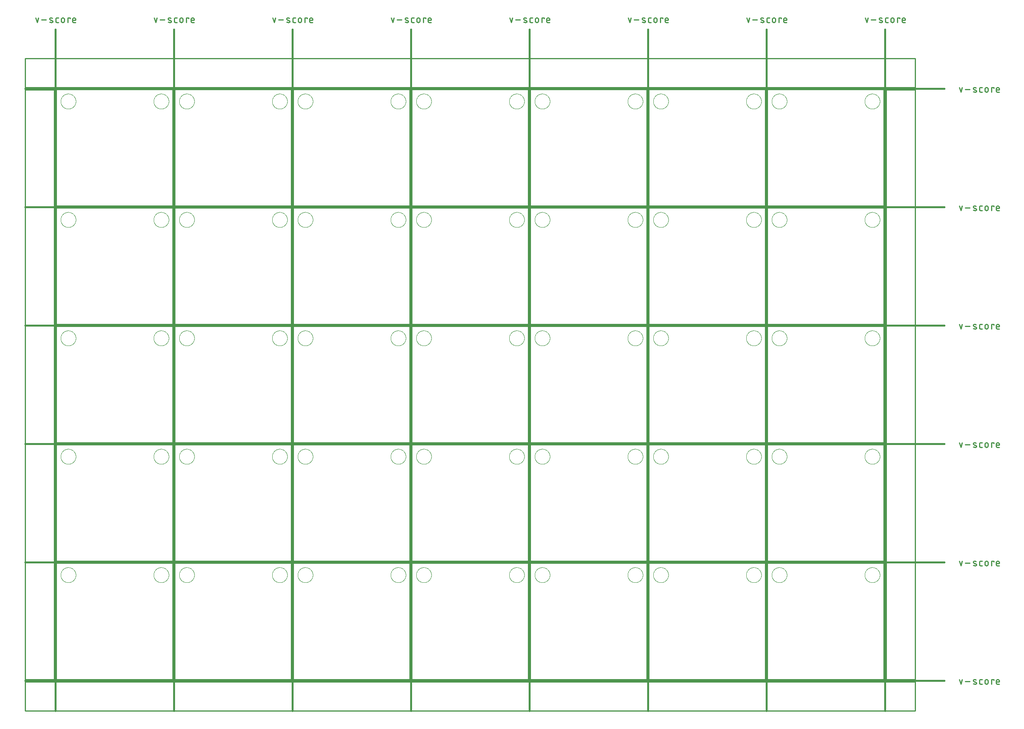
<source format=gko>
G04 EAGLE Gerber RS-274X export*
G75*
%MOMM*%
%FSLAX34Y34*%
%LPD*%
%IN*%
%IPPOS*%
%AMOC8*
5,1,8,0,0,1.08239X$1,22.5*%
G01*
%ADD10C,0.203200*%
%ADD11C,0.381000*%
%ADD12C,0.279400*%
%ADD13C,0.254000*%
%ADD14C,0.000000*%


D10*
X0Y0D02*
X254000Y0D01*
X254000Y254000D01*
X0Y254000D01*
X0Y0D01*
X259080Y0D02*
X513080Y0D01*
X513080Y254000D01*
X259080Y254000D01*
X259080Y0D01*
X518160Y0D02*
X772160Y0D01*
X772160Y254000D01*
X518160Y254000D01*
X518160Y0D01*
X777240Y0D02*
X1031240Y0D01*
X1031240Y254000D01*
X777240Y254000D01*
X777240Y0D01*
X1036320Y0D02*
X1290320Y0D01*
X1290320Y254000D01*
X1036320Y254000D01*
X1036320Y0D01*
X1295400Y0D02*
X1549400Y0D01*
X1549400Y254000D01*
X1295400Y254000D01*
X1295400Y0D01*
X1554480Y0D02*
X1808480Y0D01*
X1808480Y254000D01*
X1554480Y254000D01*
X1554480Y0D01*
X254000Y259080D02*
X0Y259080D01*
X254000Y259080D02*
X254000Y513080D01*
X0Y513080D01*
X0Y259080D01*
X259080Y259080D02*
X513080Y259080D01*
X513080Y513080D01*
X259080Y513080D01*
X259080Y259080D01*
X518160Y259080D02*
X772160Y259080D01*
X772160Y513080D01*
X518160Y513080D01*
X518160Y259080D01*
X777240Y259080D02*
X1031240Y259080D01*
X1031240Y513080D01*
X777240Y513080D01*
X777240Y259080D01*
X1036320Y259080D02*
X1290320Y259080D01*
X1290320Y513080D01*
X1036320Y513080D01*
X1036320Y259080D01*
X1295400Y259080D02*
X1549400Y259080D01*
X1549400Y513080D01*
X1295400Y513080D01*
X1295400Y259080D01*
X1554480Y259080D02*
X1808480Y259080D01*
X1808480Y513080D01*
X1554480Y513080D01*
X1554480Y259080D01*
X254000Y518160D02*
X0Y518160D01*
X254000Y518160D02*
X254000Y772160D01*
X0Y772160D01*
X0Y518160D01*
X259080Y518160D02*
X513080Y518160D01*
X513080Y772160D01*
X259080Y772160D01*
X259080Y518160D01*
X518160Y518160D02*
X772160Y518160D01*
X772160Y772160D01*
X518160Y772160D01*
X518160Y518160D01*
X777240Y518160D02*
X1031240Y518160D01*
X1031240Y772160D01*
X777240Y772160D01*
X777240Y518160D01*
X1036320Y518160D02*
X1290320Y518160D01*
X1290320Y772160D01*
X1036320Y772160D01*
X1036320Y518160D01*
X1295400Y518160D02*
X1549400Y518160D01*
X1549400Y772160D01*
X1295400Y772160D01*
X1295400Y518160D01*
X1554480Y518160D02*
X1808480Y518160D01*
X1808480Y772160D01*
X1554480Y772160D01*
X1554480Y518160D01*
X254000Y777240D02*
X0Y777240D01*
X254000Y777240D02*
X254000Y1031240D01*
X0Y1031240D01*
X0Y777240D01*
X259080Y777240D02*
X513080Y777240D01*
X513080Y1031240D01*
X259080Y1031240D01*
X259080Y777240D01*
X518160Y777240D02*
X772160Y777240D01*
X772160Y1031240D01*
X518160Y1031240D01*
X518160Y777240D01*
X777240Y777240D02*
X1031240Y777240D01*
X1031240Y1031240D01*
X777240Y1031240D01*
X777240Y777240D01*
X1036320Y777240D02*
X1290320Y777240D01*
X1290320Y1031240D01*
X1036320Y1031240D01*
X1036320Y777240D01*
X1295400Y777240D02*
X1549400Y777240D01*
X1549400Y1031240D01*
X1295400Y1031240D01*
X1295400Y777240D01*
X1554480Y777240D02*
X1808480Y777240D01*
X1808480Y1031240D01*
X1554480Y1031240D01*
X1554480Y777240D01*
X254000Y1036320D02*
X0Y1036320D01*
X254000Y1036320D02*
X254000Y1290320D01*
X0Y1290320D01*
X0Y1036320D01*
X259080Y1036320D02*
X513080Y1036320D01*
X513080Y1290320D01*
X259080Y1290320D01*
X259080Y1036320D01*
X518160Y1036320D02*
X772160Y1036320D01*
X772160Y1290320D01*
X518160Y1290320D01*
X518160Y1036320D01*
X777240Y1036320D02*
X1031240Y1036320D01*
X1031240Y1290320D01*
X777240Y1290320D01*
X777240Y1036320D01*
X1036320Y1036320D02*
X1290320Y1036320D01*
X1290320Y1290320D01*
X1036320Y1290320D01*
X1036320Y1036320D01*
X1295400Y1036320D02*
X1549400Y1036320D01*
X1549400Y1290320D01*
X1295400Y1290320D01*
X1295400Y1036320D01*
X1554480Y1036320D02*
X1808480Y1036320D01*
X1808480Y1290320D01*
X1554480Y1290320D01*
X1554480Y1036320D01*
D11*
X-2540Y1422400D02*
X-2540Y-68580D01*
D12*
X-42921Y1437767D02*
X-46251Y1447758D01*
X-39590Y1447758D02*
X-42921Y1437767D01*
X-32806Y1443595D02*
X-22815Y1443595D01*
X-14261Y1443595D02*
X-10098Y1441930D01*
X-14261Y1443594D02*
X-14346Y1443630D01*
X-14429Y1443670D01*
X-14510Y1443713D01*
X-14590Y1443760D01*
X-14667Y1443810D01*
X-14743Y1443863D01*
X-14816Y1443919D01*
X-14886Y1443979D01*
X-14954Y1444041D01*
X-15019Y1444106D01*
X-15081Y1444174D01*
X-15141Y1444245D01*
X-15197Y1444318D01*
X-15250Y1444393D01*
X-15300Y1444471D01*
X-15346Y1444550D01*
X-15389Y1444632D01*
X-15429Y1444715D01*
X-15465Y1444800D01*
X-15497Y1444886D01*
X-15526Y1444974D01*
X-15550Y1445063D01*
X-15571Y1445153D01*
X-15588Y1445243D01*
X-15602Y1445334D01*
X-15611Y1445426D01*
X-15616Y1445518D01*
X-15618Y1445610D01*
X-15616Y1445702D01*
X-15609Y1445794D01*
X-15599Y1445886D01*
X-15585Y1445977D01*
X-15567Y1446068D01*
X-15545Y1446157D01*
X-15519Y1446246D01*
X-15489Y1446333D01*
X-15456Y1446419D01*
X-15419Y1446503D01*
X-15379Y1446586D01*
X-15335Y1446667D01*
X-15288Y1446746D01*
X-15237Y1446823D01*
X-15183Y1446898D01*
X-15126Y1446971D01*
X-15066Y1447041D01*
X-15003Y1447108D01*
X-14937Y1447172D01*
X-14869Y1447234D01*
X-14798Y1447293D01*
X-14724Y1447348D01*
X-14648Y1447401D01*
X-14570Y1447450D01*
X-14490Y1447496D01*
X-14409Y1447538D01*
X-14325Y1447577D01*
X-14240Y1447612D01*
X-14153Y1447643D01*
X-14065Y1447671D01*
X-13976Y1447695D01*
X-13886Y1447715D01*
X-13796Y1447732D01*
X-13704Y1447744D01*
X-13612Y1447753D01*
X-13520Y1447757D01*
X-13428Y1447758D01*
X-13201Y1447752D01*
X-12974Y1447741D01*
X-12747Y1447724D01*
X-12521Y1447701D01*
X-12295Y1447674D01*
X-12070Y1447640D01*
X-11846Y1447602D01*
X-11623Y1447558D01*
X-11401Y1447509D01*
X-11180Y1447454D01*
X-10961Y1447394D01*
X-10743Y1447329D01*
X-10527Y1447258D01*
X-10313Y1447183D01*
X-10100Y1447102D01*
X-9890Y1447016D01*
X-9681Y1446925D01*
X-10098Y1441930D02*
X-10013Y1441894D01*
X-9930Y1441854D01*
X-9849Y1441811D01*
X-9769Y1441764D01*
X-9692Y1441714D01*
X-9616Y1441661D01*
X-9543Y1441605D01*
X-9473Y1441545D01*
X-9405Y1441483D01*
X-9340Y1441418D01*
X-9278Y1441350D01*
X-9218Y1441279D01*
X-9162Y1441206D01*
X-9109Y1441131D01*
X-9059Y1441053D01*
X-9013Y1440974D01*
X-8970Y1440892D01*
X-8930Y1440809D01*
X-8894Y1440724D01*
X-8862Y1440638D01*
X-8833Y1440550D01*
X-8809Y1440461D01*
X-8788Y1440371D01*
X-8771Y1440281D01*
X-8757Y1440190D01*
X-8748Y1440098D01*
X-8743Y1440006D01*
X-8741Y1439914D01*
X-8743Y1439822D01*
X-8750Y1439730D01*
X-8760Y1439638D01*
X-8774Y1439547D01*
X-8792Y1439456D01*
X-8814Y1439367D01*
X-8840Y1439278D01*
X-8870Y1439191D01*
X-8903Y1439105D01*
X-8940Y1439021D01*
X-8980Y1438938D01*
X-9024Y1438857D01*
X-9071Y1438778D01*
X-9122Y1438701D01*
X-9176Y1438626D01*
X-9233Y1438553D01*
X-9293Y1438483D01*
X-9356Y1438416D01*
X-9422Y1438352D01*
X-9490Y1438290D01*
X-9561Y1438231D01*
X-9635Y1438176D01*
X-9711Y1438123D01*
X-9789Y1438074D01*
X-9869Y1438028D01*
X-9950Y1437986D01*
X-10034Y1437947D01*
X-10119Y1437912D01*
X-10206Y1437881D01*
X-10294Y1437853D01*
X-10383Y1437829D01*
X-10473Y1437809D01*
X-10563Y1437792D01*
X-10655Y1437780D01*
X-10747Y1437771D01*
X-10839Y1437767D01*
X-10931Y1437766D01*
X-10931Y1437767D02*
X-11265Y1437776D01*
X-11598Y1437793D01*
X-11931Y1437817D01*
X-12264Y1437850D01*
X-12595Y1437890D01*
X-12926Y1437938D01*
X-13255Y1437994D01*
X-13583Y1438057D01*
X-13909Y1438129D01*
X-14233Y1438208D01*
X-14556Y1438294D01*
X-14876Y1438389D01*
X-15194Y1438491D01*
X-15510Y1438600D01*
X562Y1437767D02*
X3892Y1437767D01*
X562Y1437767D02*
X464Y1437769D01*
X366Y1437775D01*
X268Y1437784D01*
X171Y1437798D01*
X75Y1437815D01*
X-21Y1437836D01*
X-116Y1437861D01*
X-210Y1437889D01*
X-303Y1437921D01*
X-394Y1437957D01*
X-484Y1437996D01*
X-572Y1438039D01*
X-659Y1438086D01*
X-743Y1438135D01*
X-826Y1438188D01*
X-906Y1438244D01*
X-985Y1438303D01*
X-1060Y1438366D01*
X-1134Y1438431D01*
X-1204Y1438499D01*
X-1272Y1438569D01*
X-1338Y1438643D01*
X-1400Y1438719D01*
X-1459Y1438797D01*
X-1515Y1438877D01*
X-1568Y1438960D01*
X-1618Y1439044D01*
X-1664Y1439131D01*
X-1707Y1439219D01*
X-1746Y1439309D01*
X-1782Y1439400D01*
X-1814Y1439493D01*
X-1842Y1439587D01*
X-1867Y1439682D01*
X-1888Y1439778D01*
X-1905Y1439874D01*
X-1919Y1439971D01*
X-1928Y1440069D01*
X-1934Y1440167D01*
X-1936Y1440265D01*
X-1936Y1445260D01*
X-1934Y1445358D01*
X-1928Y1445456D01*
X-1919Y1445554D01*
X-1905Y1445651D01*
X-1888Y1445747D01*
X-1867Y1445843D01*
X-1842Y1445938D01*
X-1814Y1446032D01*
X-1782Y1446125D01*
X-1746Y1446216D01*
X-1707Y1446306D01*
X-1664Y1446394D01*
X-1617Y1446481D01*
X-1568Y1446565D01*
X-1515Y1446648D01*
X-1459Y1446728D01*
X-1400Y1446806D01*
X-1337Y1446882D01*
X-1272Y1446956D01*
X-1204Y1447026D01*
X-1134Y1447094D01*
X-1060Y1447159D01*
X-984Y1447222D01*
X-906Y1447281D01*
X-826Y1447337D01*
X-743Y1447390D01*
X-659Y1447439D01*
X-572Y1447486D01*
X-484Y1447529D01*
X-394Y1447568D01*
X-303Y1447604D01*
X-210Y1447636D01*
X-116Y1447664D01*
X-21Y1447689D01*
X75Y1447710D01*
X171Y1447727D01*
X268Y1447741D01*
X366Y1447750D01*
X464Y1447756D01*
X562Y1447758D01*
X3892Y1447758D01*
X10022Y1444427D02*
X10022Y1441097D01*
X10022Y1444427D02*
X10024Y1444541D01*
X10030Y1444654D01*
X10039Y1444768D01*
X10053Y1444880D01*
X10070Y1444993D01*
X10092Y1445105D01*
X10117Y1445215D01*
X10145Y1445325D01*
X10178Y1445434D01*
X10214Y1445542D01*
X10254Y1445649D01*
X10298Y1445754D01*
X10345Y1445857D01*
X10395Y1445959D01*
X10449Y1446059D01*
X10507Y1446157D01*
X10568Y1446253D01*
X10631Y1446347D01*
X10699Y1446439D01*
X10769Y1446529D01*
X10842Y1446615D01*
X10918Y1446700D01*
X10997Y1446782D01*
X11079Y1446861D01*
X11164Y1446937D01*
X11250Y1447010D01*
X11340Y1447080D01*
X11432Y1447148D01*
X11526Y1447211D01*
X11622Y1447272D01*
X11720Y1447330D01*
X11820Y1447384D01*
X11922Y1447434D01*
X12025Y1447481D01*
X12130Y1447525D01*
X12237Y1447565D01*
X12345Y1447601D01*
X12454Y1447634D01*
X12564Y1447662D01*
X12674Y1447687D01*
X12786Y1447709D01*
X12899Y1447726D01*
X13011Y1447740D01*
X13125Y1447749D01*
X13238Y1447755D01*
X13352Y1447757D01*
X13466Y1447755D01*
X13579Y1447749D01*
X13693Y1447740D01*
X13805Y1447726D01*
X13918Y1447709D01*
X14030Y1447687D01*
X14140Y1447662D01*
X14250Y1447634D01*
X14359Y1447601D01*
X14467Y1447565D01*
X14574Y1447525D01*
X14679Y1447481D01*
X14782Y1447434D01*
X14884Y1447384D01*
X14984Y1447330D01*
X15082Y1447272D01*
X15178Y1447211D01*
X15272Y1447148D01*
X15364Y1447080D01*
X15454Y1447010D01*
X15540Y1446937D01*
X15625Y1446861D01*
X15707Y1446782D01*
X15786Y1446700D01*
X15862Y1446615D01*
X15935Y1446529D01*
X16005Y1446439D01*
X16073Y1446347D01*
X16136Y1446253D01*
X16197Y1446157D01*
X16255Y1446059D01*
X16309Y1445959D01*
X16359Y1445857D01*
X16406Y1445754D01*
X16450Y1445649D01*
X16490Y1445542D01*
X16526Y1445434D01*
X16559Y1445325D01*
X16587Y1445215D01*
X16612Y1445105D01*
X16634Y1444993D01*
X16651Y1444880D01*
X16665Y1444768D01*
X16674Y1444654D01*
X16680Y1444541D01*
X16682Y1444427D01*
X16682Y1441097D01*
X16680Y1440983D01*
X16674Y1440870D01*
X16665Y1440756D01*
X16651Y1440644D01*
X16634Y1440531D01*
X16612Y1440419D01*
X16587Y1440309D01*
X16559Y1440199D01*
X16526Y1440090D01*
X16490Y1439982D01*
X16450Y1439875D01*
X16406Y1439770D01*
X16359Y1439667D01*
X16309Y1439565D01*
X16255Y1439465D01*
X16197Y1439367D01*
X16136Y1439271D01*
X16073Y1439177D01*
X16005Y1439085D01*
X15935Y1438995D01*
X15862Y1438909D01*
X15786Y1438824D01*
X15707Y1438742D01*
X15625Y1438663D01*
X15540Y1438587D01*
X15454Y1438514D01*
X15364Y1438444D01*
X15272Y1438376D01*
X15178Y1438313D01*
X15082Y1438252D01*
X14984Y1438194D01*
X14884Y1438140D01*
X14782Y1438090D01*
X14679Y1438043D01*
X14574Y1437999D01*
X14467Y1437959D01*
X14359Y1437923D01*
X14250Y1437890D01*
X14140Y1437862D01*
X14030Y1437837D01*
X13918Y1437815D01*
X13805Y1437798D01*
X13693Y1437784D01*
X13579Y1437775D01*
X13466Y1437769D01*
X13352Y1437767D01*
X13238Y1437769D01*
X13125Y1437775D01*
X13011Y1437784D01*
X12899Y1437798D01*
X12786Y1437815D01*
X12674Y1437837D01*
X12564Y1437862D01*
X12454Y1437890D01*
X12345Y1437923D01*
X12237Y1437959D01*
X12130Y1437999D01*
X12025Y1438043D01*
X11922Y1438090D01*
X11820Y1438140D01*
X11720Y1438194D01*
X11622Y1438252D01*
X11526Y1438313D01*
X11432Y1438376D01*
X11340Y1438444D01*
X11250Y1438514D01*
X11164Y1438587D01*
X11079Y1438663D01*
X10997Y1438742D01*
X10918Y1438824D01*
X10842Y1438909D01*
X10769Y1438995D01*
X10699Y1439085D01*
X10631Y1439177D01*
X10568Y1439271D01*
X10507Y1439367D01*
X10449Y1439465D01*
X10395Y1439565D01*
X10345Y1439667D01*
X10298Y1439770D01*
X10254Y1439875D01*
X10214Y1439982D01*
X10178Y1440090D01*
X10145Y1440199D01*
X10117Y1440309D01*
X10092Y1440419D01*
X10070Y1440531D01*
X10053Y1440644D01*
X10039Y1440756D01*
X10030Y1440870D01*
X10024Y1440983D01*
X10022Y1441097D01*
X24218Y1437767D02*
X24218Y1447758D01*
X29213Y1447758D01*
X29213Y1446093D01*
X37008Y1437767D02*
X41171Y1437767D01*
X37008Y1437767D02*
X36910Y1437769D01*
X36812Y1437775D01*
X36714Y1437784D01*
X36617Y1437798D01*
X36521Y1437815D01*
X36425Y1437836D01*
X36330Y1437861D01*
X36236Y1437889D01*
X36143Y1437921D01*
X36052Y1437957D01*
X35962Y1437996D01*
X35874Y1438039D01*
X35787Y1438086D01*
X35703Y1438135D01*
X35620Y1438188D01*
X35540Y1438244D01*
X35462Y1438303D01*
X35386Y1438366D01*
X35312Y1438431D01*
X35242Y1438499D01*
X35174Y1438569D01*
X35109Y1438643D01*
X35046Y1438719D01*
X34987Y1438797D01*
X34931Y1438877D01*
X34878Y1438960D01*
X34829Y1439044D01*
X34782Y1439131D01*
X34739Y1439219D01*
X34700Y1439309D01*
X34664Y1439400D01*
X34632Y1439493D01*
X34604Y1439587D01*
X34579Y1439682D01*
X34558Y1439778D01*
X34541Y1439874D01*
X34527Y1439971D01*
X34518Y1440069D01*
X34512Y1440167D01*
X34510Y1440265D01*
X34510Y1444427D01*
X34511Y1444427D02*
X34513Y1444541D01*
X34519Y1444654D01*
X34528Y1444768D01*
X34542Y1444880D01*
X34559Y1444993D01*
X34581Y1445105D01*
X34606Y1445215D01*
X34634Y1445325D01*
X34667Y1445434D01*
X34703Y1445542D01*
X34743Y1445649D01*
X34787Y1445754D01*
X34834Y1445857D01*
X34884Y1445959D01*
X34938Y1446059D01*
X34996Y1446157D01*
X35057Y1446253D01*
X35120Y1446347D01*
X35188Y1446439D01*
X35258Y1446529D01*
X35331Y1446615D01*
X35407Y1446700D01*
X35486Y1446782D01*
X35568Y1446861D01*
X35653Y1446937D01*
X35739Y1447010D01*
X35829Y1447080D01*
X35921Y1447148D01*
X36015Y1447211D01*
X36111Y1447272D01*
X36209Y1447330D01*
X36309Y1447384D01*
X36411Y1447434D01*
X36514Y1447481D01*
X36619Y1447525D01*
X36726Y1447565D01*
X36834Y1447601D01*
X36943Y1447634D01*
X37053Y1447662D01*
X37163Y1447687D01*
X37275Y1447709D01*
X37388Y1447726D01*
X37500Y1447740D01*
X37614Y1447749D01*
X37727Y1447755D01*
X37841Y1447757D01*
X37955Y1447755D01*
X38068Y1447749D01*
X38182Y1447740D01*
X38294Y1447726D01*
X38407Y1447709D01*
X38519Y1447687D01*
X38629Y1447662D01*
X38739Y1447634D01*
X38848Y1447601D01*
X38956Y1447565D01*
X39063Y1447525D01*
X39168Y1447481D01*
X39271Y1447434D01*
X39373Y1447384D01*
X39473Y1447330D01*
X39571Y1447272D01*
X39667Y1447211D01*
X39761Y1447148D01*
X39853Y1447080D01*
X39943Y1447010D01*
X40029Y1446937D01*
X40114Y1446861D01*
X40196Y1446782D01*
X40275Y1446700D01*
X40351Y1446615D01*
X40424Y1446529D01*
X40494Y1446439D01*
X40562Y1446347D01*
X40625Y1446253D01*
X40686Y1446157D01*
X40744Y1446059D01*
X40798Y1445959D01*
X40848Y1445857D01*
X40895Y1445754D01*
X40939Y1445649D01*
X40979Y1445542D01*
X41015Y1445434D01*
X41048Y1445325D01*
X41076Y1445215D01*
X41101Y1445105D01*
X41123Y1444993D01*
X41140Y1444880D01*
X41154Y1444768D01*
X41163Y1444654D01*
X41169Y1444541D01*
X41171Y1444427D01*
X41171Y1442762D01*
X34510Y1442762D01*
D11*
X256540Y1422400D02*
X256540Y-68580D01*
D12*
X216159Y1437767D02*
X212829Y1447758D01*
X219490Y1447758D02*
X216159Y1437767D01*
X226274Y1443595D02*
X236265Y1443595D01*
X244819Y1443595D02*
X248982Y1441930D01*
X244819Y1443594D02*
X244734Y1443630D01*
X244651Y1443670D01*
X244570Y1443713D01*
X244490Y1443760D01*
X244413Y1443810D01*
X244337Y1443863D01*
X244264Y1443919D01*
X244194Y1443979D01*
X244126Y1444041D01*
X244061Y1444106D01*
X243999Y1444174D01*
X243939Y1444245D01*
X243883Y1444318D01*
X243830Y1444393D01*
X243780Y1444471D01*
X243734Y1444550D01*
X243691Y1444632D01*
X243651Y1444715D01*
X243615Y1444800D01*
X243583Y1444886D01*
X243554Y1444974D01*
X243530Y1445063D01*
X243509Y1445153D01*
X243492Y1445243D01*
X243478Y1445334D01*
X243469Y1445426D01*
X243464Y1445518D01*
X243462Y1445610D01*
X243464Y1445702D01*
X243471Y1445794D01*
X243481Y1445886D01*
X243495Y1445977D01*
X243513Y1446068D01*
X243535Y1446157D01*
X243561Y1446246D01*
X243591Y1446333D01*
X243624Y1446419D01*
X243661Y1446503D01*
X243701Y1446586D01*
X243745Y1446667D01*
X243792Y1446746D01*
X243843Y1446823D01*
X243897Y1446898D01*
X243954Y1446971D01*
X244014Y1447041D01*
X244077Y1447108D01*
X244143Y1447172D01*
X244211Y1447234D01*
X244282Y1447293D01*
X244356Y1447348D01*
X244432Y1447401D01*
X244510Y1447450D01*
X244590Y1447496D01*
X244671Y1447538D01*
X244755Y1447577D01*
X244840Y1447612D01*
X244927Y1447643D01*
X245015Y1447671D01*
X245104Y1447695D01*
X245194Y1447715D01*
X245284Y1447732D01*
X245376Y1447744D01*
X245468Y1447753D01*
X245560Y1447757D01*
X245652Y1447758D01*
X245879Y1447752D01*
X246106Y1447741D01*
X246333Y1447724D01*
X246559Y1447701D01*
X246785Y1447674D01*
X247010Y1447640D01*
X247234Y1447602D01*
X247457Y1447558D01*
X247679Y1447509D01*
X247900Y1447454D01*
X248119Y1447394D01*
X248337Y1447329D01*
X248553Y1447258D01*
X248767Y1447183D01*
X248980Y1447102D01*
X249190Y1447016D01*
X249399Y1446925D01*
X248982Y1441930D02*
X249067Y1441894D01*
X249150Y1441854D01*
X249231Y1441811D01*
X249311Y1441764D01*
X249388Y1441714D01*
X249464Y1441661D01*
X249537Y1441605D01*
X249607Y1441545D01*
X249675Y1441483D01*
X249740Y1441418D01*
X249802Y1441350D01*
X249862Y1441279D01*
X249918Y1441206D01*
X249971Y1441131D01*
X250021Y1441053D01*
X250067Y1440974D01*
X250110Y1440892D01*
X250150Y1440809D01*
X250186Y1440724D01*
X250218Y1440638D01*
X250247Y1440550D01*
X250271Y1440461D01*
X250292Y1440371D01*
X250309Y1440281D01*
X250323Y1440190D01*
X250332Y1440098D01*
X250337Y1440006D01*
X250339Y1439914D01*
X250337Y1439822D01*
X250330Y1439730D01*
X250320Y1439638D01*
X250306Y1439547D01*
X250288Y1439456D01*
X250266Y1439367D01*
X250240Y1439278D01*
X250210Y1439191D01*
X250177Y1439105D01*
X250140Y1439021D01*
X250100Y1438938D01*
X250056Y1438857D01*
X250009Y1438778D01*
X249958Y1438701D01*
X249904Y1438626D01*
X249847Y1438553D01*
X249787Y1438483D01*
X249724Y1438416D01*
X249658Y1438352D01*
X249590Y1438290D01*
X249519Y1438231D01*
X249445Y1438176D01*
X249369Y1438123D01*
X249291Y1438074D01*
X249211Y1438028D01*
X249130Y1437986D01*
X249046Y1437947D01*
X248961Y1437912D01*
X248874Y1437881D01*
X248786Y1437853D01*
X248697Y1437829D01*
X248607Y1437809D01*
X248517Y1437792D01*
X248425Y1437780D01*
X248333Y1437771D01*
X248241Y1437767D01*
X248149Y1437766D01*
X248149Y1437767D02*
X247815Y1437776D01*
X247482Y1437793D01*
X247149Y1437817D01*
X246816Y1437850D01*
X246485Y1437890D01*
X246154Y1437938D01*
X245825Y1437994D01*
X245497Y1438057D01*
X245171Y1438129D01*
X244847Y1438208D01*
X244524Y1438294D01*
X244204Y1438389D01*
X243886Y1438491D01*
X243570Y1438600D01*
X259642Y1437767D02*
X262972Y1437767D01*
X259642Y1437767D02*
X259544Y1437769D01*
X259446Y1437775D01*
X259348Y1437784D01*
X259251Y1437798D01*
X259155Y1437815D01*
X259059Y1437836D01*
X258964Y1437861D01*
X258870Y1437889D01*
X258777Y1437921D01*
X258686Y1437957D01*
X258596Y1437996D01*
X258508Y1438039D01*
X258421Y1438086D01*
X258337Y1438135D01*
X258254Y1438188D01*
X258174Y1438244D01*
X258096Y1438303D01*
X258020Y1438366D01*
X257946Y1438431D01*
X257876Y1438499D01*
X257808Y1438569D01*
X257743Y1438643D01*
X257680Y1438719D01*
X257621Y1438797D01*
X257565Y1438877D01*
X257512Y1438960D01*
X257463Y1439044D01*
X257416Y1439131D01*
X257373Y1439219D01*
X257334Y1439309D01*
X257298Y1439400D01*
X257266Y1439493D01*
X257238Y1439587D01*
X257213Y1439682D01*
X257192Y1439778D01*
X257175Y1439874D01*
X257161Y1439971D01*
X257152Y1440069D01*
X257146Y1440167D01*
X257144Y1440265D01*
X257144Y1445260D01*
X257146Y1445358D01*
X257152Y1445456D01*
X257161Y1445554D01*
X257175Y1445651D01*
X257192Y1445747D01*
X257213Y1445843D01*
X257238Y1445938D01*
X257266Y1446032D01*
X257298Y1446125D01*
X257334Y1446216D01*
X257373Y1446306D01*
X257416Y1446394D01*
X257463Y1446481D01*
X257512Y1446565D01*
X257565Y1446648D01*
X257621Y1446728D01*
X257680Y1446807D01*
X257743Y1446882D01*
X257808Y1446956D01*
X257876Y1447026D01*
X257946Y1447094D01*
X258020Y1447160D01*
X258096Y1447222D01*
X258174Y1447281D01*
X258254Y1447337D01*
X258337Y1447390D01*
X258421Y1447440D01*
X258508Y1447486D01*
X258596Y1447529D01*
X258686Y1447568D01*
X258777Y1447604D01*
X258870Y1447636D01*
X258964Y1447664D01*
X259059Y1447689D01*
X259155Y1447710D01*
X259251Y1447727D01*
X259348Y1447741D01*
X259446Y1447750D01*
X259544Y1447756D01*
X259642Y1447758D01*
X262972Y1447758D01*
X269102Y1444427D02*
X269102Y1441097D01*
X269102Y1444427D02*
X269104Y1444541D01*
X269110Y1444654D01*
X269119Y1444768D01*
X269133Y1444880D01*
X269150Y1444993D01*
X269172Y1445105D01*
X269197Y1445215D01*
X269225Y1445325D01*
X269258Y1445434D01*
X269294Y1445542D01*
X269334Y1445649D01*
X269378Y1445754D01*
X269425Y1445857D01*
X269475Y1445959D01*
X269529Y1446059D01*
X269587Y1446157D01*
X269648Y1446253D01*
X269711Y1446347D01*
X269779Y1446439D01*
X269849Y1446529D01*
X269922Y1446615D01*
X269998Y1446700D01*
X270077Y1446782D01*
X270159Y1446861D01*
X270244Y1446937D01*
X270330Y1447010D01*
X270420Y1447080D01*
X270512Y1447148D01*
X270606Y1447211D01*
X270702Y1447272D01*
X270800Y1447330D01*
X270900Y1447384D01*
X271002Y1447434D01*
X271105Y1447481D01*
X271210Y1447525D01*
X271317Y1447565D01*
X271425Y1447601D01*
X271534Y1447634D01*
X271644Y1447662D01*
X271754Y1447687D01*
X271866Y1447709D01*
X271979Y1447726D01*
X272091Y1447740D01*
X272205Y1447749D01*
X272318Y1447755D01*
X272432Y1447757D01*
X272546Y1447755D01*
X272659Y1447749D01*
X272773Y1447740D01*
X272885Y1447726D01*
X272998Y1447709D01*
X273110Y1447687D01*
X273220Y1447662D01*
X273330Y1447634D01*
X273439Y1447601D01*
X273547Y1447565D01*
X273654Y1447525D01*
X273759Y1447481D01*
X273862Y1447434D01*
X273964Y1447384D01*
X274064Y1447330D01*
X274162Y1447272D01*
X274258Y1447211D01*
X274352Y1447148D01*
X274444Y1447080D01*
X274534Y1447010D01*
X274620Y1446937D01*
X274705Y1446861D01*
X274787Y1446782D01*
X274866Y1446700D01*
X274942Y1446615D01*
X275015Y1446529D01*
X275085Y1446439D01*
X275153Y1446347D01*
X275216Y1446253D01*
X275277Y1446157D01*
X275335Y1446059D01*
X275389Y1445959D01*
X275439Y1445857D01*
X275486Y1445754D01*
X275530Y1445649D01*
X275570Y1445542D01*
X275606Y1445434D01*
X275639Y1445325D01*
X275667Y1445215D01*
X275692Y1445105D01*
X275714Y1444993D01*
X275731Y1444880D01*
X275745Y1444768D01*
X275754Y1444654D01*
X275760Y1444541D01*
X275762Y1444427D01*
X275762Y1441097D01*
X275760Y1440983D01*
X275754Y1440870D01*
X275745Y1440756D01*
X275731Y1440644D01*
X275714Y1440531D01*
X275692Y1440419D01*
X275667Y1440309D01*
X275639Y1440199D01*
X275606Y1440090D01*
X275570Y1439982D01*
X275530Y1439875D01*
X275486Y1439770D01*
X275439Y1439667D01*
X275389Y1439565D01*
X275335Y1439465D01*
X275277Y1439367D01*
X275216Y1439271D01*
X275153Y1439177D01*
X275085Y1439085D01*
X275015Y1438995D01*
X274942Y1438909D01*
X274866Y1438824D01*
X274787Y1438742D01*
X274705Y1438663D01*
X274620Y1438587D01*
X274534Y1438514D01*
X274444Y1438444D01*
X274352Y1438376D01*
X274258Y1438313D01*
X274162Y1438252D01*
X274064Y1438194D01*
X273964Y1438140D01*
X273862Y1438090D01*
X273759Y1438043D01*
X273654Y1437999D01*
X273547Y1437959D01*
X273439Y1437923D01*
X273330Y1437890D01*
X273220Y1437862D01*
X273110Y1437837D01*
X272998Y1437815D01*
X272885Y1437798D01*
X272773Y1437784D01*
X272659Y1437775D01*
X272546Y1437769D01*
X272432Y1437767D01*
X272318Y1437769D01*
X272205Y1437775D01*
X272091Y1437784D01*
X271979Y1437798D01*
X271866Y1437815D01*
X271754Y1437837D01*
X271644Y1437862D01*
X271534Y1437890D01*
X271425Y1437923D01*
X271317Y1437959D01*
X271210Y1437999D01*
X271105Y1438043D01*
X271002Y1438090D01*
X270900Y1438140D01*
X270800Y1438194D01*
X270702Y1438252D01*
X270606Y1438313D01*
X270512Y1438376D01*
X270420Y1438444D01*
X270330Y1438514D01*
X270244Y1438587D01*
X270159Y1438663D01*
X270077Y1438742D01*
X269998Y1438824D01*
X269922Y1438909D01*
X269849Y1438995D01*
X269779Y1439085D01*
X269711Y1439177D01*
X269648Y1439271D01*
X269587Y1439367D01*
X269529Y1439465D01*
X269475Y1439565D01*
X269425Y1439667D01*
X269378Y1439770D01*
X269334Y1439875D01*
X269294Y1439982D01*
X269258Y1440090D01*
X269225Y1440199D01*
X269197Y1440309D01*
X269172Y1440419D01*
X269150Y1440531D01*
X269133Y1440644D01*
X269119Y1440756D01*
X269110Y1440870D01*
X269104Y1440983D01*
X269102Y1441097D01*
X283298Y1437767D02*
X283298Y1447758D01*
X288293Y1447758D01*
X288293Y1446093D01*
X296088Y1437767D02*
X300251Y1437767D01*
X296088Y1437767D02*
X295990Y1437769D01*
X295892Y1437775D01*
X295794Y1437784D01*
X295697Y1437798D01*
X295601Y1437815D01*
X295505Y1437836D01*
X295410Y1437861D01*
X295316Y1437889D01*
X295223Y1437921D01*
X295132Y1437957D01*
X295042Y1437996D01*
X294954Y1438039D01*
X294867Y1438086D01*
X294783Y1438135D01*
X294700Y1438188D01*
X294620Y1438244D01*
X294542Y1438303D01*
X294466Y1438366D01*
X294392Y1438431D01*
X294322Y1438499D01*
X294254Y1438569D01*
X294189Y1438643D01*
X294126Y1438719D01*
X294067Y1438797D01*
X294011Y1438877D01*
X293958Y1438960D01*
X293909Y1439044D01*
X293862Y1439131D01*
X293819Y1439219D01*
X293780Y1439309D01*
X293744Y1439400D01*
X293712Y1439493D01*
X293684Y1439587D01*
X293659Y1439682D01*
X293638Y1439778D01*
X293621Y1439874D01*
X293607Y1439971D01*
X293598Y1440069D01*
X293592Y1440167D01*
X293590Y1440265D01*
X293590Y1444427D01*
X293591Y1444427D02*
X293593Y1444541D01*
X293599Y1444654D01*
X293608Y1444768D01*
X293622Y1444880D01*
X293639Y1444993D01*
X293661Y1445105D01*
X293686Y1445215D01*
X293714Y1445325D01*
X293747Y1445434D01*
X293783Y1445542D01*
X293823Y1445649D01*
X293867Y1445754D01*
X293914Y1445857D01*
X293964Y1445959D01*
X294018Y1446059D01*
X294076Y1446157D01*
X294137Y1446253D01*
X294200Y1446347D01*
X294268Y1446439D01*
X294338Y1446529D01*
X294411Y1446615D01*
X294487Y1446700D01*
X294566Y1446782D01*
X294648Y1446861D01*
X294733Y1446937D01*
X294819Y1447010D01*
X294909Y1447080D01*
X295001Y1447148D01*
X295095Y1447211D01*
X295191Y1447272D01*
X295289Y1447330D01*
X295389Y1447384D01*
X295491Y1447434D01*
X295594Y1447481D01*
X295699Y1447525D01*
X295806Y1447565D01*
X295914Y1447601D01*
X296023Y1447634D01*
X296133Y1447662D01*
X296243Y1447687D01*
X296355Y1447709D01*
X296468Y1447726D01*
X296580Y1447740D01*
X296694Y1447749D01*
X296807Y1447755D01*
X296921Y1447757D01*
X297035Y1447755D01*
X297148Y1447749D01*
X297262Y1447740D01*
X297374Y1447726D01*
X297487Y1447709D01*
X297599Y1447687D01*
X297709Y1447662D01*
X297819Y1447634D01*
X297928Y1447601D01*
X298036Y1447565D01*
X298143Y1447525D01*
X298248Y1447481D01*
X298351Y1447434D01*
X298453Y1447384D01*
X298553Y1447330D01*
X298651Y1447272D01*
X298747Y1447211D01*
X298841Y1447148D01*
X298933Y1447080D01*
X299023Y1447010D01*
X299109Y1446937D01*
X299194Y1446861D01*
X299276Y1446782D01*
X299355Y1446700D01*
X299431Y1446615D01*
X299504Y1446529D01*
X299574Y1446439D01*
X299642Y1446347D01*
X299705Y1446253D01*
X299766Y1446157D01*
X299824Y1446059D01*
X299878Y1445959D01*
X299928Y1445857D01*
X299975Y1445754D01*
X300019Y1445649D01*
X300059Y1445542D01*
X300095Y1445434D01*
X300128Y1445325D01*
X300156Y1445215D01*
X300181Y1445105D01*
X300203Y1444993D01*
X300220Y1444880D01*
X300234Y1444768D01*
X300243Y1444654D01*
X300249Y1444541D01*
X300251Y1444427D01*
X300251Y1442762D01*
X293590Y1442762D01*
D11*
X515620Y1422400D02*
X515620Y-68580D01*
D12*
X475239Y1437767D02*
X471909Y1447758D01*
X478570Y1447758D02*
X475239Y1437767D01*
X485354Y1443595D02*
X495345Y1443595D01*
X503899Y1443595D02*
X508062Y1441930D01*
X503899Y1443594D02*
X503814Y1443630D01*
X503731Y1443670D01*
X503650Y1443713D01*
X503570Y1443760D01*
X503493Y1443810D01*
X503417Y1443863D01*
X503344Y1443919D01*
X503274Y1443979D01*
X503206Y1444041D01*
X503141Y1444106D01*
X503079Y1444174D01*
X503019Y1444245D01*
X502963Y1444318D01*
X502910Y1444393D01*
X502860Y1444471D01*
X502814Y1444550D01*
X502771Y1444632D01*
X502731Y1444715D01*
X502695Y1444800D01*
X502663Y1444886D01*
X502634Y1444974D01*
X502610Y1445063D01*
X502589Y1445153D01*
X502572Y1445243D01*
X502558Y1445334D01*
X502549Y1445426D01*
X502544Y1445518D01*
X502542Y1445610D01*
X502544Y1445702D01*
X502551Y1445794D01*
X502561Y1445886D01*
X502575Y1445977D01*
X502593Y1446068D01*
X502615Y1446157D01*
X502641Y1446246D01*
X502671Y1446333D01*
X502704Y1446419D01*
X502741Y1446503D01*
X502781Y1446586D01*
X502825Y1446667D01*
X502872Y1446746D01*
X502923Y1446823D01*
X502977Y1446898D01*
X503034Y1446971D01*
X503094Y1447041D01*
X503157Y1447108D01*
X503223Y1447172D01*
X503291Y1447234D01*
X503362Y1447293D01*
X503436Y1447348D01*
X503512Y1447401D01*
X503590Y1447450D01*
X503670Y1447496D01*
X503751Y1447538D01*
X503835Y1447577D01*
X503920Y1447612D01*
X504007Y1447643D01*
X504095Y1447671D01*
X504184Y1447695D01*
X504274Y1447715D01*
X504364Y1447732D01*
X504456Y1447744D01*
X504548Y1447753D01*
X504640Y1447757D01*
X504732Y1447758D01*
X504959Y1447752D01*
X505186Y1447741D01*
X505413Y1447724D01*
X505639Y1447701D01*
X505865Y1447674D01*
X506090Y1447640D01*
X506314Y1447602D01*
X506537Y1447558D01*
X506759Y1447509D01*
X506980Y1447454D01*
X507199Y1447394D01*
X507417Y1447329D01*
X507633Y1447258D01*
X507847Y1447183D01*
X508060Y1447102D01*
X508270Y1447016D01*
X508479Y1446925D01*
X508062Y1441930D02*
X508147Y1441894D01*
X508230Y1441854D01*
X508311Y1441811D01*
X508391Y1441764D01*
X508468Y1441714D01*
X508544Y1441661D01*
X508617Y1441605D01*
X508687Y1441545D01*
X508755Y1441483D01*
X508820Y1441418D01*
X508882Y1441350D01*
X508942Y1441279D01*
X508998Y1441206D01*
X509051Y1441131D01*
X509101Y1441053D01*
X509147Y1440974D01*
X509190Y1440892D01*
X509230Y1440809D01*
X509266Y1440724D01*
X509298Y1440638D01*
X509327Y1440550D01*
X509351Y1440461D01*
X509372Y1440371D01*
X509389Y1440281D01*
X509403Y1440190D01*
X509412Y1440098D01*
X509417Y1440006D01*
X509419Y1439914D01*
X509417Y1439822D01*
X509410Y1439730D01*
X509400Y1439638D01*
X509386Y1439547D01*
X509368Y1439456D01*
X509346Y1439367D01*
X509320Y1439278D01*
X509290Y1439191D01*
X509257Y1439105D01*
X509220Y1439021D01*
X509180Y1438938D01*
X509136Y1438857D01*
X509089Y1438778D01*
X509038Y1438701D01*
X508984Y1438626D01*
X508927Y1438553D01*
X508867Y1438483D01*
X508804Y1438416D01*
X508738Y1438352D01*
X508670Y1438290D01*
X508599Y1438231D01*
X508525Y1438176D01*
X508449Y1438123D01*
X508371Y1438074D01*
X508291Y1438028D01*
X508210Y1437986D01*
X508126Y1437947D01*
X508041Y1437912D01*
X507954Y1437881D01*
X507866Y1437853D01*
X507777Y1437829D01*
X507687Y1437809D01*
X507597Y1437792D01*
X507505Y1437780D01*
X507413Y1437771D01*
X507321Y1437767D01*
X507229Y1437766D01*
X507229Y1437767D02*
X506895Y1437776D01*
X506562Y1437793D01*
X506229Y1437817D01*
X505896Y1437850D01*
X505565Y1437890D01*
X505234Y1437938D01*
X504905Y1437994D01*
X504577Y1438057D01*
X504251Y1438129D01*
X503927Y1438208D01*
X503604Y1438294D01*
X503284Y1438389D01*
X502966Y1438491D01*
X502650Y1438600D01*
X518722Y1437767D02*
X522052Y1437767D01*
X518722Y1437767D02*
X518624Y1437769D01*
X518526Y1437775D01*
X518428Y1437784D01*
X518331Y1437798D01*
X518235Y1437815D01*
X518139Y1437836D01*
X518044Y1437861D01*
X517950Y1437889D01*
X517857Y1437921D01*
X517766Y1437957D01*
X517676Y1437996D01*
X517588Y1438039D01*
X517501Y1438086D01*
X517417Y1438135D01*
X517334Y1438188D01*
X517254Y1438244D01*
X517176Y1438303D01*
X517100Y1438366D01*
X517026Y1438431D01*
X516956Y1438499D01*
X516888Y1438569D01*
X516823Y1438643D01*
X516760Y1438719D01*
X516701Y1438797D01*
X516645Y1438877D01*
X516592Y1438960D01*
X516543Y1439044D01*
X516496Y1439131D01*
X516453Y1439219D01*
X516414Y1439309D01*
X516378Y1439400D01*
X516346Y1439493D01*
X516318Y1439587D01*
X516293Y1439682D01*
X516272Y1439778D01*
X516255Y1439874D01*
X516241Y1439971D01*
X516232Y1440069D01*
X516226Y1440167D01*
X516224Y1440265D01*
X516224Y1445260D01*
X516226Y1445358D01*
X516232Y1445456D01*
X516241Y1445554D01*
X516255Y1445651D01*
X516272Y1445747D01*
X516293Y1445843D01*
X516318Y1445938D01*
X516346Y1446032D01*
X516378Y1446125D01*
X516414Y1446216D01*
X516453Y1446306D01*
X516496Y1446394D01*
X516543Y1446481D01*
X516592Y1446565D01*
X516645Y1446648D01*
X516701Y1446728D01*
X516760Y1446807D01*
X516823Y1446882D01*
X516888Y1446956D01*
X516956Y1447026D01*
X517026Y1447094D01*
X517100Y1447160D01*
X517176Y1447222D01*
X517254Y1447281D01*
X517334Y1447337D01*
X517417Y1447390D01*
X517501Y1447440D01*
X517588Y1447486D01*
X517676Y1447529D01*
X517766Y1447568D01*
X517857Y1447604D01*
X517950Y1447636D01*
X518044Y1447664D01*
X518139Y1447689D01*
X518235Y1447710D01*
X518331Y1447727D01*
X518428Y1447741D01*
X518526Y1447750D01*
X518624Y1447756D01*
X518722Y1447758D01*
X522052Y1447758D01*
X528182Y1444427D02*
X528182Y1441097D01*
X528182Y1444427D02*
X528184Y1444541D01*
X528190Y1444654D01*
X528199Y1444768D01*
X528213Y1444880D01*
X528230Y1444993D01*
X528252Y1445105D01*
X528277Y1445215D01*
X528305Y1445325D01*
X528338Y1445434D01*
X528374Y1445542D01*
X528414Y1445649D01*
X528458Y1445754D01*
X528505Y1445857D01*
X528555Y1445959D01*
X528609Y1446059D01*
X528667Y1446157D01*
X528728Y1446253D01*
X528791Y1446347D01*
X528859Y1446439D01*
X528929Y1446529D01*
X529002Y1446615D01*
X529078Y1446700D01*
X529157Y1446782D01*
X529239Y1446861D01*
X529324Y1446937D01*
X529410Y1447010D01*
X529500Y1447080D01*
X529592Y1447148D01*
X529686Y1447211D01*
X529782Y1447272D01*
X529880Y1447330D01*
X529980Y1447384D01*
X530082Y1447434D01*
X530185Y1447481D01*
X530290Y1447525D01*
X530397Y1447565D01*
X530505Y1447601D01*
X530614Y1447634D01*
X530724Y1447662D01*
X530834Y1447687D01*
X530946Y1447709D01*
X531059Y1447726D01*
X531171Y1447740D01*
X531285Y1447749D01*
X531398Y1447755D01*
X531512Y1447757D01*
X531626Y1447755D01*
X531739Y1447749D01*
X531853Y1447740D01*
X531965Y1447726D01*
X532078Y1447709D01*
X532190Y1447687D01*
X532300Y1447662D01*
X532410Y1447634D01*
X532519Y1447601D01*
X532627Y1447565D01*
X532734Y1447525D01*
X532839Y1447481D01*
X532942Y1447434D01*
X533044Y1447384D01*
X533144Y1447330D01*
X533242Y1447272D01*
X533338Y1447211D01*
X533432Y1447148D01*
X533524Y1447080D01*
X533614Y1447010D01*
X533700Y1446937D01*
X533785Y1446861D01*
X533867Y1446782D01*
X533946Y1446700D01*
X534022Y1446615D01*
X534095Y1446529D01*
X534165Y1446439D01*
X534233Y1446347D01*
X534296Y1446253D01*
X534357Y1446157D01*
X534415Y1446059D01*
X534469Y1445959D01*
X534519Y1445857D01*
X534566Y1445754D01*
X534610Y1445649D01*
X534650Y1445542D01*
X534686Y1445434D01*
X534719Y1445325D01*
X534747Y1445215D01*
X534772Y1445105D01*
X534794Y1444993D01*
X534811Y1444880D01*
X534825Y1444768D01*
X534834Y1444654D01*
X534840Y1444541D01*
X534842Y1444427D01*
X534842Y1441097D01*
X534840Y1440983D01*
X534834Y1440870D01*
X534825Y1440756D01*
X534811Y1440644D01*
X534794Y1440531D01*
X534772Y1440419D01*
X534747Y1440309D01*
X534719Y1440199D01*
X534686Y1440090D01*
X534650Y1439982D01*
X534610Y1439875D01*
X534566Y1439770D01*
X534519Y1439667D01*
X534469Y1439565D01*
X534415Y1439465D01*
X534357Y1439367D01*
X534296Y1439271D01*
X534233Y1439177D01*
X534165Y1439085D01*
X534095Y1438995D01*
X534022Y1438909D01*
X533946Y1438824D01*
X533867Y1438742D01*
X533785Y1438663D01*
X533700Y1438587D01*
X533614Y1438514D01*
X533524Y1438444D01*
X533432Y1438376D01*
X533338Y1438313D01*
X533242Y1438252D01*
X533144Y1438194D01*
X533044Y1438140D01*
X532942Y1438090D01*
X532839Y1438043D01*
X532734Y1437999D01*
X532627Y1437959D01*
X532519Y1437923D01*
X532410Y1437890D01*
X532300Y1437862D01*
X532190Y1437837D01*
X532078Y1437815D01*
X531965Y1437798D01*
X531853Y1437784D01*
X531739Y1437775D01*
X531626Y1437769D01*
X531512Y1437767D01*
X531398Y1437769D01*
X531285Y1437775D01*
X531171Y1437784D01*
X531059Y1437798D01*
X530946Y1437815D01*
X530834Y1437837D01*
X530724Y1437862D01*
X530614Y1437890D01*
X530505Y1437923D01*
X530397Y1437959D01*
X530290Y1437999D01*
X530185Y1438043D01*
X530082Y1438090D01*
X529980Y1438140D01*
X529880Y1438194D01*
X529782Y1438252D01*
X529686Y1438313D01*
X529592Y1438376D01*
X529500Y1438444D01*
X529410Y1438514D01*
X529324Y1438587D01*
X529239Y1438663D01*
X529157Y1438742D01*
X529078Y1438824D01*
X529002Y1438909D01*
X528929Y1438995D01*
X528859Y1439085D01*
X528791Y1439177D01*
X528728Y1439271D01*
X528667Y1439367D01*
X528609Y1439465D01*
X528555Y1439565D01*
X528505Y1439667D01*
X528458Y1439770D01*
X528414Y1439875D01*
X528374Y1439982D01*
X528338Y1440090D01*
X528305Y1440199D01*
X528277Y1440309D01*
X528252Y1440419D01*
X528230Y1440531D01*
X528213Y1440644D01*
X528199Y1440756D01*
X528190Y1440870D01*
X528184Y1440983D01*
X528182Y1441097D01*
X542378Y1437767D02*
X542378Y1447758D01*
X547373Y1447758D01*
X547373Y1446093D01*
X555168Y1437767D02*
X559331Y1437767D01*
X555168Y1437767D02*
X555070Y1437769D01*
X554972Y1437775D01*
X554874Y1437784D01*
X554777Y1437798D01*
X554681Y1437815D01*
X554585Y1437836D01*
X554490Y1437861D01*
X554396Y1437889D01*
X554303Y1437921D01*
X554212Y1437957D01*
X554122Y1437996D01*
X554034Y1438039D01*
X553947Y1438086D01*
X553863Y1438135D01*
X553780Y1438188D01*
X553700Y1438244D01*
X553622Y1438303D01*
X553546Y1438366D01*
X553472Y1438431D01*
X553402Y1438499D01*
X553334Y1438569D01*
X553269Y1438643D01*
X553206Y1438719D01*
X553147Y1438797D01*
X553091Y1438877D01*
X553038Y1438960D01*
X552989Y1439044D01*
X552942Y1439131D01*
X552899Y1439219D01*
X552860Y1439309D01*
X552824Y1439400D01*
X552792Y1439493D01*
X552764Y1439587D01*
X552739Y1439682D01*
X552718Y1439778D01*
X552701Y1439874D01*
X552687Y1439971D01*
X552678Y1440069D01*
X552672Y1440167D01*
X552670Y1440265D01*
X552670Y1444427D01*
X552671Y1444427D02*
X552673Y1444541D01*
X552679Y1444654D01*
X552688Y1444768D01*
X552702Y1444880D01*
X552719Y1444993D01*
X552741Y1445105D01*
X552766Y1445215D01*
X552794Y1445325D01*
X552827Y1445434D01*
X552863Y1445542D01*
X552903Y1445649D01*
X552947Y1445754D01*
X552994Y1445857D01*
X553044Y1445959D01*
X553098Y1446059D01*
X553156Y1446157D01*
X553217Y1446253D01*
X553280Y1446347D01*
X553348Y1446439D01*
X553418Y1446529D01*
X553491Y1446615D01*
X553567Y1446700D01*
X553646Y1446782D01*
X553728Y1446861D01*
X553813Y1446937D01*
X553899Y1447010D01*
X553989Y1447080D01*
X554081Y1447148D01*
X554175Y1447211D01*
X554271Y1447272D01*
X554369Y1447330D01*
X554469Y1447384D01*
X554571Y1447434D01*
X554674Y1447481D01*
X554779Y1447525D01*
X554886Y1447565D01*
X554994Y1447601D01*
X555103Y1447634D01*
X555213Y1447662D01*
X555323Y1447687D01*
X555435Y1447709D01*
X555548Y1447726D01*
X555660Y1447740D01*
X555774Y1447749D01*
X555887Y1447755D01*
X556001Y1447757D01*
X556115Y1447755D01*
X556228Y1447749D01*
X556342Y1447740D01*
X556454Y1447726D01*
X556567Y1447709D01*
X556679Y1447687D01*
X556789Y1447662D01*
X556899Y1447634D01*
X557008Y1447601D01*
X557116Y1447565D01*
X557223Y1447525D01*
X557328Y1447481D01*
X557431Y1447434D01*
X557533Y1447384D01*
X557633Y1447330D01*
X557731Y1447272D01*
X557827Y1447211D01*
X557921Y1447148D01*
X558013Y1447080D01*
X558103Y1447010D01*
X558189Y1446937D01*
X558274Y1446861D01*
X558356Y1446782D01*
X558435Y1446700D01*
X558511Y1446615D01*
X558584Y1446529D01*
X558654Y1446439D01*
X558722Y1446347D01*
X558785Y1446253D01*
X558846Y1446157D01*
X558904Y1446059D01*
X558958Y1445959D01*
X559008Y1445857D01*
X559055Y1445754D01*
X559099Y1445649D01*
X559139Y1445542D01*
X559175Y1445434D01*
X559208Y1445325D01*
X559236Y1445215D01*
X559261Y1445105D01*
X559283Y1444993D01*
X559300Y1444880D01*
X559314Y1444768D01*
X559323Y1444654D01*
X559329Y1444541D01*
X559331Y1444427D01*
X559331Y1442762D01*
X552670Y1442762D01*
D11*
X774700Y1422400D02*
X774700Y-68580D01*
D12*
X734319Y1437767D02*
X730989Y1447758D01*
X737650Y1447758D02*
X734319Y1437767D01*
X744434Y1443595D02*
X754425Y1443595D01*
X762979Y1443595D02*
X767142Y1441930D01*
X762979Y1443594D02*
X762894Y1443630D01*
X762811Y1443670D01*
X762730Y1443713D01*
X762650Y1443760D01*
X762573Y1443810D01*
X762497Y1443863D01*
X762424Y1443919D01*
X762354Y1443979D01*
X762286Y1444041D01*
X762221Y1444106D01*
X762159Y1444174D01*
X762099Y1444245D01*
X762043Y1444318D01*
X761990Y1444393D01*
X761940Y1444471D01*
X761894Y1444550D01*
X761851Y1444632D01*
X761811Y1444715D01*
X761775Y1444800D01*
X761743Y1444886D01*
X761714Y1444974D01*
X761690Y1445063D01*
X761669Y1445153D01*
X761652Y1445243D01*
X761638Y1445334D01*
X761629Y1445426D01*
X761624Y1445518D01*
X761622Y1445610D01*
X761624Y1445702D01*
X761631Y1445794D01*
X761641Y1445886D01*
X761655Y1445977D01*
X761673Y1446068D01*
X761695Y1446157D01*
X761721Y1446246D01*
X761751Y1446333D01*
X761784Y1446419D01*
X761821Y1446503D01*
X761861Y1446586D01*
X761905Y1446667D01*
X761952Y1446746D01*
X762003Y1446823D01*
X762057Y1446898D01*
X762114Y1446971D01*
X762174Y1447041D01*
X762237Y1447108D01*
X762303Y1447172D01*
X762371Y1447234D01*
X762442Y1447293D01*
X762516Y1447348D01*
X762592Y1447401D01*
X762670Y1447450D01*
X762750Y1447496D01*
X762831Y1447538D01*
X762915Y1447577D01*
X763000Y1447612D01*
X763087Y1447643D01*
X763175Y1447671D01*
X763264Y1447695D01*
X763354Y1447715D01*
X763444Y1447732D01*
X763536Y1447744D01*
X763628Y1447753D01*
X763720Y1447757D01*
X763812Y1447758D01*
X764039Y1447752D01*
X764266Y1447741D01*
X764493Y1447724D01*
X764719Y1447701D01*
X764945Y1447674D01*
X765170Y1447640D01*
X765394Y1447602D01*
X765617Y1447558D01*
X765839Y1447509D01*
X766060Y1447454D01*
X766279Y1447394D01*
X766497Y1447329D01*
X766713Y1447258D01*
X766927Y1447183D01*
X767140Y1447102D01*
X767350Y1447016D01*
X767559Y1446925D01*
X767142Y1441930D02*
X767227Y1441894D01*
X767310Y1441854D01*
X767391Y1441811D01*
X767471Y1441764D01*
X767548Y1441714D01*
X767624Y1441661D01*
X767697Y1441605D01*
X767767Y1441545D01*
X767835Y1441483D01*
X767900Y1441418D01*
X767962Y1441350D01*
X768022Y1441279D01*
X768078Y1441206D01*
X768131Y1441131D01*
X768181Y1441053D01*
X768227Y1440974D01*
X768270Y1440892D01*
X768310Y1440809D01*
X768346Y1440724D01*
X768378Y1440638D01*
X768407Y1440550D01*
X768431Y1440461D01*
X768452Y1440371D01*
X768469Y1440281D01*
X768483Y1440190D01*
X768492Y1440098D01*
X768497Y1440006D01*
X768499Y1439914D01*
X768497Y1439822D01*
X768490Y1439730D01*
X768480Y1439638D01*
X768466Y1439547D01*
X768448Y1439456D01*
X768426Y1439367D01*
X768400Y1439278D01*
X768370Y1439191D01*
X768337Y1439105D01*
X768300Y1439021D01*
X768260Y1438938D01*
X768216Y1438857D01*
X768169Y1438778D01*
X768118Y1438701D01*
X768064Y1438626D01*
X768007Y1438553D01*
X767947Y1438483D01*
X767884Y1438416D01*
X767818Y1438352D01*
X767750Y1438290D01*
X767679Y1438231D01*
X767605Y1438176D01*
X767529Y1438123D01*
X767451Y1438074D01*
X767371Y1438028D01*
X767290Y1437986D01*
X767206Y1437947D01*
X767121Y1437912D01*
X767034Y1437881D01*
X766946Y1437853D01*
X766857Y1437829D01*
X766767Y1437809D01*
X766677Y1437792D01*
X766585Y1437780D01*
X766493Y1437771D01*
X766401Y1437767D01*
X766309Y1437766D01*
X766309Y1437767D02*
X765975Y1437776D01*
X765642Y1437793D01*
X765309Y1437817D01*
X764976Y1437850D01*
X764645Y1437890D01*
X764314Y1437938D01*
X763985Y1437994D01*
X763657Y1438057D01*
X763331Y1438129D01*
X763007Y1438208D01*
X762684Y1438294D01*
X762364Y1438389D01*
X762046Y1438491D01*
X761730Y1438600D01*
X777802Y1437767D02*
X781132Y1437767D01*
X777802Y1437767D02*
X777704Y1437769D01*
X777606Y1437775D01*
X777508Y1437784D01*
X777411Y1437798D01*
X777315Y1437815D01*
X777219Y1437836D01*
X777124Y1437861D01*
X777030Y1437889D01*
X776937Y1437921D01*
X776846Y1437957D01*
X776756Y1437996D01*
X776668Y1438039D01*
X776581Y1438086D01*
X776497Y1438135D01*
X776414Y1438188D01*
X776334Y1438244D01*
X776256Y1438303D01*
X776180Y1438366D01*
X776106Y1438431D01*
X776036Y1438499D01*
X775968Y1438569D01*
X775903Y1438643D01*
X775840Y1438719D01*
X775781Y1438797D01*
X775725Y1438877D01*
X775672Y1438960D01*
X775623Y1439044D01*
X775576Y1439131D01*
X775533Y1439219D01*
X775494Y1439309D01*
X775458Y1439400D01*
X775426Y1439493D01*
X775398Y1439587D01*
X775373Y1439682D01*
X775352Y1439778D01*
X775335Y1439874D01*
X775321Y1439971D01*
X775312Y1440069D01*
X775306Y1440167D01*
X775304Y1440265D01*
X775304Y1445260D01*
X775306Y1445358D01*
X775312Y1445456D01*
X775321Y1445554D01*
X775335Y1445651D01*
X775352Y1445747D01*
X775373Y1445843D01*
X775398Y1445938D01*
X775426Y1446032D01*
X775458Y1446125D01*
X775494Y1446216D01*
X775533Y1446306D01*
X775576Y1446394D01*
X775623Y1446481D01*
X775672Y1446565D01*
X775725Y1446648D01*
X775781Y1446728D01*
X775840Y1446807D01*
X775903Y1446882D01*
X775968Y1446956D01*
X776036Y1447026D01*
X776106Y1447094D01*
X776180Y1447160D01*
X776256Y1447222D01*
X776334Y1447281D01*
X776414Y1447337D01*
X776497Y1447390D01*
X776581Y1447440D01*
X776668Y1447486D01*
X776756Y1447529D01*
X776846Y1447568D01*
X776937Y1447604D01*
X777030Y1447636D01*
X777124Y1447664D01*
X777219Y1447689D01*
X777315Y1447710D01*
X777411Y1447727D01*
X777508Y1447741D01*
X777606Y1447750D01*
X777704Y1447756D01*
X777802Y1447758D01*
X781132Y1447758D01*
X787262Y1444427D02*
X787262Y1441097D01*
X787262Y1444427D02*
X787264Y1444541D01*
X787270Y1444654D01*
X787279Y1444768D01*
X787293Y1444880D01*
X787310Y1444993D01*
X787332Y1445105D01*
X787357Y1445215D01*
X787385Y1445325D01*
X787418Y1445434D01*
X787454Y1445542D01*
X787494Y1445649D01*
X787538Y1445754D01*
X787585Y1445857D01*
X787635Y1445959D01*
X787689Y1446059D01*
X787747Y1446157D01*
X787808Y1446253D01*
X787871Y1446347D01*
X787939Y1446439D01*
X788009Y1446529D01*
X788082Y1446615D01*
X788158Y1446700D01*
X788237Y1446782D01*
X788319Y1446861D01*
X788404Y1446937D01*
X788490Y1447010D01*
X788580Y1447080D01*
X788672Y1447148D01*
X788766Y1447211D01*
X788862Y1447272D01*
X788960Y1447330D01*
X789060Y1447384D01*
X789162Y1447434D01*
X789265Y1447481D01*
X789370Y1447525D01*
X789477Y1447565D01*
X789585Y1447601D01*
X789694Y1447634D01*
X789804Y1447662D01*
X789914Y1447687D01*
X790026Y1447709D01*
X790139Y1447726D01*
X790251Y1447740D01*
X790365Y1447749D01*
X790478Y1447755D01*
X790592Y1447757D01*
X790706Y1447755D01*
X790819Y1447749D01*
X790933Y1447740D01*
X791045Y1447726D01*
X791158Y1447709D01*
X791270Y1447687D01*
X791380Y1447662D01*
X791490Y1447634D01*
X791599Y1447601D01*
X791707Y1447565D01*
X791814Y1447525D01*
X791919Y1447481D01*
X792022Y1447434D01*
X792124Y1447384D01*
X792224Y1447330D01*
X792322Y1447272D01*
X792418Y1447211D01*
X792512Y1447148D01*
X792604Y1447080D01*
X792694Y1447010D01*
X792780Y1446937D01*
X792865Y1446861D01*
X792947Y1446782D01*
X793026Y1446700D01*
X793102Y1446615D01*
X793175Y1446529D01*
X793245Y1446439D01*
X793313Y1446347D01*
X793376Y1446253D01*
X793437Y1446157D01*
X793495Y1446059D01*
X793549Y1445959D01*
X793599Y1445857D01*
X793646Y1445754D01*
X793690Y1445649D01*
X793730Y1445542D01*
X793766Y1445434D01*
X793799Y1445325D01*
X793827Y1445215D01*
X793852Y1445105D01*
X793874Y1444993D01*
X793891Y1444880D01*
X793905Y1444768D01*
X793914Y1444654D01*
X793920Y1444541D01*
X793922Y1444427D01*
X793922Y1441097D01*
X793920Y1440983D01*
X793914Y1440870D01*
X793905Y1440756D01*
X793891Y1440644D01*
X793874Y1440531D01*
X793852Y1440419D01*
X793827Y1440309D01*
X793799Y1440199D01*
X793766Y1440090D01*
X793730Y1439982D01*
X793690Y1439875D01*
X793646Y1439770D01*
X793599Y1439667D01*
X793549Y1439565D01*
X793495Y1439465D01*
X793437Y1439367D01*
X793376Y1439271D01*
X793313Y1439177D01*
X793245Y1439085D01*
X793175Y1438995D01*
X793102Y1438909D01*
X793026Y1438824D01*
X792947Y1438742D01*
X792865Y1438663D01*
X792780Y1438587D01*
X792694Y1438514D01*
X792604Y1438444D01*
X792512Y1438376D01*
X792418Y1438313D01*
X792322Y1438252D01*
X792224Y1438194D01*
X792124Y1438140D01*
X792022Y1438090D01*
X791919Y1438043D01*
X791814Y1437999D01*
X791707Y1437959D01*
X791599Y1437923D01*
X791490Y1437890D01*
X791380Y1437862D01*
X791270Y1437837D01*
X791158Y1437815D01*
X791045Y1437798D01*
X790933Y1437784D01*
X790819Y1437775D01*
X790706Y1437769D01*
X790592Y1437767D01*
X790478Y1437769D01*
X790365Y1437775D01*
X790251Y1437784D01*
X790139Y1437798D01*
X790026Y1437815D01*
X789914Y1437837D01*
X789804Y1437862D01*
X789694Y1437890D01*
X789585Y1437923D01*
X789477Y1437959D01*
X789370Y1437999D01*
X789265Y1438043D01*
X789162Y1438090D01*
X789060Y1438140D01*
X788960Y1438194D01*
X788862Y1438252D01*
X788766Y1438313D01*
X788672Y1438376D01*
X788580Y1438444D01*
X788490Y1438514D01*
X788404Y1438587D01*
X788319Y1438663D01*
X788237Y1438742D01*
X788158Y1438824D01*
X788082Y1438909D01*
X788009Y1438995D01*
X787939Y1439085D01*
X787871Y1439177D01*
X787808Y1439271D01*
X787747Y1439367D01*
X787689Y1439465D01*
X787635Y1439565D01*
X787585Y1439667D01*
X787538Y1439770D01*
X787494Y1439875D01*
X787454Y1439982D01*
X787418Y1440090D01*
X787385Y1440199D01*
X787357Y1440309D01*
X787332Y1440419D01*
X787310Y1440531D01*
X787293Y1440644D01*
X787279Y1440756D01*
X787270Y1440870D01*
X787264Y1440983D01*
X787262Y1441097D01*
X801458Y1437767D02*
X801458Y1447758D01*
X806453Y1447758D01*
X806453Y1446093D01*
X814248Y1437767D02*
X818411Y1437767D01*
X814248Y1437767D02*
X814150Y1437769D01*
X814052Y1437775D01*
X813954Y1437784D01*
X813857Y1437798D01*
X813761Y1437815D01*
X813665Y1437836D01*
X813570Y1437861D01*
X813476Y1437889D01*
X813383Y1437921D01*
X813292Y1437957D01*
X813202Y1437996D01*
X813114Y1438039D01*
X813027Y1438086D01*
X812943Y1438135D01*
X812860Y1438188D01*
X812780Y1438244D01*
X812702Y1438303D01*
X812626Y1438366D01*
X812552Y1438431D01*
X812482Y1438499D01*
X812414Y1438569D01*
X812349Y1438643D01*
X812286Y1438719D01*
X812227Y1438797D01*
X812171Y1438877D01*
X812118Y1438960D01*
X812069Y1439044D01*
X812022Y1439131D01*
X811979Y1439219D01*
X811940Y1439309D01*
X811904Y1439400D01*
X811872Y1439493D01*
X811844Y1439587D01*
X811819Y1439682D01*
X811798Y1439778D01*
X811781Y1439874D01*
X811767Y1439971D01*
X811758Y1440069D01*
X811752Y1440167D01*
X811750Y1440265D01*
X811750Y1444427D01*
X811751Y1444427D02*
X811753Y1444541D01*
X811759Y1444654D01*
X811768Y1444768D01*
X811782Y1444880D01*
X811799Y1444993D01*
X811821Y1445105D01*
X811846Y1445215D01*
X811874Y1445325D01*
X811907Y1445434D01*
X811943Y1445542D01*
X811983Y1445649D01*
X812027Y1445754D01*
X812074Y1445857D01*
X812124Y1445959D01*
X812178Y1446059D01*
X812236Y1446157D01*
X812297Y1446253D01*
X812360Y1446347D01*
X812428Y1446439D01*
X812498Y1446529D01*
X812571Y1446615D01*
X812647Y1446700D01*
X812726Y1446782D01*
X812808Y1446861D01*
X812893Y1446937D01*
X812979Y1447010D01*
X813069Y1447080D01*
X813161Y1447148D01*
X813255Y1447211D01*
X813351Y1447272D01*
X813449Y1447330D01*
X813549Y1447384D01*
X813651Y1447434D01*
X813754Y1447481D01*
X813859Y1447525D01*
X813966Y1447565D01*
X814074Y1447601D01*
X814183Y1447634D01*
X814293Y1447662D01*
X814403Y1447687D01*
X814515Y1447709D01*
X814628Y1447726D01*
X814740Y1447740D01*
X814854Y1447749D01*
X814967Y1447755D01*
X815081Y1447757D01*
X815195Y1447755D01*
X815308Y1447749D01*
X815422Y1447740D01*
X815534Y1447726D01*
X815647Y1447709D01*
X815759Y1447687D01*
X815869Y1447662D01*
X815979Y1447634D01*
X816088Y1447601D01*
X816196Y1447565D01*
X816303Y1447525D01*
X816408Y1447481D01*
X816511Y1447434D01*
X816613Y1447384D01*
X816713Y1447330D01*
X816811Y1447272D01*
X816907Y1447211D01*
X817001Y1447148D01*
X817093Y1447080D01*
X817183Y1447010D01*
X817269Y1446937D01*
X817354Y1446861D01*
X817436Y1446782D01*
X817515Y1446700D01*
X817591Y1446615D01*
X817664Y1446529D01*
X817734Y1446439D01*
X817802Y1446347D01*
X817865Y1446253D01*
X817926Y1446157D01*
X817984Y1446059D01*
X818038Y1445959D01*
X818088Y1445857D01*
X818135Y1445754D01*
X818179Y1445649D01*
X818219Y1445542D01*
X818255Y1445434D01*
X818288Y1445325D01*
X818316Y1445215D01*
X818341Y1445105D01*
X818363Y1444993D01*
X818380Y1444880D01*
X818394Y1444768D01*
X818403Y1444654D01*
X818409Y1444541D01*
X818411Y1444427D01*
X818411Y1442762D01*
X811750Y1442762D01*
D11*
X1033780Y1422400D02*
X1033780Y-68580D01*
D12*
X993399Y1437767D02*
X990069Y1447758D01*
X996730Y1447758D02*
X993399Y1437767D01*
X1003514Y1443595D02*
X1013505Y1443595D01*
X1022059Y1443595D02*
X1026222Y1441930D01*
X1022059Y1443594D02*
X1021974Y1443630D01*
X1021891Y1443670D01*
X1021810Y1443713D01*
X1021730Y1443760D01*
X1021653Y1443810D01*
X1021577Y1443863D01*
X1021504Y1443919D01*
X1021434Y1443979D01*
X1021366Y1444041D01*
X1021301Y1444106D01*
X1021239Y1444174D01*
X1021179Y1444245D01*
X1021123Y1444318D01*
X1021070Y1444393D01*
X1021020Y1444471D01*
X1020974Y1444550D01*
X1020931Y1444632D01*
X1020891Y1444715D01*
X1020855Y1444800D01*
X1020823Y1444886D01*
X1020794Y1444974D01*
X1020770Y1445063D01*
X1020749Y1445153D01*
X1020732Y1445243D01*
X1020718Y1445334D01*
X1020709Y1445426D01*
X1020704Y1445518D01*
X1020702Y1445610D01*
X1020704Y1445702D01*
X1020711Y1445794D01*
X1020721Y1445886D01*
X1020735Y1445977D01*
X1020753Y1446068D01*
X1020775Y1446157D01*
X1020801Y1446246D01*
X1020831Y1446333D01*
X1020864Y1446419D01*
X1020901Y1446503D01*
X1020941Y1446586D01*
X1020985Y1446667D01*
X1021032Y1446746D01*
X1021083Y1446823D01*
X1021137Y1446898D01*
X1021194Y1446971D01*
X1021254Y1447041D01*
X1021317Y1447108D01*
X1021383Y1447172D01*
X1021451Y1447234D01*
X1021522Y1447293D01*
X1021596Y1447348D01*
X1021672Y1447401D01*
X1021750Y1447450D01*
X1021830Y1447496D01*
X1021911Y1447538D01*
X1021995Y1447577D01*
X1022080Y1447612D01*
X1022167Y1447643D01*
X1022255Y1447671D01*
X1022344Y1447695D01*
X1022434Y1447715D01*
X1022524Y1447732D01*
X1022616Y1447744D01*
X1022708Y1447753D01*
X1022800Y1447757D01*
X1022892Y1447758D01*
X1023119Y1447752D01*
X1023346Y1447741D01*
X1023573Y1447724D01*
X1023799Y1447701D01*
X1024025Y1447674D01*
X1024250Y1447640D01*
X1024474Y1447602D01*
X1024697Y1447558D01*
X1024919Y1447509D01*
X1025140Y1447454D01*
X1025359Y1447394D01*
X1025577Y1447329D01*
X1025793Y1447258D01*
X1026007Y1447183D01*
X1026220Y1447102D01*
X1026430Y1447016D01*
X1026639Y1446925D01*
X1026222Y1441930D02*
X1026307Y1441894D01*
X1026390Y1441854D01*
X1026471Y1441811D01*
X1026551Y1441764D01*
X1026628Y1441714D01*
X1026704Y1441661D01*
X1026777Y1441605D01*
X1026847Y1441545D01*
X1026915Y1441483D01*
X1026980Y1441418D01*
X1027042Y1441350D01*
X1027102Y1441279D01*
X1027158Y1441206D01*
X1027211Y1441131D01*
X1027261Y1441053D01*
X1027307Y1440974D01*
X1027350Y1440892D01*
X1027390Y1440809D01*
X1027426Y1440724D01*
X1027458Y1440638D01*
X1027487Y1440550D01*
X1027511Y1440461D01*
X1027532Y1440371D01*
X1027549Y1440281D01*
X1027563Y1440190D01*
X1027572Y1440098D01*
X1027577Y1440006D01*
X1027579Y1439914D01*
X1027577Y1439822D01*
X1027570Y1439730D01*
X1027560Y1439638D01*
X1027546Y1439547D01*
X1027528Y1439456D01*
X1027506Y1439367D01*
X1027480Y1439278D01*
X1027450Y1439191D01*
X1027417Y1439105D01*
X1027380Y1439021D01*
X1027340Y1438938D01*
X1027296Y1438857D01*
X1027249Y1438778D01*
X1027198Y1438701D01*
X1027144Y1438626D01*
X1027087Y1438553D01*
X1027027Y1438483D01*
X1026964Y1438416D01*
X1026898Y1438352D01*
X1026830Y1438290D01*
X1026759Y1438231D01*
X1026685Y1438176D01*
X1026609Y1438123D01*
X1026531Y1438074D01*
X1026451Y1438028D01*
X1026370Y1437986D01*
X1026286Y1437947D01*
X1026201Y1437912D01*
X1026114Y1437881D01*
X1026026Y1437853D01*
X1025937Y1437829D01*
X1025847Y1437809D01*
X1025757Y1437792D01*
X1025665Y1437780D01*
X1025573Y1437771D01*
X1025481Y1437767D01*
X1025389Y1437766D01*
X1025389Y1437767D02*
X1025055Y1437776D01*
X1024722Y1437793D01*
X1024389Y1437817D01*
X1024056Y1437850D01*
X1023725Y1437890D01*
X1023394Y1437938D01*
X1023065Y1437994D01*
X1022737Y1438057D01*
X1022411Y1438129D01*
X1022087Y1438208D01*
X1021764Y1438294D01*
X1021444Y1438389D01*
X1021126Y1438491D01*
X1020810Y1438600D01*
X1036882Y1437767D02*
X1040212Y1437767D01*
X1036882Y1437767D02*
X1036784Y1437769D01*
X1036686Y1437775D01*
X1036588Y1437784D01*
X1036491Y1437798D01*
X1036395Y1437815D01*
X1036299Y1437836D01*
X1036204Y1437861D01*
X1036110Y1437889D01*
X1036017Y1437921D01*
X1035926Y1437957D01*
X1035836Y1437996D01*
X1035748Y1438039D01*
X1035661Y1438086D01*
X1035577Y1438135D01*
X1035494Y1438188D01*
X1035414Y1438244D01*
X1035336Y1438303D01*
X1035260Y1438366D01*
X1035186Y1438431D01*
X1035116Y1438499D01*
X1035048Y1438569D01*
X1034983Y1438643D01*
X1034920Y1438719D01*
X1034861Y1438797D01*
X1034805Y1438877D01*
X1034752Y1438960D01*
X1034703Y1439044D01*
X1034656Y1439131D01*
X1034613Y1439219D01*
X1034574Y1439309D01*
X1034538Y1439400D01*
X1034506Y1439493D01*
X1034478Y1439587D01*
X1034453Y1439682D01*
X1034432Y1439778D01*
X1034415Y1439874D01*
X1034401Y1439971D01*
X1034392Y1440069D01*
X1034386Y1440167D01*
X1034384Y1440265D01*
X1034384Y1445260D01*
X1034386Y1445358D01*
X1034392Y1445456D01*
X1034401Y1445554D01*
X1034415Y1445651D01*
X1034432Y1445747D01*
X1034453Y1445843D01*
X1034478Y1445938D01*
X1034506Y1446032D01*
X1034538Y1446125D01*
X1034574Y1446216D01*
X1034613Y1446306D01*
X1034656Y1446394D01*
X1034703Y1446481D01*
X1034752Y1446565D01*
X1034805Y1446648D01*
X1034861Y1446728D01*
X1034920Y1446807D01*
X1034983Y1446882D01*
X1035048Y1446956D01*
X1035116Y1447026D01*
X1035186Y1447094D01*
X1035260Y1447160D01*
X1035336Y1447222D01*
X1035414Y1447281D01*
X1035494Y1447337D01*
X1035577Y1447390D01*
X1035661Y1447440D01*
X1035748Y1447486D01*
X1035836Y1447529D01*
X1035926Y1447568D01*
X1036017Y1447604D01*
X1036110Y1447636D01*
X1036204Y1447664D01*
X1036299Y1447689D01*
X1036395Y1447710D01*
X1036491Y1447727D01*
X1036588Y1447741D01*
X1036686Y1447750D01*
X1036784Y1447756D01*
X1036882Y1447758D01*
X1040212Y1447758D01*
X1046342Y1444427D02*
X1046342Y1441097D01*
X1046342Y1444427D02*
X1046344Y1444541D01*
X1046350Y1444654D01*
X1046359Y1444768D01*
X1046373Y1444880D01*
X1046390Y1444993D01*
X1046412Y1445105D01*
X1046437Y1445215D01*
X1046465Y1445325D01*
X1046498Y1445434D01*
X1046534Y1445542D01*
X1046574Y1445649D01*
X1046618Y1445754D01*
X1046665Y1445857D01*
X1046715Y1445959D01*
X1046769Y1446059D01*
X1046827Y1446157D01*
X1046888Y1446253D01*
X1046951Y1446347D01*
X1047019Y1446439D01*
X1047089Y1446529D01*
X1047162Y1446615D01*
X1047238Y1446700D01*
X1047317Y1446782D01*
X1047399Y1446861D01*
X1047484Y1446937D01*
X1047570Y1447010D01*
X1047660Y1447080D01*
X1047752Y1447148D01*
X1047846Y1447211D01*
X1047942Y1447272D01*
X1048040Y1447330D01*
X1048140Y1447384D01*
X1048242Y1447434D01*
X1048345Y1447481D01*
X1048450Y1447525D01*
X1048557Y1447565D01*
X1048665Y1447601D01*
X1048774Y1447634D01*
X1048884Y1447662D01*
X1048994Y1447687D01*
X1049106Y1447709D01*
X1049219Y1447726D01*
X1049331Y1447740D01*
X1049445Y1447749D01*
X1049558Y1447755D01*
X1049672Y1447757D01*
X1049786Y1447755D01*
X1049899Y1447749D01*
X1050013Y1447740D01*
X1050125Y1447726D01*
X1050238Y1447709D01*
X1050350Y1447687D01*
X1050460Y1447662D01*
X1050570Y1447634D01*
X1050679Y1447601D01*
X1050787Y1447565D01*
X1050894Y1447525D01*
X1050999Y1447481D01*
X1051102Y1447434D01*
X1051204Y1447384D01*
X1051304Y1447330D01*
X1051402Y1447272D01*
X1051498Y1447211D01*
X1051592Y1447148D01*
X1051684Y1447080D01*
X1051774Y1447010D01*
X1051860Y1446937D01*
X1051945Y1446861D01*
X1052027Y1446782D01*
X1052106Y1446700D01*
X1052182Y1446615D01*
X1052255Y1446529D01*
X1052325Y1446439D01*
X1052393Y1446347D01*
X1052456Y1446253D01*
X1052517Y1446157D01*
X1052575Y1446059D01*
X1052629Y1445959D01*
X1052679Y1445857D01*
X1052726Y1445754D01*
X1052770Y1445649D01*
X1052810Y1445542D01*
X1052846Y1445434D01*
X1052879Y1445325D01*
X1052907Y1445215D01*
X1052932Y1445105D01*
X1052954Y1444993D01*
X1052971Y1444880D01*
X1052985Y1444768D01*
X1052994Y1444654D01*
X1053000Y1444541D01*
X1053002Y1444427D01*
X1053002Y1441097D01*
X1053000Y1440983D01*
X1052994Y1440870D01*
X1052985Y1440756D01*
X1052971Y1440644D01*
X1052954Y1440531D01*
X1052932Y1440419D01*
X1052907Y1440309D01*
X1052879Y1440199D01*
X1052846Y1440090D01*
X1052810Y1439982D01*
X1052770Y1439875D01*
X1052726Y1439770D01*
X1052679Y1439667D01*
X1052629Y1439565D01*
X1052575Y1439465D01*
X1052517Y1439367D01*
X1052456Y1439271D01*
X1052393Y1439177D01*
X1052325Y1439085D01*
X1052255Y1438995D01*
X1052182Y1438909D01*
X1052106Y1438824D01*
X1052027Y1438742D01*
X1051945Y1438663D01*
X1051860Y1438587D01*
X1051774Y1438514D01*
X1051684Y1438444D01*
X1051592Y1438376D01*
X1051498Y1438313D01*
X1051402Y1438252D01*
X1051304Y1438194D01*
X1051204Y1438140D01*
X1051102Y1438090D01*
X1050999Y1438043D01*
X1050894Y1437999D01*
X1050787Y1437959D01*
X1050679Y1437923D01*
X1050570Y1437890D01*
X1050460Y1437862D01*
X1050350Y1437837D01*
X1050238Y1437815D01*
X1050125Y1437798D01*
X1050013Y1437784D01*
X1049899Y1437775D01*
X1049786Y1437769D01*
X1049672Y1437767D01*
X1049558Y1437769D01*
X1049445Y1437775D01*
X1049331Y1437784D01*
X1049219Y1437798D01*
X1049106Y1437815D01*
X1048994Y1437837D01*
X1048884Y1437862D01*
X1048774Y1437890D01*
X1048665Y1437923D01*
X1048557Y1437959D01*
X1048450Y1437999D01*
X1048345Y1438043D01*
X1048242Y1438090D01*
X1048140Y1438140D01*
X1048040Y1438194D01*
X1047942Y1438252D01*
X1047846Y1438313D01*
X1047752Y1438376D01*
X1047660Y1438444D01*
X1047570Y1438514D01*
X1047484Y1438587D01*
X1047399Y1438663D01*
X1047317Y1438742D01*
X1047238Y1438824D01*
X1047162Y1438909D01*
X1047089Y1438995D01*
X1047019Y1439085D01*
X1046951Y1439177D01*
X1046888Y1439271D01*
X1046827Y1439367D01*
X1046769Y1439465D01*
X1046715Y1439565D01*
X1046665Y1439667D01*
X1046618Y1439770D01*
X1046574Y1439875D01*
X1046534Y1439982D01*
X1046498Y1440090D01*
X1046465Y1440199D01*
X1046437Y1440309D01*
X1046412Y1440419D01*
X1046390Y1440531D01*
X1046373Y1440644D01*
X1046359Y1440756D01*
X1046350Y1440870D01*
X1046344Y1440983D01*
X1046342Y1441097D01*
X1060538Y1437767D02*
X1060538Y1447758D01*
X1065533Y1447758D01*
X1065533Y1446093D01*
X1073328Y1437767D02*
X1077491Y1437767D01*
X1073328Y1437767D02*
X1073230Y1437769D01*
X1073132Y1437775D01*
X1073034Y1437784D01*
X1072937Y1437798D01*
X1072841Y1437815D01*
X1072745Y1437836D01*
X1072650Y1437861D01*
X1072556Y1437889D01*
X1072463Y1437921D01*
X1072372Y1437957D01*
X1072282Y1437996D01*
X1072194Y1438039D01*
X1072107Y1438086D01*
X1072023Y1438135D01*
X1071940Y1438188D01*
X1071860Y1438244D01*
X1071782Y1438303D01*
X1071706Y1438366D01*
X1071632Y1438431D01*
X1071562Y1438499D01*
X1071494Y1438569D01*
X1071429Y1438643D01*
X1071366Y1438719D01*
X1071307Y1438797D01*
X1071251Y1438877D01*
X1071198Y1438960D01*
X1071149Y1439044D01*
X1071102Y1439131D01*
X1071059Y1439219D01*
X1071020Y1439309D01*
X1070984Y1439400D01*
X1070952Y1439493D01*
X1070924Y1439587D01*
X1070899Y1439682D01*
X1070878Y1439778D01*
X1070861Y1439874D01*
X1070847Y1439971D01*
X1070838Y1440069D01*
X1070832Y1440167D01*
X1070830Y1440265D01*
X1070830Y1444427D01*
X1070831Y1444427D02*
X1070833Y1444541D01*
X1070839Y1444654D01*
X1070848Y1444768D01*
X1070862Y1444880D01*
X1070879Y1444993D01*
X1070901Y1445105D01*
X1070926Y1445215D01*
X1070954Y1445325D01*
X1070987Y1445434D01*
X1071023Y1445542D01*
X1071063Y1445649D01*
X1071107Y1445754D01*
X1071154Y1445857D01*
X1071204Y1445959D01*
X1071258Y1446059D01*
X1071316Y1446157D01*
X1071377Y1446253D01*
X1071440Y1446347D01*
X1071508Y1446439D01*
X1071578Y1446529D01*
X1071651Y1446615D01*
X1071727Y1446700D01*
X1071806Y1446782D01*
X1071888Y1446861D01*
X1071973Y1446937D01*
X1072059Y1447010D01*
X1072149Y1447080D01*
X1072241Y1447148D01*
X1072335Y1447211D01*
X1072431Y1447272D01*
X1072529Y1447330D01*
X1072629Y1447384D01*
X1072731Y1447434D01*
X1072834Y1447481D01*
X1072939Y1447525D01*
X1073046Y1447565D01*
X1073154Y1447601D01*
X1073263Y1447634D01*
X1073373Y1447662D01*
X1073483Y1447687D01*
X1073595Y1447709D01*
X1073708Y1447726D01*
X1073820Y1447740D01*
X1073934Y1447749D01*
X1074047Y1447755D01*
X1074161Y1447757D01*
X1074275Y1447755D01*
X1074388Y1447749D01*
X1074502Y1447740D01*
X1074614Y1447726D01*
X1074727Y1447709D01*
X1074839Y1447687D01*
X1074949Y1447662D01*
X1075059Y1447634D01*
X1075168Y1447601D01*
X1075276Y1447565D01*
X1075383Y1447525D01*
X1075488Y1447481D01*
X1075591Y1447434D01*
X1075693Y1447384D01*
X1075793Y1447330D01*
X1075891Y1447272D01*
X1075987Y1447211D01*
X1076081Y1447148D01*
X1076173Y1447080D01*
X1076263Y1447010D01*
X1076349Y1446937D01*
X1076434Y1446861D01*
X1076516Y1446782D01*
X1076595Y1446700D01*
X1076671Y1446615D01*
X1076744Y1446529D01*
X1076814Y1446439D01*
X1076882Y1446347D01*
X1076945Y1446253D01*
X1077006Y1446157D01*
X1077064Y1446059D01*
X1077118Y1445959D01*
X1077168Y1445857D01*
X1077215Y1445754D01*
X1077259Y1445649D01*
X1077299Y1445542D01*
X1077335Y1445434D01*
X1077368Y1445325D01*
X1077396Y1445215D01*
X1077421Y1445105D01*
X1077443Y1444993D01*
X1077460Y1444880D01*
X1077474Y1444768D01*
X1077483Y1444654D01*
X1077489Y1444541D01*
X1077491Y1444427D01*
X1077491Y1442762D01*
X1070830Y1442762D01*
D11*
X1292860Y1422400D02*
X1292860Y-68580D01*
D12*
X1252479Y1437767D02*
X1249149Y1447758D01*
X1255810Y1447758D02*
X1252479Y1437767D01*
X1262594Y1443595D02*
X1272585Y1443595D01*
X1281139Y1443595D02*
X1285302Y1441930D01*
X1281139Y1443594D02*
X1281054Y1443630D01*
X1280971Y1443670D01*
X1280890Y1443713D01*
X1280810Y1443760D01*
X1280733Y1443810D01*
X1280657Y1443863D01*
X1280584Y1443919D01*
X1280514Y1443979D01*
X1280446Y1444041D01*
X1280381Y1444106D01*
X1280319Y1444174D01*
X1280259Y1444245D01*
X1280203Y1444318D01*
X1280150Y1444393D01*
X1280100Y1444471D01*
X1280054Y1444550D01*
X1280011Y1444632D01*
X1279971Y1444715D01*
X1279935Y1444800D01*
X1279903Y1444886D01*
X1279874Y1444974D01*
X1279850Y1445063D01*
X1279829Y1445153D01*
X1279812Y1445243D01*
X1279798Y1445334D01*
X1279789Y1445426D01*
X1279784Y1445518D01*
X1279782Y1445610D01*
X1279784Y1445702D01*
X1279791Y1445794D01*
X1279801Y1445886D01*
X1279815Y1445977D01*
X1279833Y1446068D01*
X1279855Y1446157D01*
X1279881Y1446246D01*
X1279911Y1446333D01*
X1279944Y1446419D01*
X1279981Y1446503D01*
X1280021Y1446586D01*
X1280065Y1446667D01*
X1280112Y1446746D01*
X1280163Y1446823D01*
X1280217Y1446898D01*
X1280274Y1446971D01*
X1280334Y1447041D01*
X1280397Y1447108D01*
X1280463Y1447172D01*
X1280531Y1447234D01*
X1280602Y1447293D01*
X1280676Y1447348D01*
X1280752Y1447401D01*
X1280830Y1447450D01*
X1280910Y1447496D01*
X1280991Y1447538D01*
X1281075Y1447577D01*
X1281160Y1447612D01*
X1281247Y1447643D01*
X1281335Y1447671D01*
X1281424Y1447695D01*
X1281514Y1447715D01*
X1281604Y1447732D01*
X1281696Y1447744D01*
X1281788Y1447753D01*
X1281880Y1447757D01*
X1281972Y1447758D01*
X1282199Y1447752D01*
X1282426Y1447741D01*
X1282653Y1447724D01*
X1282879Y1447701D01*
X1283105Y1447674D01*
X1283330Y1447640D01*
X1283554Y1447602D01*
X1283777Y1447558D01*
X1283999Y1447509D01*
X1284220Y1447454D01*
X1284439Y1447394D01*
X1284657Y1447329D01*
X1284873Y1447258D01*
X1285087Y1447183D01*
X1285300Y1447102D01*
X1285510Y1447016D01*
X1285719Y1446925D01*
X1285302Y1441930D02*
X1285387Y1441894D01*
X1285470Y1441854D01*
X1285551Y1441811D01*
X1285631Y1441764D01*
X1285708Y1441714D01*
X1285784Y1441661D01*
X1285857Y1441605D01*
X1285927Y1441545D01*
X1285995Y1441483D01*
X1286060Y1441418D01*
X1286122Y1441350D01*
X1286182Y1441279D01*
X1286238Y1441206D01*
X1286291Y1441131D01*
X1286341Y1441053D01*
X1286387Y1440974D01*
X1286430Y1440892D01*
X1286470Y1440809D01*
X1286506Y1440724D01*
X1286538Y1440638D01*
X1286567Y1440550D01*
X1286591Y1440461D01*
X1286612Y1440371D01*
X1286629Y1440281D01*
X1286643Y1440190D01*
X1286652Y1440098D01*
X1286657Y1440006D01*
X1286659Y1439914D01*
X1286657Y1439822D01*
X1286650Y1439730D01*
X1286640Y1439638D01*
X1286626Y1439547D01*
X1286608Y1439456D01*
X1286586Y1439367D01*
X1286560Y1439278D01*
X1286530Y1439191D01*
X1286497Y1439105D01*
X1286460Y1439021D01*
X1286420Y1438938D01*
X1286376Y1438857D01*
X1286329Y1438778D01*
X1286278Y1438701D01*
X1286224Y1438626D01*
X1286167Y1438553D01*
X1286107Y1438483D01*
X1286044Y1438416D01*
X1285978Y1438352D01*
X1285910Y1438290D01*
X1285839Y1438231D01*
X1285765Y1438176D01*
X1285689Y1438123D01*
X1285611Y1438074D01*
X1285531Y1438028D01*
X1285450Y1437986D01*
X1285366Y1437947D01*
X1285281Y1437912D01*
X1285194Y1437881D01*
X1285106Y1437853D01*
X1285017Y1437829D01*
X1284927Y1437809D01*
X1284837Y1437792D01*
X1284745Y1437780D01*
X1284653Y1437771D01*
X1284561Y1437767D01*
X1284469Y1437766D01*
X1284469Y1437767D02*
X1284135Y1437776D01*
X1283802Y1437793D01*
X1283469Y1437817D01*
X1283136Y1437850D01*
X1282805Y1437890D01*
X1282474Y1437938D01*
X1282145Y1437994D01*
X1281817Y1438057D01*
X1281491Y1438129D01*
X1281167Y1438208D01*
X1280844Y1438294D01*
X1280524Y1438389D01*
X1280206Y1438491D01*
X1279890Y1438600D01*
X1295962Y1437767D02*
X1299292Y1437767D01*
X1295962Y1437767D02*
X1295864Y1437769D01*
X1295766Y1437775D01*
X1295668Y1437784D01*
X1295571Y1437798D01*
X1295475Y1437815D01*
X1295379Y1437836D01*
X1295284Y1437861D01*
X1295190Y1437889D01*
X1295097Y1437921D01*
X1295006Y1437957D01*
X1294916Y1437996D01*
X1294828Y1438039D01*
X1294741Y1438086D01*
X1294657Y1438135D01*
X1294574Y1438188D01*
X1294494Y1438244D01*
X1294416Y1438303D01*
X1294340Y1438366D01*
X1294266Y1438431D01*
X1294196Y1438499D01*
X1294128Y1438569D01*
X1294063Y1438643D01*
X1294000Y1438719D01*
X1293941Y1438797D01*
X1293885Y1438877D01*
X1293832Y1438960D01*
X1293783Y1439044D01*
X1293736Y1439131D01*
X1293693Y1439219D01*
X1293654Y1439309D01*
X1293618Y1439400D01*
X1293586Y1439493D01*
X1293558Y1439587D01*
X1293533Y1439682D01*
X1293512Y1439778D01*
X1293495Y1439874D01*
X1293481Y1439971D01*
X1293472Y1440069D01*
X1293466Y1440167D01*
X1293464Y1440265D01*
X1293464Y1445260D01*
X1293466Y1445358D01*
X1293472Y1445456D01*
X1293481Y1445554D01*
X1293495Y1445651D01*
X1293512Y1445747D01*
X1293533Y1445843D01*
X1293558Y1445938D01*
X1293586Y1446032D01*
X1293618Y1446125D01*
X1293654Y1446216D01*
X1293693Y1446306D01*
X1293736Y1446394D01*
X1293783Y1446481D01*
X1293832Y1446565D01*
X1293885Y1446648D01*
X1293941Y1446728D01*
X1294000Y1446807D01*
X1294063Y1446882D01*
X1294128Y1446956D01*
X1294196Y1447026D01*
X1294266Y1447094D01*
X1294340Y1447160D01*
X1294416Y1447222D01*
X1294494Y1447281D01*
X1294574Y1447337D01*
X1294657Y1447390D01*
X1294741Y1447440D01*
X1294828Y1447486D01*
X1294916Y1447529D01*
X1295006Y1447568D01*
X1295097Y1447604D01*
X1295190Y1447636D01*
X1295284Y1447664D01*
X1295379Y1447689D01*
X1295475Y1447710D01*
X1295571Y1447727D01*
X1295668Y1447741D01*
X1295766Y1447750D01*
X1295864Y1447756D01*
X1295962Y1447758D01*
X1299292Y1447758D01*
X1305422Y1444427D02*
X1305422Y1441097D01*
X1305422Y1444427D02*
X1305424Y1444541D01*
X1305430Y1444654D01*
X1305439Y1444768D01*
X1305453Y1444880D01*
X1305470Y1444993D01*
X1305492Y1445105D01*
X1305517Y1445215D01*
X1305545Y1445325D01*
X1305578Y1445434D01*
X1305614Y1445542D01*
X1305654Y1445649D01*
X1305698Y1445754D01*
X1305745Y1445857D01*
X1305795Y1445959D01*
X1305849Y1446059D01*
X1305907Y1446157D01*
X1305968Y1446253D01*
X1306031Y1446347D01*
X1306099Y1446439D01*
X1306169Y1446529D01*
X1306242Y1446615D01*
X1306318Y1446700D01*
X1306397Y1446782D01*
X1306479Y1446861D01*
X1306564Y1446937D01*
X1306650Y1447010D01*
X1306740Y1447080D01*
X1306832Y1447148D01*
X1306926Y1447211D01*
X1307022Y1447272D01*
X1307120Y1447330D01*
X1307220Y1447384D01*
X1307322Y1447434D01*
X1307425Y1447481D01*
X1307530Y1447525D01*
X1307637Y1447565D01*
X1307745Y1447601D01*
X1307854Y1447634D01*
X1307964Y1447662D01*
X1308074Y1447687D01*
X1308186Y1447709D01*
X1308299Y1447726D01*
X1308411Y1447740D01*
X1308525Y1447749D01*
X1308638Y1447755D01*
X1308752Y1447757D01*
X1308866Y1447755D01*
X1308979Y1447749D01*
X1309093Y1447740D01*
X1309205Y1447726D01*
X1309318Y1447709D01*
X1309430Y1447687D01*
X1309540Y1447662D01*
X1309650Y1447634D01*
X1309759Y1447601D01*
X1309867Y1447565D01*
X1309974Y1447525D01*
X1310079Y1447481D01*
X1310182Y1447434D01*
X1310284Y1447384D01*
X1310384Y1447330D01*
X1310482Y1447272D01*
X1310578Y1447211D01*
X1310672Y1447148D01*
X1310764Y1447080D01*
X1310854Y1447010D01*
X1310940Y1446937D01*
X1311025Y1446861D01*
X1311107Y1446782D01*
X1311186Y1446700D01*
X1311262Y1446615D01*
X1311335Y1446529D01*
X1311405Y1446439D01*
X1311473Y1446347D01*
X1311536Y1446253D01*
X1311597Y1446157D01*
X1311655Y1446059D01*
X1311709Y1445959D01*
X1311759Y1445857D01*
X1311806Y1445754D01*
X1311850Y1445649D01*
X1311890Y1445542D01*
X1311926Y1445434D01*
X1311959Y1445325D01*
X1311987Y1445215D01*
X1312012Y1445105D01*
X1312034Y1444993D01*
X1312051Y1444880D01*
X1312065Y1444768D01*
X1312074Y1444654D01*
X1312080Y1444541D01*
X1312082Y1444427D01*
X1312082Y1441097D01*
X1312080Y1440983D01*
X1312074Y1440870D01*
X1312065Y1440756D01*
X1312051Y1440644D01*
X1312034Y1440531D01*
X1312012Y1440419D01*
X1311987Y1440309D01*
X1311959Y1440199D01*
X1311926Y1440090D01*
X1311890Y1439982D01*
X1311850Y1439875D01*
X1311806Y1439770D01*
X1311759Y1439667D01*
X1311709Y1439565D01*
X1311655Y1439465D01*
X1311597Y1439367D01*
X1311536Y1439271D01*
X1311473Y1439177D01*
X1311405Y1439085D01*
X1311335Y1438995D01*
X1311262Y1438909D01*
X1311186Y1438824D01*
X1311107Y1438742D01*
X1311025Y1438663D01*
X1310940Y1438587D01*
X1310854Y1438514D01*
X1310764Y1438444D01*
X1310672Y1438376D01*
X1310578Y1438313D01*
X1310482Y1438252D01*
X1310384Y1438194D01*
X1310284Y1438140D01*
X1310182Y1438090D01*
X1310079Y1438043D01*
X1309974Y1437999D01*
X1309867Y1437959D01*
X1309759Y1437923D01*
X1309650Y1437890D01*
X1309540Y1437862D01*
X1309430Y1437837D01*
X1309318Y1437815D01*
X1309205Y1437798D01*
X1309093Y1437784D01*
X1308979Y1437775D01*
X1308866Y1437769D01*
X1308752Y1437767D01*
X1308638Y1437769D01*
X1308525Y1437775D01*
X1308411Y1437784D01*
X1308299Y1437798D01*
X1308186Y1437815D01*
X1308074Y1437837D01*
X1307964Y1437862D01*
X1307854Y1437890D01*
X1307745Y1437923D01*
X1307637Y1437959D01*
X1307530Y1437999D01*
X1307425Y1438043D01*
X1307322Y1438090D01*
X1307220Y1438140D01*
X1307120Y1438194D01*
X1307022Y1438252D01*
X1306926Y1438313D01*
X1306832Y1438376D01*
X1306740Y1438444D01*
X1306650Y1438514D01*
X1306564Y1438587D01*
X1306479Y1438663D01*
X1306397Y1438742D01*
X1306318Y1438824D01*
X1306242Y1438909D01*
X1306169Y1438995D01*
X1306099Y1439085D01*
X1306031Y1439177D01*
X1305968Y1439271D01*
X1305907Y1439367D01*
X1305849Y1439465D01*
X1305795Y1439565D01*
X1305745Y1439667D01*
X1305698Y1439770D01*
X1305654Y1439875D01*
X1305614Y1439982D01*
X1305578Y1440090D01*
X1305545Y1440199D01*
X1305517Y1440309D01*
X1305492Y1440419D01*
X1305470Y1440531D01*
X1305453Y1440644D01*
X1305439Y1440756D01*
X1305430Y1440870D01*
X1305424Y1440983D01*
X1305422Y1441097D01*
X1319618Y1437767D02*
X1319618Y1447758D01*
X1324613Y1447758D01*
X1324613Y1446093D01*
X1332408Y1437767D02*
X1336571Y1437767D01*
X1332408Y1437767D02*
X1332310Y1437769D01*
X1332212Y1437775D01*
X1332114Y1437784D01*
X1332017Y1437798D01*
X1331921Y1437815D01*
X1331825Y1437836D01*
X1331730Y1437861D01*
X1331636Y1437889D01*
X1331543Y1437921D01*
X1331452Y1437957D01*
X1331362Y1437996D01*
X1331274Y1438039D01*
X1331187Y1438086D01*
X1331103Y1438135D01*
X1331020Y1438188D01*
X1330940Y1438244D01*
X1330862Y1438303D01*
X1330786Y1438366D01*
X1330712Y1438431D01*
X1330642Y1438499D01*
X1330574Y1438569D01*
X1330509Y1438643D01*
X1330446Y1438719D01*
X1330387Y1438797D01*
X1330331Y1438877D01*
X1330278Y1438960D01*
X1330229Y1439044D01*
X1330182Y1439131D01*
X1330139Y1439219D01*
X1330100Y1439309D01*
X1330064Y1439400D01*
X1330032Y1439493D01*
X1330004Y1439587D01*
X1329979Y1439682D01*
X1329958Y1439778D01*
X1329941Y1439874D01*
X1329927Y1439971D01*
X1329918Y1440069D01*
X1329912Y1440167D01*
X1329910Y1440265D01*
X1329910Y1444427D01*
X1329911Y1444427D02*
X1329913Y1444541D01*
X1329919Y1444654D01*
X1329928Y1444768D01*
X1329942Y1444880D01*
X1329959Y1444993D01*
X1329981Y1445105D01*
X1330006Y1445215D01*
X1330034Y1445325D01*
X1330067Y1445434D01*
X1330103Y1445542D01*
X1330143Y1445649D01*
X1330187Y1445754D01*
X1330234Y1445857D01*
X1330284Y1445959D01*
X1330338Y1446059D01*
X1330396Y1446157D01*
X1330457Y1446253D01*
X1330520Y1446347D01*
X1330588Y1446439D01*
X1330658Y1446529D01*
X1330731Y1446615D01*
X1330807Y1446700D01*
X1330886Y1446782D01*
X1330968Y1446861D01*
X1331053Y1446937D01*
X1331139Y1447010D01*
X1331229Y1447080D01*
X1331321Y1447148D01*
X1331415Y1447211D01*
X1331511Y1447272D01*
X1331609Y1447330D01*
X1331709Y1447384D01*
X1331811Y1447434D01*
X1331914Y1447481D01*
X1332019Y1447525D01*
X1332126Y1447565D01*
X1332234Y1447601D01*
X1332343Y1447634D01*
X1332453Y1447662D01*
X1332563Y1447687D01*
X1332675Y1447709D01*
X1332788Y1447726D01*
X1332900Y1447740D01*
X1333014Y1447749D01*
X1333127Y1447755D01*
X1333241Y1447757D01*
X1333355Y1447755D01*
X1333468Y1447749D01*
X1333582Y1447740D01*
X1333694Y1447726D01*
X1333807Y1447709D01*
X1333919Y1447687D01*
X1334029Y1447662D01*
X1334139Y1447634D01*
X1334248Y1447601D01*
X1334356Y1447565D01*
X1334463Y1447525D01*
X1334568Y1447481D01*
X1334671Y1447434D01*
X1334773Y1447384D01*
X1334873Y1447330D01*
X1334971Y1447272D01*
X1335067Y1447211D01*
X1335161Y1447148D01*
X1335253Y1447080D01*
X1335343Y1447010D01*
X1335429Y1446937D01*
X1335514Y1446861D01*
X1335596Y1446782D01*
X1335675Y1446700D01*
X1335751Y1446615D01*
X1335824Y1446529D01*
X1335894Y1446439D01*
X1335962Y1446347D01*
X1336025Y1446253D01*
X1336086Y1446157D01*
X1336144Y1446059D01*
X1336198Y1445959D01*
X1336248Y1445857D01*
X1336295Y1445754D01*
X1336339Y1445649D01*
X1336379Y1445542D01*
X1336415Y1445434D01*
X1336448Y1445325D01*
X1336476Y1445215D01*
X1336501Y1445105D01*
X1336523Y1444993D01*
X1336540Y1444880D01*
X1336554Y1444768D01*
X1336563Y1444654D01*
X1336569Y1444541D01*
X1336571Y1444427D01*
X1336571Y1442762D01*
X1329910Y1442762D01*
D11*
X1551940Y1422400D02*
X1551940Y-68580D01*
D12*
X1511559Y1437767D02*
X1508229Y1447758D01*
X1514890Y1447758D02*
X1511559Y1437767D01*
X1521674Y1443595D02*
X1531665Y1443595D01*
X1540219Y1443595D02*
X1544382Y1441930D01*
X1540219Y1443594D02*
X1540134Y1443630D01*
X1540051Y1443670D01*
X1539970Y1443713D01*
X1539890Y1443760D01*
X1539813Y1443810D01*
X1539737Y1443863D01*
X1539664Y1443919D01*
X1539594Y1443979D01*
X1539526Y1444041D01*
X1539461Y1444106D01*
X1539399Y1444174D01*
X1539339Y1444245D01*
X1539283Y1444318D01*
X1539230Y1444393D01*
X1539180Y1444471D01*
X1539134Y1444550D01*
X1539091Y1444632D01*
X1539051Y1444715D01*
X1539015Y1444800D01*
X1538983Y1444886D01*
X1538954Y1444974D01*
X1538930Y1445063D01*
X1538909Y1445153D01*
X1538892Y1445243D01*
X1538878Y1445334D01*
X1538869Y1445426D01*
X1538864Y1445518D01*
X1538862Y1445610D01*
X1538864Y1445702D01*
X1538871Y1445794D01*
X1538881Y1445886D01*
X1538895Y1445977D01*
X1538913Y1446068D01*
X1538935Y1446157D01*
X1538961Y1446246D01*
X1538991Y1446333D01*
X1539024Y1446419D01*
X1539061Y1446503D01*
X1539101Y1446586D01*
X1539145Y1446667D01*
X1539192Y1446746D01*
X1539243Y1446823D01*
X1539297Y1446898D01*
X1539354Y1446971D01*
X1539414Y1447041D01*
X1539477Y1447108D01*
X1539543Y1447172D01*
X1539611Y1447234D01*
X1539682Y1447293D01*
X1539756Y1447348D01*
X1539832Y1447401D01*
X1539910Y1447450D01*
X1539990Y1447496D01*
X1540071Y1447538D01*
X1540155Y1447577D01*
X1540240Y1447612D01*
X1540327Y1447643D01*
X1540415Y1447671D01*
X1540504Y1447695D01*
X1540594Y1447715D01*
X1540684Y1447732D01*
X1540776Y1447744D01*
X1540868Y1447753D01*
X1540960Y1447757D01*
X1541052Y1447758D01*
X1541279Y1447752D01*
X1541506Y1447741D01*
X1541733Y1447724D01*
X1541959Y1447701D01*
X1542185Y1447674D01*
X1542410Y1447640D01*
X1542634Y1447602D01*
X1542857Y1447558D01*
X1543079Y1447509D01*
X1543300Y1447454D01*
X1543519Y1447394D01*
X1543737Y1447329D01*
X1543953Y1447258D01*
X1544167Y1447183D01*
X1544380Y1447102D01*
X1544590Y1447016D01*
X1544799Y1446925D01*
X1544382Y1441930D02*
X1544467Y1441894D01*
X1544550Y1441854D01*
X1544631Y1441811D01*
X1544711Y1441764D01*
X1544788Y1441714D01*
X1544864Y1441661D01*
X1544937Y1441605D01*
X1545007Y1441545D01*
X1545075Y1441483D01*
X1545140Y1441418D01*
X1545202Y1441350D01*
X1545262Y1441279D01*
X1545318Y1441206D01*
X1545371Y1441131D01*
X1545421Y1441053D01*
X1545467Y1440974D01*
X1545510Y1440892D01*
X1545550Y1440809D01*
X1545586Y1440724D01*
X1545618Y1440638D01*
X1545647Y1440550D01*
X1545671Y1440461D01*
X1545692Y1440371D01*
X1545709Y1440281D01*
X1545723Y1440190D01*
X1545732Y1440098D01*
X1545737Y1440006D01*
X1545739Y1439914D01*
X1545737Y1439822D01*
X1545730Y1439730D01*
X1545720Y1439638D01*
X1545706Y1439547D01*
X1545688Y1439456D01*
X1545666Y1439367D01*
X1545640Y1439278D01*
X1545610Y1439191D01*
X1545577Y1439105D01*
X1545540Y1439021D01*
X1545500Y1438938D01*
X1545456Y1438857D01*
X1545409Y1438778D01*
X1545358Y1438701D01*
X1545304Y1438626D01*
X1545247Y1438553D01*
X1545187Y1438483D01*
X1545124Y1438416D01*
X1545058Y1438352D01*
X1544990Y1438290D01*
X1544919Y1438231D01*
X1544845Y1438176D01*
X1544769Y1438123D01*
X1544691Y1438074D01*
X1544611Y1438028D01*
X1544530Y1437986D01*
X1544446Y1437947D01*
X1544361Y1437912D01*
X1544274Y1437881D01*
X1544186Y1437853D01*
X1544097Y1437829D01*
X1544007Y1437809D01*
X1543917Y1437792D01*
X1543825Y1437780D01*
X1543733Y1437771D01*
X1543641Y1437767D01*
X1543549Y1437766D01*
X1543549Y1437767D02*
X1543215Y1437776D01*
X1542882Y1437793D01*
X1542549Y1437817D01*
X1542216Y1437850D01*
X1541885Y1437890D01*
X1541554Y1437938D01*
X1541225Y1437994D01*
X1540897Y1438057D01*
X1540571Y1438129D01*
X1540247Y1438208D01*
X1539924Y1438294D01*
X1539604Y1438389D01*
X1539286Y1438491D01*
X1538970Y1438600D01*
X1555042Y1437767D02*
X1558372Y1437767D01*
X1555042Y1437767D02*
X1554944Y1437769D01*
X1554846Y1437775D01*
X1554748Y1437784D01*
X1554651Y1437798D01*
X1554555Y1437815D01*
X1554459Y1437836D01*
X1554364Y1437861D01*
X1554270Y1437889D01*
X1554177Y1437921D01*
X1554086Y1437957D01*
X1553996Y1437996D01*
X1553908Y1438039D01*
X1553821Y1438086D01*
X1553737Y1438135D01*
X1553654Y1438188D01*
X1553574Y1438244D01*
X1553496Y1438303D01*
X1553420Y1438366D01*
X1553346Y1438431D01*
X1553276Y1438499D01*
X1553208Y1438569D01*
X1553143Y1438643D01*
X1553080Y1438719D01*
X1553021Y1438797D01*
X1552965Y1438877D01*
X1552912Y1438960D01*
X1552863Y1439044D01*
X1552816Y1439131D01*
X1552773Y1439219D01*
X1552734Y1439309D01*
X1552698Y1439400D01*
X1552666Y1439493D01*
X1552638Y1439587D01*
X1552613Y1439682D01*
X1552592Y1439778D01*
X1552575Y1439874D01*
X1552561Y1439971D01*
X1552552Y1440069D01*
X1552546Y1440167D01*
X1552544Y1440265D01*
X1552544Y1445260D01*
X1552546Y1445358D01*
X1552552Y1445456D01*
X1552561Y1445554D01*
X1552575Y1445651D01*
X1552592Y1445747D01*
X1552613Y1445843D01*
X1552638Y1445938D01*
X1552666Y1446032D01*
X1552698Y1446125D01*
X1552734Y1446216D01*
X1552773Y1446306D01*
X1552816Y1446394D01*
X1552863Y1446481D01*
X1552912Y1446565D01*
X1552965Y1446648D01*
X1553021Y1446728D01*
X1553080Y1446807D01*
X1553143Y1446882D01*
X1553208Y1446956D01*
X1553276Y1447026D01*
X1553346Y1447094D01*
X1553420Y1447160D01*
X1553496Y1447222D01*
X1553574Y1447281D01*
X1553654Y1447337D01*
X1553737Y1447390D01*
X1553821Y1447440D01*
X1553908Y1447486D01*
X1553996Y1447529D01*
X1554086Y1447568D01*
X1554177Y1447604D01*
X1554270Y1447636D01*
X1554364Y1447664D01*
X1554459Y1447689D01*
X1554555Y1447710D01*
X1554651Y1447727D01*
X1554748Y1447741D01*
X1554846Y1447750D01*
X1554944Y1447756D01*
X1555042Y1447758D01*
X1558372Y1447758D01*
X1564502Y1444427D02*
X1564502Y1441097D01*
X1564502Y1444427D02*
X1564504Y1444541D01*
X1564510Y1444654D01*
X1564519Y1444768D01*
X1564533Y1444880D01*
X1564550Y1444993D01*
X1564572Y1445105D01*
X1564597Y1445215D01*
X1564625Y1445325D01*
X1564658Y1445434D01*
X1564694Y1445542D01*
X1564734Y1445649D01*
X1564778Y1445754D01*
X1564825Y1445857D01*
X1564875Y1445959D01*
X1564929Y1446059D01*
X1564987Y1446157D01*
X1565048Y1446253D01*
X1565111Y1446347D01*
X1565179Y1446439D01*
X1565249Y1446529D01*
X1565322Y1446615D01*
X1565398Y1446700D01*
X1565477Y1446782D01*
X1565559Y1446861D01*
X1565644Y1446937D01*
X1565730Y1447010D01*
X1565820Y1447080D01*
X1565912Y1447148D01*
X1566006Y1447211D01*
X1566102Y1447272D01*
X1566200Y1447330D01*
X1566300Y1447384D01*
X1566402Y1447434D01*
X1566505Y1447481D01*
X1566610Y1447525D01*
X1566717Y1447565D01*
X1566825Y1447601D01*
X1566934Y1447634D01*
X1567044Y1447662D01*
X1567154Y1447687D01*
X1567266Y1447709D01*
X1567379Y1447726D01*
X1567491Y1447740D01*
X1567605Y1447749D01*
X1567718Y1447755D01*
X1567832Y1447757D01*
X1567946Y1447755D01*
X1568059Y1447749D01*
X1568173Y1447740D01*
X1568285Y1447726D01*
X1568398Y1447709D01*
X1568510Y1447687D01*
X1568620Y1447662D01*
X1568730Y1447634D01*
X1568839Y1447601D01*
X1568947Y1447565D01*
X1569054Y1447525D01*
X1569159Y1447481D01*
X1569262Y1447434D01*
X1569364Y1447384D01*
X1569464Y1447330D01*
X1569562Y1447272D01*
X1569658Y1447211D01*
X1569752Y1447148D01*
X1569844Y1447080D01*
X1569934Y1447010D01*
X1570020Y1446937D01*
X1570105Y1446861D01*
X1570187Y1446782D01*
X1570266Y1446700D01*
X1570342Y1446615D01*
X1570415Y1446529D01*
X1570485Y1446439D01*
X1570553Y1446347D01*
X1570616Y1446253D01*
X1570677Y1446157D01*
X1570735Y1446059D01*
X1570789Y1445959D01*
X1570839Y1445857D01*
X1570886Y1445754D01*
X1570930Y1445649D01*
X1570970Y1445542D01*
X1571006Y1445434D01*
X1571039Y1445325D01*
X1571067Y1445215D01*
X1571092Y1445105D01*
X1571114Y1444993D01*
X1571131Y1444880D01*
X1571145Y1444768D01*
X1571154Y1444654D01*
X1571160Y1444541D01*
X1571162Y1444427D01*
X1571162Y1441097D01*
X1571160Y1440983D01*
X1571154Y1440870D01*
X1571145Y1440756D01*
X1571131Y1440644D01*
X1571114Y1440531D01*
X1571092Y1440419D01*
X1571067Y1440309D01*
X1571039Y1440199D01*
X1571006Y1440090D01*
X1570970Y1439982D01*
X1570930Y1439875D01*
X1570886Y1439770D01*
X1570839Y1439667D01*
X1570789Y1439565D01*
X1570735Y1439465D01*
X1570677Y1439367D01*
X1570616Y1439271D01*
X1570553Y1439177D01*
X1570485Y1439085D01*
X1570415Y1438995D01*
X1570342Y1438909D01*
X1570266Y1438824D01*
X1570187Y1438742D01*
X1570105Y1438663D01*
X1570020Y1438587D01*
X1569934Y1438514D01*
X1569844Y1438444D01*
X1569752Y1438376D01*
X1569658Y1438313D01*
X1569562Y1438252D01*
X1569464Y1438194D01*
X1569364Y1438140D01*
X1569262Y1438090D01*
X1569159Y1438043D01*
X1569054Y1437999D01*
X1568947Y1437959D01*
X1568839Y1437923D01*
X1568730Y1437890D01*
X1568620Y1437862D01*
X1568510Y1437837D01*
X1568398Y1437815D01*
X1568285Y1437798D01*
X1568173Y1437784D01*
X1568059Y1437775D01*
X1567946Y1437769D01*
X1567832Y1437767D01*
X1567718Y1437769D01*
X1567605Y1437775D01*
X1567491Y1437784D01*
X1567379Y1437798D01*
X1567266Y1437815D01*
X1567154Y1437837D01*
X1567044Y1437862D01*
X1566934Y1437890D01*
X1566825Y1437923D01*
X1566717Y1437959D01*
X1566610Y1437999D01*
X1566505Y1438043D01*
X1566402Y1438090D01*
X1566300Y1438140D01*
X1566200Y1438194D01*
X1566102Y1438252D01*
X1566006Y1438313D01*
X1565912Y1438376D01*
X1565820Y1438444D01*
X1565730Y1438514D01*
X1565644Y1438587D01*
X1565559Y1438663D01*
X1565477Y1438742D01*
X1565398Y1438824D01*
X1565322Y1438909D01*
X1565249Y1438995D01*
X1565179Y1439085D01*
X1565111Y1439177D01*
X1565048Y1439271D01*
X1564987Y1439367D01*
X1564929Y1439465D01*
X1564875Y1439565D01*
X1564825Y1439667D01*
X1564778Y1439770D01*
X1564734Y1439875D01*
X1564694Y1439982D01*
X1564658Y1440090D01*
X1564625Y1440199D01*
X1564597Y1440309D01*
X1564572Y1440419D01*
X1564550Y1440531D01*
X1564533Y1440644D01*
X1564519Y1440756D01*
X1564510Y1440870D01*
X1564504Y1440983D01*
X1564502Y1441097D01*
X1578698Y1437767D02*
X1578698Y1447758D01*
X1583693Y1447758D01*
X1583693Y1446093D01*
X1591488Y1437767D02*
X1595651Y1437767D01*
X1591488Y1437767D02*
X1591390Y1437769D01*
X1591292Y1437775D01*
X1591194Y1437784D01*
X1591097Y1437798D01*
X1591001Y1437815D01*
X1590905Y1437836D01*
X1590810Y1437861D01*
X1590716Y1437889D01*
X1590623Y1437921D01*
X1590532Y1437957D01*
X1590442Y1437996D01*
X1590354Y1438039D01*
X1590267Y1438086D01*
X1590183Y1438135D01*
X1590100Y1438188D01*
X1590020Y1438244D01*
X1589942Y1438303D01*
X1589866Y1438366D01*
X1589792Y1438431D01*
X1589722Y1438499D01*
X1589654Y1438569D01*
X1589589Y1438643D01*
X1589526Y1438719D01*
X1589467Y1438797D01*
X1589411Y1438877D01*
X1589358Y1438960D01*
X1589309Y1439044D01*
X1589262Y1439131D01*
X1589219Y1439219D01*
X1589180Y1439309D01*
X1589144Y1439400D01*
X1589112Y1439493D01*
X1589084Y1439587D01*
X1589059Y1439682D01*
X1589038Y1439778D01*
X1589021Y1439874D01*
X1589007Y1439971D01*
X1588998Y1440069D01*
X1588992Y1440167D01*
X1588990Y1440265D01*
X1588990Y1444427D01*
X1588991Y1444427D02*
X1588993Y1444541D01*
X1588999Y1444654D01*
X1589008Y1444768D01*
X1589022Y1444880D01*
X1589039Y1444993D01*
X1589061Y1445105D01*
X1589086Y1445215D01*
X1589114Y1445325D01*
X1589147Y1445434D01*
X1589183Y1445542D01*
X1589223Y1445649D01*
X1589267Y1445754D01*
X1589314Y1445857D01*
X1589364Y1445959D01*
X1589418Y1446059D01*
X1589476Y1446157D01*
X1589537Y1446253D01*
X1589600Y1446347D01*
X1589668Y1446439D01*
X1589738Y1446529D01*
X1589811Y1446615D01*
X1589887Y1446700D01*
X1589966Y1446782D01*
X1590048Y1446861D01*
X1590133Y1446937D01*
X1590219Y1447010D01*
X1590309Y1447080D01*
X1590401Y1447148D01*
X1590495Y1447211D01*
X1590591Y1447272D01*
X1590689Y1447330D01*
X1590789Y1447384D01*
X1590891Y1447434D01*
X1590994Y1447481D01*
X1591099Y1447525D01*
X1591206Y1447565D01*
X1591314Y1447601D01*
X1591423Y1447634D01*
X1591533Y1447662D01*
X1591643Y1447687D01*
X1591755Y1447709D01*
X1591868Y1447726D01*
X1591980Y1447740D01*
X1592094Y1447749D01*
X1592207Y1447755D01*
X1592321Y1447757D01*
X1592435Y1447755D01*
X1592548Y1447749D01*
X1592662Y1447740D01*
X1592774Y1447726D01*
X1592887Y1447709D01*
X1592999Y1447687D01*
X1593109Y1447662D01*
X1593219Y1447634D01*
X1593328Y1447601D01*
X1593436Y1447565D01*
X1593543Y1447525D01*
X1593648Y1447481D01*
X1593751Y1447434D01*
X1593853Y1447384D01*
X1593953Y1447330D01*
X1594051Y1447272D01*
X1594147Y1447211D01*
X1594241Y1447148D01*
X1594333Y1447080D01*
X1594423Y1447010D01*
X1594509Y1446937D01*
X1594594Y1446861D01*
X1594676Y1446782D01*
X1594755Y1446700D01*
X1594831Y1446615D01*
X1594904Y1446529D01*
X1594974Y1446439D01*
X1595042Y1446347D01*
X1595105Y1446253D01*
X1595166Y1446157D01*
X1595224Y1446059D01*
X1595278Y1445959D01*
X1595328Y1445857D01*
X1595375Y1445754D01*
X1595419Y1445649D01*
X1595459Y1445542D01*
X1595495Y1445434D01*
X1595528Y1445325D01*
X1595556Y1445215D01*
X1595581Y1445105D01*
X1595603Y1444993D01*
X1595620Y1444880D01*
X1595634Y1444768D01*
X1595643Y1444654D01*
X1595649Y1444541D01*
X1595651Y1444427D01*
X1595651Y1442762D01*
X1588990Y1442762D01*
D11*
X1811020Y1422400D02*
X1811020Y-68580D01*
D12*
X1770639Y1437767D02*
X1767309Y1447758D01*
X1773970Y1447758D02*
X1770639Y1437767D01*
X1780754Y1443595D02*
X1790745Y1443595D01*
X1799299Y1443595D02*
X1803462Y1441930D01*
X1799299Y1443594D02*
X1799214Y1443630D01*
X1799131Y1443670D01*
X1799050Y1443713D01*
X1798970Y1443760D01*
X1798893Y1443810D01*
X1798817Y1443863D01*
X1798744Y1443919D01*
X1798674Y1443979D01*
X1798606Y1444041D01*
X1798541Y1444106D01*
X1798479Y1444174D01*
X1798419Y1444245D01*
X1798363Y1444318D01*
X1798310Y1444393D01*
X1798260Y1444471D01*
X1798214Y1444550D01*
X1798171Y1444632D01*
X1798131Y1444715D01*
X1798095Y1444800D01*
X1798063Y1444886D01*
X1798034Y1444974D01*
X1798010Y1445063D01*
X1797989Y1445153D01*
X1797972Y1445243D01*
X1797958Y1445334D01*
X1797949Y1445426D01*
X1797944Y1445518D01*
X1797942Y1445610D01*
X1797944Y1445702D01*
X1797951Y1445794D01*
X1797961Y1445886D01*
X1797975Y1445977D01*
X1797993Y1446068D01*
X1798015Y1446157D01*
X1798041Y1446246D01*
X1798071Y1446333D01*
X1798104Y1446419D01*
X1798141Y1446503D01*
X1798181Y1446586D01*
X1798225Y1446667D01*
X1798272Y1446746D01*
X1798323Y1446823D01*
X1798377Y1446898D01*
X1798434Y1446971D01*
X1798494Y1447041D01*
X1798557Y1447108D01*
X1798623Y1447172D01*
X1798691Y1447234D01*
X1798762Y1447293D01*
X1798836Y1447348D01*
X1798912Y1447401D01*
X1798990Y1447450D01*
X1799070Y1447496D01*
X1799151Y1447538D01*
X1799235Y1447577D01*
X1799320Y1447612D01*
X1799407Y1447643D01*
X1799495Y1447671D01*
X1799584Y1447695D01*
X1799674Y1447715D01*
X1799764Y1447732D01*
X1799856Y1447744D01*
X1799948Y1447753D01*
X1800040Y1447757D01*
X1800132Y1447758D01*
X1800359Y1447752D01*
X1800586Y1447741D01*
X1800813Y1447724D01*
X1801039Y1447701D01*
X1801265Y1447674D01*
X1801490Y1447640D01*
X1801714Y1447602D01*
X1801937Y1447558D01*
X1802159Y1447509D01*
X1802380Y1447454D01*
X1802599Y1447394D01*
X1802817Y1447329D01*
X1803033Y1447258D01*
X1803247Y1447183D01*
X1803460Y1447102D01*
X1803670Y1447016D01*
X1803879Y1446925D01*
X1803462Y1441930D02*
X1803547Y1441894D01*
X1803630Y1441854D01*
X1803711Y1441811D01*
X1803791Y1441764D01*
X1803868Y1441714D01*
X1803944Y1441661D01*
X1804017Y1441605D01*
X1804087Y1441545D01*
X1804155Y1441483D01*
X1804220Y1441418D01*
X1804282Y1441350D01*
X1804342Y1441279D01*
X1804398Y1441206D01*
X1804451Y1441131D01*
X1804501Y1441053D01*
X1804547Y1440974D01*
X1804590Y1440892D01*
X1804630Y1440809D01*
X1804666Y1440724D01*
X1804698Y1440638D01*
X1804727Y1440550D01*
X1804751Y1440461D01*
X1804772Y1440371D01*
X1804789Y1440281D01*
X1804803Y1440190D01*
X1804812Y1440098D01*
X1804817Y1440006D01*
X1804819Y1439914D01*
X1804817Y1439822D01*
X1804810Y1439730D01*
X1804800Y1439638D01*
X1804786Y1439547D01*
X1804768Y1439456D01*
X1804746Y1439367D01*
X1804720Y1439278D01*
X1804690Y1439191D01*
X1804657Y1439105D01*
X1804620Y1439021D01*
X1804580Y1438938D01*
X1804536Y1438857D01*
X1804489Y1438778D01*
X1804438Y1438701D01*
X1804384Y1438626D01*
X1804327Y1438553D01*
X1804267Y1438483D01*
X1804204Y1438416D01*
X1804138Y1438352D01*
X1804070Y1438290D01*
X1803999Y1438231D01*
X1803925Y1438176D01*
X1803849Y1438123D01*
X1803771Y1438074D01*
X1803691Y1438028D01*
X1803610Y1437986D01*
X1803526Y1437947D01*
X1803441Y1437912D01*
X1803354Y1437881D01*
X1803266Y1437853D01*
X1803177Y1437829D01*
X1803087Y1437809D01*
X1802997Y1437792D01*
X1802905Y1437780D01*
X1802813Y1437771D01*
X1802721Y1437767D01*
X1802629Y1437766D01*
X1802629Y1437767D02*
X1802295Y1437776D01*
X1801962Y1437793D01*
X1801629Y1437817D01*
X1801296Y1437850D01*
X1800965Y1437890D01*
X1800634Y1437938D01*
X1800305Y1437994D01*
X1799977Y1438057D01*
X1799651Y1438129D01*
X1799327Y1438208D01*
X1799004Y1438294D01*
X1798684Y1438389D01*
X1798366Y1438491D01*
X1798050Y1438600D01*
X1814122Y1437767D02*
X1817452Y1437767D01*
X1814122Y1437767D02*
X1814024Y1437769D01*
X1813926Y1437775D01*
X1813828Y1437784D01*
X1813731Y1437798D01*
X1813635Y1437815D01*
X1813539Y1437836D01*
X1813444Y1437861D01*
X1813350Y1437889D01*
X1813257Y1437921D01*
X1813166Y1437957D01*
X1813076Y1437996D01*
X1812988Y1438039D01*
X1812901Y1438086D01*
X1812817Y1438135D01*
X1812734Y1438188D01*
X1812654Y1438244D01*
X1812576Y1438303D01*
X1812500Y1438366D01*
X1812426Y1438431D01*
X1812356Y1438499D01*
X1812288Y1438569D01*
X1812223Y1438643D01*
X1812160Y1438719D01*
X1812101Y1438797D01*
X1812045Y1438877D01*
X1811992Y1438960D01*
X1811943Y1439044D01*
X1811896Y1439131D01*
X1811853Y1439219D01*
X1811814Y1439309D01*
X1811778Y1439400D01*
X1811746Y1439493D01*
X1811718Y1439587D01*
X1811693Y1439682D01*
X1811672Y1439778D01*
X1811655Y1439874D01*
X1811641Y1439971D01*
X1811632Y1440069D01*
X1811626Y1440167D01*
X1811624Y1440265D01*
X1811624Y1445260D01*
X1811626Y1445358D01*
X1811632Y1445456D01*
X1811641Y1445554D01*
X1811655Y1445651D01*
X1811672Y1445747D01*
X1811693Y1445843D01*
X1811718Y1445938D01*
X1811746Y1446032D01*
X1811778Y1446125D01*
X1811814Y1446216D01*
X1811853Y1446306D01*
X1811896Y1446394D01*
X1811943Y1446481D01*
X1811992Y1446565D01*
X1812045Y1446648D01*
X1812101Y1446728D01*
X1812160Y1446807D01*
X1812223Y1446882D01*
X1812288Y1446956D01*
X1812356Y1447026D01*
X1812426Y1447094D01*
X1812500Y1447160D01*
X1812576Y1447222D01*
X1812654Y1447281D01*
X1812734Y1447337D01*
X1812817Y1447390D01*
X1812901Y1447440D01*
X1812988Y1447486D01*
X1813076Y1447529D01*
X1813166Y1447568D01*
X1813257Y1447604D01*
X1813350Y1447636D01*
X1813444Y1447664D01*
X1813539Y1447689D01*
X1813635Y1447710D01*
X1813731Y1447727D01*
X1813828Y1447741D01*
X1813926Y1447750D01*
X1814024Y1447756D01*
X1814122Y1447758D01*
X1817452Y1447758D01*
X1823582Y1444427D02*
X1823582Y1441097D01*
X1823582Y1444427D02*
X1823584Y1444541D01*
X1823590Y1444654D01*
X1823599Y1444768D01*
X1823613Y1444880D01*
X1823630Y1444993D01*
X1823652Y1445105D01*
X1823677Y1445215D01*
X1823705Y1445325D01*
X1823738Y1445434D01*
X1823774Y1445542D01*
X1823814Y1445649D01*
X1823858Y1445754D01*
X1823905Y1445857D01*
X1823955Y1445959D01*
X1824009Y1446059D01*
X1824067Y1446157D01*
X1824128Y1446253D01*
X1824191Y1446347D01*
X1824259Y1446439D01*
X1824329Y1446529D01*
X1824402Y1446615D01*
X1824478Y1446700D01*
X1824557Y1446782D01*
X1824639Y1446861D01*
X1824724Y1446937D01*
X1824810Y1447010D01*
X1824900Y1447080D01*
X1824992Y1447148D01*
X1825086Y1447211D01*
X1825182Y1447272D01*
X1825280Y1447330D01*
X1825380Y1447384D01*
X1825482Y1447434D01*
X1825585Y1447481D01*
X1825690Y1447525D01*
X1825797Y1447565D01*
X1825905Y1447601D01*
X1826014Y1447634D01*
X1826124Y1447662D01*
X1826234Y1447687D01*
X1826346Y1447709D01*
X1826459Y1447726D01*
X1826571Y1447740D01*
X1826685Y1447749D01*
X1826798Y1447755D01*
X1826912Y1447757D01*
X1827026Y1447755D01*
X1827139Y1447749D01*
X1827253Y1447740D01*
X1827365Y1447726D01*
X1827478Y1447709D01*
X1827590Y1447687D01*
X1827700Y1447662D01*
X1827810Y1447634D01*
X1827919Y1447601D01*
X1828027Y1447565D01*
X1828134Y1447525D01*
X1828239Y1447481D01*
X1828342Y1447434D01*
X1828444Y1447384D01*
X1828544Y1447330D01*
X1828642Y1447272D01*
X1828738Y1447211D01*
X1828832Y1447148D01*
X1828924Y1447080D01*
X1829014Y1447010D01*
X1829100Y1446937D01*
X1829185Y1446861D01*
X1829267Y1446782D01*
X1829346Y1446700D01*
X1829422Y1446615D01*
X1829495Y1446529D01*
X1829565Y1446439D01*
X1829633Y1446347D01*
X1829696Y1446253D01*
X1829757Y1446157D01*
X1829815Y1446059D01*
X1829869Y1445959D01*
X1829919Y1445857D01*
X1829966Y1445754D01*
X1830010Y1445649D01*
X1830050Y1445542D01*
X1830086Y1445434D01*
X1830119Y1445325D01*
X1830147Y1445215D01*
X1830172Y1445105D01*
X1830194Y1444993D01*
X1830211Y1444880D01*
X1830225Y1444768D01*
X1830234Y1444654D01*
X1830240Y1444541D01*
X1830242Y1444427D01*
X1830242Y1441097D01*
X1830240Y1440983D01*
X1830234Y1440870D01*
X1830225Y1440756D01*
X1830211Y1440644D01*
X1830194Y1440531D01*
X1830172Y1440419D01*
X1830147Y1440309D01*
X1830119Y1440199D01*
X1830086Y1440090D01*
X1830050Y1439982D01*
X1830010Y1439875D01*
X1829966Y1439770D01*
X1829919Y1439667D01*
X1829869Y1439565D01*
X1829815Y1439465D01*
X1829757Y1439367D01*
X1829696Y1439271D01*
X1829633Y1439177D01*
X1829565Y1439085D01*
X1829495Y1438995D01*
X1829422Y1438909D01*
X1829346Y1438824D01*
X1829267Y1438742D01*
X1829185Y1438663D01*
X1829100Y1438587D01*
X1829014Y1438514D01*
X1828924Y1438444D01*
X1828832Y1438376D01*
X1828738Y1438313D01*
X1828642Y1438252D01*
X1828544Y1438194D01*
X1828444Y1438140D01*
X1828342Y1438090D01*
X1828239Y1438043D01*
X1828134Y1437999D01*
X1828027Y1437959D01*
X1827919Y1437923D01*
X1827810Y1437890D01*
X1827700Y1437862D01*
X1827590Y1437837D01*
X1827478Y1437815D01*
X1827365Y1437798D01*
X1827253Y1437784D01*
X1827139Y1437775D01*
X1827026Y1437769D01*
X1826912Y1437767D01*
X1826798Y1437769D01*
X1826685Y1437775D01*
X1826571Y1437784D01*
X1826459Y1437798D01*
X1826346Y1437815D01*
X1826234Y1437837D01*
X1826124Y1437862D01*
X1826014Y1437890D01*
X1825905Y1437923D01*
X1825797Y1437959D01*
X1825690Y1437999D01*
X1825585Y1438043D01*
X1825482Y1438090D01*
X1825380Y1438140D01*
X1825280Y1438194D01*
X1825182Y1438252D01*
X1825086Y1438313D01*
X1824992Y1438376D01*
X1824900Y1438444D01*
X1824810Y1438514D01*
X1824724Y1438587D01*
X1824639Y1438663D01*
X1824557Y1438742D01*
X1824478Y1438824D01*
X1824402Y1438909D01*
X1824329Y1438995D01*
X1824259Y1439085D01*
X1824191Y1439177D01*
X1824128Y1439271D01*
X1824067Y1439367D01*
X1824009Y1439465D01*
X1823955Y1439565D01*
X1823905Y1439667D01*
X1823858Y1439770D01*
X1823814Y1439875D01*
X1823774Y1439982D01*
X1823738Y1440090D01*
X1823705Y1440199D01*
X1823677Y1440309D01*
X1823652Y1440419D01*
X1823630Y1440531D01*
X1823613Y1440644D01*
X1823599Y1440756D01*
X1823590Y1440870D01*
X1823584Y1440983D01*
X1823582Y1441097D01*
X1837778Y1437767D02*
X1837778Y1447758D01*
X1842773Y1447758D01*
X1842773Y1446093D01*
X1850568Y1437767D02*
X1854731Y1437767D01*
X1850568Y1437767D02*
X1850470Y1437769D01*
X1850372Y1437775D01*
X1850274Y1437784D01*
X1850177Y1437798D01*
X1850081Y1437815D01*
X1849985Y1437836D01*
X1849890Y1437861D01*
X1849796Y1437889D01*
X1849703Y1437921D01*
X1849612Y1437957D01*
X1849522Y1437996D01*
X1849434Y1438039D01*
X1849347Y1438086D01*
X1849263Y1438135D01*
X1849180Y1438188D01*
X1849100Y1438244D01*
X1849022Y1438303D01*
X1848946Y1438366D01*
X1848872Y1438431D01*
X1848802Y1438499D01*
X1848734Y1438569D01*
X1848669Y1438643D01*
X1848606Y1438719D01*
X1848547Y1438797D01*
X1848491Y1438877D01*
X1848438Y1438960D01*
X1848389Y1439044D01*
X1848342Y1439131D01*
X1848299Y1439219D01*
X1848260Y1439309D01*
X1848224Y1439400D01*
X1848192Y1439493D01*
X1848164Y1439587D01*
X1848139Y1439682D01*
X1848118Y1439778D01*
X1848101Y1439874D01*
X1848087Y1439971D01*
X1848078Y1440069D01*
X1848072Y1440167D01*
X1848070Y1440265D01*
X1848070Y1444427D01*
X1848071Y1444427D02*
X1848073Y1444541D01*
X1848079Y1444654D01*
X1848088Y1444768D01*
X1848102Y1444880D01*
X1848119Y1444993D01*
X1848141Y1445105D01*
X1848166Y1445215D01*
X1848194Y1445325D01*
X1848227Y1445434D01*
X1848263Y1445542D01*
X1848303Y1445649D01*
X1848347Y1445754D01*
X1848394Y1445857D01*
X1848444Y1445959D01*
X1848498Y1446059D01*
X1848556Y1446157D01*
X1848617Y1446253D01*
X1848680Y1446347D01*
X1848748Y1446439D01*
X1848818Y1446529D01*
X1848891Y1446615D01*
X1848967Y1446700D01*
X1849046Y1446782D01*
X1849128Y1446861D01*
X1849213Y1446937D01*
X1849299Y1447010D01*
X1849389Y1447080D01*
X1849481Y1447148D01*
X1849575Y1447211D01*
X1849671Y1447272D01*
X1849769Y1447330D01*
X1849869Y1447384D01*
X1849971Y1447434D01*
X1850074Y1447481D01*
X1850179Y1447525D01*
X1850286Y1447565D01*
X1850394Y1447601D01*
X1850503Y1447634D01*
X1850613Y1447662D01*
X1850723Y1447687D01*
X1850835Y1447709D01*
X1850948Y1447726D01*
X1851060Y1447740D01*
X1851174Y1447749D01*
X1851287Y1447755D01*
X1851401Y1447757D01*
X1851515Y1447755D01*
X1851628Y1447749D01*
X1851742Y1447740D01*
X1851854Y1447726D01*
X1851967Y1447709D01*
X1852079Y1447687D01*
X1852189Y1447662D01*
X1852299Y1447634D01*
X1852408Y1447601D01*
X1852516Y1447565D01*
X1852623Y1447525D01*
X1852728Y1447481D01*
X1852831Y1447434D01*
X1852933Y1447384D01*
X1853033Y1447330D01*
X1853131Y1447272D01*
X1853227Y1447211D01*
X1853321Y1447148D01*
X1853413Y1447080D01*
X1853503Y1447010D01*
X1853589Y1446937D01*
X1853674Y1446861D01*
X1853756Y1446782D01*
X1853835Y1446700D01*
X1853911Y1446615D01*
X1853984Y1446529D01*
X1854054Y1446439D01*
X1854122Y1446347D01*
X1854185Y1446253D01*
X1854246Y1446157D01*
X1854304Y1446059D01*
X1854358Y1445959D01*
X1854408Y1445857D01*
X1854455Y1445754D01*
X1854499Y1445649D01*
X1854539Y1445542D01*
X1854575Y1445434D01*
X1854608Y1445325D01*
X1854636Y1445215D01*
X1854661Y1445105D01*
X1854683Y1444993D01*
X1854700Y1444880D01*
X1854714Y1444768D01*
X1854723Y1444654D01*
X1854729Y1444541D01*
X1854731Y1444427D01*
X1854731Y1442762D01*
X1848070Y1442762D01*
D11*
X1940560Y-2540D02*
X-68580Y-2540D01*
D12*
X1973049Y-42D02*
X1976379Y-10033D01*
X1979710Y-42D01*
X1986494Y-4205D02*
X1996485Y-4205D01*
X2005039Y-4205D02*
X2009202Y-5870D01*
X2005039Y-4206D02*
X2004954Y-4170D01*
X2004871Y-4130D01*
X2004790Y-4087D01*
X2004710Y-4040D01*
X2004633Y-3990D01*
X2004557Y-3937D01*
X2004484Y-3881D01*
X2004414Y-3821D01*
X2004346Y-3759D01*
X2004281Y-3694D01*
X2004219Y-3626D01*
X2004159Y-3555D01*
X2004103Y-3482D01*
X2004050Y-3407D01*
X2004000Y-3329D01*
X2003954Y-3250D01*
X2003911Y-3168D01*
X2003871Y-3085D01*
X2003835Y-3000D01*
X2003803Y-2914D01*
X2003774Y-2826D01*
X2003750Y-2737D01*
X2003729Y-2647D01*
X2003712Y-2557D01*
X2003698Y-2466D01*
X2003689Y-2374D01*
X2003684Y-2282D01*
X2003682Y-2190D01*
X2003684Y-2098D01*
X2003691Y-2006D01*
X2003701Y-1914D01*
X2003715Y-1823D01*
X2003733Y-1732D01*
X2003755Y-1643D01*
X2003781Y-1554D01*
X2003811Y-1467D01*
X2003844Y-1381D01*
X2003881Y-1297D01*
X2003921Y-1214D01*
X2003965Y-1133D01*
X2004012Y-1054D01*
X2004063Y-977D01*
X2004117Y-902D01*
X2004174Y-829D01*
X2004234Y-759D01*
X2004297Y-692D01*
X2004363Y-628D01*
X2004431Y-566D01*
X2004502Y-507D01*
X2004576Y-452D01*
X2004652Y-399D01*
X2004730Y-350D01*
X2004810Y-304D01*
X2004891Y-262D01*
X2004975Y-223D01*
X2005060Y-188D01*
X2005147Y-157D01*
X2005235Y-129D01*
X2005324Y-105D01*
X2005414Y-85D01*
X2005504Y-68D01*
X2005596Y-56D01*
X2005688Y-47D01*
X2005780Y-43D01*
X2005872Y-42D01*
X2006099Y-48D01*
X2006326Y-59D01*
X2006553Y-76D01*
X2006779Y-99D01*
X2007005Y-126D01*
X2007230Y-160D01*
X2007454Y-198D01*
X2007677Y-242D01*
X2007899Y-291D01*
X2008120Y-346D01*
X2008339Y-406D01*
X2008557Y-471D01*
X2008773Y-542D01*
X2008987Y-617D01*
X2009200Y-698D01*
X2009410Y-784D01*
X2009619Y-875D01*
X2009202Y-5870D02*
X2009287Y-5906D01*
X2009370Y-5946D01*
X2009451Y-5989D01*
X2009531Y-6036D01*
X2009608Y-6086D01*
X2009684Y-6139D01*
X2009757Y-6195D01*
X2009827Y-6255D01*
X2009895Y-6317D01*
X2009960Y-6382D01*
X2010022Y-6450D01*
X2010082Y-6521D01*
X2010138Y-6594D01*
X2010191Y-6669D01*
X2010241Y-6747D01*
X2010287Y-6826D01*
X2010330Y-6908D01*
X2010370Y-6991D01*
X2010406Y-7076D01*
X2010438Y-7162D01*
X2010467Y-7250D01*
X2010491Y-7339D01*
X2010512Y-7429D01*
X2010529Y-7519D01*
X2010543Y-7610D01*
X2010552Y-7702D01*
X2010557Y-7794D01*
X2010559Y-7886D01*
X2010557Y-7978D01*
X2010550Y-8070D01*
X2010540Y-8162D01*
X2010526Y-8253D01*
X2010508Y-8344D01*
X2010486Y-8433D01*
X2010460Y-8522D01*
X2010430Y-8609D01*
X2010397Y-8695D01*
X2010360Y-8779D01*
X2010320Y-8862D01*
X2010276Y-8943D01*
X2010229Y-9022D01*
X2010178Y-9099D01*
X2010124Y-9174D01*
X2010067Y-9247D01*
X2010007Y-9317D01*
X2009944Y-9384D01*
X2009878Y-9448D01*
X2009810Y-9510D01*
X2009739Y-9569D01*
X2009665Y-9624D01*
X2009589Y-9677D01*
X2009511Y-9726D01*
X2009431Y-9772D01*
X2009350Y-9814D01*
X2009266Y-9853D01*
X2009181Y-9888D01*
X2009094Y-9919D01*
X2009006Y-9947D01*
X2008917Y-9971D01*
X2008827Y-9991D01*
X2008737Y-10008D01*
X2008645Y-10020D01*
X2008553Y-10029D01*
X2008461Y-10033D01*
X2008369Y-10034D01*
X2008369Y-10033D02*
X2008035Y-10024D01*
X2007702Y-10007D01*
X2007369Y-9983D01*
X2007036Y-9950D01*
X2006705Y-9910D01*
X2006374Y-9862D01*
X2006045Y-9806D01*
X2005717Y-9743D01*
X2005391Y-9671D01*
X2005067Y-9592D01*
X2004744Y-9506D01*
X2004424Y-9411D01*
X2004106Y-9309D01*
X2003790Y-9200D01*
X2019862Y-10033D02*
X2023192Y-10033D01*
X2019862Y-10033D02*
X2019764Y-10031D01*
X2019666Y-10025D01*
X2019568Y-10016D01*
X2019471Y-10002D01*
X2019375Y-9985D01*
X2019279Y-9964D01*
X2019184Y-9939D01*
X2019090Y-9911D01*
X2018997Y-9879D01*
X2018906Y-9843D01*
X2018816Y-9804D01*
X2018728Y-9761D01*
X2018641Y-9714D01*
X2018557Y-9665D01*
X2018474Y-9612D01*
X2018394Y-9556D01*
X2018316Y-9497D01*
X2018240Y-9435D01*
X2018166Y-9369D01*
X2018096Y-9301D01*
X2018028Y-9231D01*
X2017963Y-9157D01*
X2017900Y-9082D01*
X2017841Y-9003D01*
X2017785Y-8923D01*
X2017732Y-8840D01*
X2017683Y-8756D01*
X2017636Y-8669D01*
X2017593Y-8581D01*
X2017554Y-8491D01*
X2017518Y-8400D01*
X2017486Y-8307D01*
X2017458Y-8213D01*
X2017433Y-8118D01*
X2017412Y-8022D01*
X2017395Y-7926D01*
X2017381Y-7829D01*
X2017372Y-7731D01*
X2017366Y-7633D01*
X2017364Y-7535D01*
X2017364Y-2540D01*
X2017366Y-2442D01*
X2017372Y-2344D01*
X2017381Y-2246D01*
X2017395Y-2149D01*
X2017412Y-2053D01*
X2017433Y-1957D01*
X2017458Y-1862D01*
X2017486Y-1768D01*
X2017518Y-1675D01*
X2017554Y-1584D01*
X2017593Y-1494D01*
X2017636Y-1406D01*
X2017683Y-1319D01*
X2017732Y-1235D01*
X2017785Y-1152D01*
X2017841Y-1072D01*
X2017900Y-994D01*
X2017963Y-918D01*
X2018028Y-844D01*
X2018096Y-774D01*
X2018166Y-706D01*
X2018240Y-641D01*
X2018316Y-578D01*
X2018394Y-519D01*
X2018474Y-463D01*
X2018557Y-410D01*
X2018641Y-361D01*
X2018728Y-314D01*
X2018816Y-271D01*
X2018906Y-232D01*
X2018997Y-196D01*
X2019090Y-164D01*
X2019184Y-136D01*
X2019279Y-111D01*
X2019375Y-90D01*
X2019471Y-73D01*
X2019568Y-59D01*
X2019666Y-50D01*
X2019764Y-44D01*
X2019862Y-42D01*
X2023192Y-42D01*
X2029322Y-3373D02*
X2029322Y-6703D01*
X2029322Y-3373D02*
X2029324Y-3259D01*
X2029330Y-3146D01*
X2029339Y-3032D01*
X2029353Y-2920D01*
X2029370Y-2807D01*
X2029392Y-2695D01*
X2029417Y-2585D01*
X2029445Y-2475D01*
X2029478Y-2366D01*
X2029514Y-2258D01*
X2029554Y-2151D01*
X2029598Y-2046D01*
X2029645Y-1943D01*
X2029695Y-1841D01*
X2029749Y-1741D01*
X2029807Y-1643D01*
X2029868Y-1547D01*
X2029931Y-1453D01*
X2029999Y-1361D01*
X2030069Y-1271D01*
X2030142Y-1185D01*
X2030218Y-1100D01*
X2030297Y-1018D01*
X2030379Y-939D01*
X2030464Y-863D01*
X2030550Y-790D01*
X2030640Y-720D01*
X2030732Y-652D01*
X2030826Y-589D01*
X2030922Y-528D01*
X2031020Y-470D01*
X2031120Y-416D01*
X2031222Y-366D01*
X2031325Y-319D01*
X2031430Y-275D01*
X2031537Y-235D01*
X2031645Y-199D01*
X2031754Y-166D01*
X2031864Y-138D01*
X2031974Y-113D01*
X2032086Y-91D01*
X2032199Y-74D01*
X2032311Y-60D01*
X2032425Y-51D01*
X2032538Y-45D01*
X2032652Y-43D01*
X2032766Y-45D01*
X2032879Y-51D01*
X2032993Y-60D01*
X2033105Y-74D01*
X2033218Y-91D01*
X2033330Y-113D01*
X2033440Y-138D01*
X2033550Y-166D01*
X2033659Y-199D01*
X2033767Y-235D01*
X2033874Y-275D01*
X2033979Y-319D01*
X2034082Y-366D01*
X2034184Y-416D01*
X2034284Y-470D01*
X2034382Y-528D01*
X2034478Y-589D01*
X2034572Y-652D01*
X2034664Y-720D01*
X2034754Y-790D01*
X2034840Y-863D01*
X2034925Y-939D01*
X2035007Y-1018D01*
X2035086Y-1100D01*
X2035162Y-1185D01*
X2035235Y-1271D01*
X2035305Y-1361D01*
X2035373Y-1453D01*
X2035436Y-1547D01*
X2035497Y-1643D01*
X2035555Y-1741D01*
X2035609Y-1841D01*
X2035659Y-1943D01*
X2035706Y-2046D01*
X2035750Y-2151D01*
X2035790Y-2258D01*
X2035826Y-2366D01*
X2035859Y-2475D01*
X2035887Y-2585D01*
X2035912Y-2695D01*
X2035934Y-2807D01*
X2035951Y-2920D01*
X2035965Y-3032D01*
X2035974Y-3146D01*
X2035980Y-3259D01*
X2035982Y-3373D01*
X2035982Y-6703D01*
X2035980Y-6817D01*
X2035974Y-6930D01*
X2035965Y-7044D01*
X2035951Y-7156D01*
X2035934Y-7269D01*
X2035912Y-7381D01*
X2035887Y-7491D01*
X2035859Y-7601D01*
X2035826Y-7710D01*
X2035790Y-7818D01*
X2035750Y-7925D01*
X2035706Y-8030D01*
X2035659Y-8133D01*
X2035609Y-8235D01*
X2035555Y-8335D01*
X2035497Y-8433D01*
X2035436Y-8529D01*
X2035373Y-8623D01*
X2035305Y-8715D01*
X2035235Y-8805D01*
X2035162Y-8891D01*
X2035086Y-8976D01*
X2035007Y-9058D01*
X2034925Y-9137D01*
X2034840Y-9213D01*
X2034754Y-9286D01*
X2034664Y-9356D01*
X2034572Y-9424D01*
X2034478Y-9487D01*
X2034382Y-9548D01*
X2034284Y-9606D01*
X2034184Y-9660D01*
X2034082Y-9710D01*
X2033979Y-9757D01*
X2033874Y-9801D01*
X2033767Y-9841D01*
X2033659Y-9877D01*
X2033550Y-9910D01*
X2033440Y-9938D01*
X2033330Y-9963D01*
X2033218Y-9985D01*
X2033105Y-10002D01*
X2032993Y-10016D01*
X2032879Y-10025D01*
X2032766Y-10031D01*
X2032652Y-10033D01*
X2032538Y-10031D01*
X2032425Y-10025D01*
X2032311Y-10016D01*
X2032199Y-10002D01*
X2032086Y-9985D01*
X2031974Y-9963D01*
X2031864Y-9938D01*
X2031754Y-9910D01*
X2031645Y-9877D01*
X2031537Y-9841D01*
X2031430Y-9801D01*
X2031325Y-9757D01*
X2031222Y-9710D01*
X2031120Y-9660D01*
X2031020Y-9606D01*
X2030922Y-9548D01*
X2030826Y-9487D01*
X2030732Y-9424D01*
X2030640Y-9356D01*
X2030550Y-9286D01*
X2030464Y-9213D01*
X2030379Y-9137D01*
X2030297Y-9058D01*
X2030218Y-8976D01*
X2030142Y-8891D01*
X2030069Y-8805D01*
X2029999Y-8715D01*
X2029931Y-8623D01*
X2029868Y-8529D01*
X2029807Y-8433D01*
X2029749Y-8335D01*
X2029695Y-8235D01*
X2029645Y-8133D01*
X2029598Y-8030D01*
X2029554Y-7925D01*
X2029514Y-7818D01*
X2029478Y-7710D01*
X2029445Y-7601D01*
X2029417Y-7491D01*
X2029392Y-7381D01*
X2029370Y-7269D01*
X2029353Y-7156D01*
X2029339Y-7044D01*
X2029330Y-6930D01*
X2029324Y-6817D01*
X2029322Y-6703D01*
X2043518Y-10033D02*
X2043518Y-42D01*
X2048513Y-42D01*
X2048513Y-1707D01*
X2056308Y-10033D02*
X2060471Y-10033D01*
X2056308Y-10033D02*
X2056210Y-10031D01*
X2056112Y-10025D01*
X2056014Y-10016D01*
X2055917Y-10002D01*
X2055821Y-9985D01*
X2055725Y-9964D01*
X2055630Y-9939D01*
X2055536Y-9911D01*
X2055443Y-9879D01*
X2055352Y-9843D01*
X2055262Y-9804D01*
X2055174Y-9761D01*
X2055087Y-9714D01*
X2055003Y-9665D01*
X2054920Y-9612D01*
X2054840Y-9556D01*
X2054762Y-9497D01*
X2054686Y-9435D01*
X2054612Y-9369D01*
X2054542Y-9301D01*
X2054474Y-9231D01*
X2054409Y-9157D01*
X2054346Y-9082D01*
X2054287Y-9003D01*
X2054231Y-8923D01*
X2054178Y-8840D01*
X2054129Y-8756D01*
X2054082Y-8669D01*
X2054039Y-8581D01*
X2054000Y-8491D01*
X2053964Y-8400D01*
X2053932Y-8307D01*
X2053904Y-8213D01*
X2053879Y-8118D01*
X2053858Y-8022D01*
X2053841Y-7926D01*
X2053827Y-7829D01*
X2053818Y-7731D01*
X2053812Y-7633D01*
X2053810Y-7535D01*
X2053810Y-3373D01*
X2053811Y-3373D02*
X2053813Y-3259D01*
X2053819Y-3146D01*
X2053828Y-3032D01*
X2053842Y-2920D01*
X2053859Y-2807D01*
X2053881Y-2695D01*
X2053906Y-2585D01*
X2053934Y-2475D01*
X2053967Y-2366D01*
X2054003Y-2258D01*
X2054043Y-2151D01*
X2054087Y-2046D01*
X2054134Y-1943D01*
X2054184Y-1841D01*
X2054238Y-1741D01*
X2054296Y-1643D01*
X2054357Y-1547D01*
X2054420Y-1453D01*
X2054488Y-1361D01*
X2054558Y-1271D01*
X2054631Y-1185D01*
X2054707Y-1100D01*
X2054786Y-1018D01*
X2054868Y-939D01*
X2054953Y-863D01*
X2055039Y-790D01*
X2055129Y-720D01*
X2055221Y-652D01*
X2055315Y-589D01*
X2055411Y-528D01*
X2055509Y-470D01*
X2055609Y-416D01*
X2055711Y-366D01*
X2055814Y-319D01*
X2055919Y-275D01*
X2056026Y-235D01*
X2056134Y-199D01*
X2056243Y-166D01*
X2056353Y-138D01*
X2056463Y-113D01*
X2056575Y-91D01*
X2056688Y-74D01*
X2056800Y-60D01*
X2056914Y-51D01*
X2057027Y-45D01*
X2057141Y-43D01*
X2057255Y-45D01*
X2057368Y-51D01*
X2057482Y-60D01*
X2057594Y-74D01*
X2057707Y-91D01*
X2057819Y-113D01*
X2057929Y-138D01*
X2058039Y-166D01*
X2058148Y-199D01*
X2058256Y-235D01*
X2058363Y-275D01*
X2058468Y-319D01*
X2058571Y-366D01*
X2058673Y-416D01*
X2058773Y-470D01*
X2058871Y-528D01*
X2058967Y-589D01*
X2059061Y-652D01*
X2059153Y-720D01*
X2059243Y-790D01*
X2059329Y-863D01*
X2059414Y-939D01*
X2059496Y-1018D01*
X2059575Y-1100D01*
X2059651Y-1185D01*
X2059724Y-1271D01*
X2059794Y-1361D01*
X2059862Y-1453D01*
X2059925Y-1547D01*
X2059986Y-1643D01*
X2060044Y-1741D01*
X2060098Y-1841D01*
X2060148Y-1943D01*
X2060195Y-2046D01*
X2060239Y-2151D01*
X2060279Y-2258D01*
X2060315Y-2366D01*
X2060348Y-2475D01*
X2060376Y-2585D01*
X2060401Y-2695D01*
X2060423Y-2807D01*
X2060440Y-2920D01*
X2060454Y-3032D01*
X2060463Y-3146D01*
X2060469Y-3259D01*
X2060471Y-3373D01*
X2060471Y-5038D01*
X2053810Y-5038D01*
D11*
X1940560Y256540D02*
X-68580Y256540D01*
D12*
X1973049Y259038D02*
X1976379Y249047D01*
X1979710Y259038D01*
X1986494Y254875D02*
X1996485Y254875D01*
X2005039Y254875D02*
X2009202Y253210D01*
X2005039Y254874D02*
X2004954Y254910D01*
X2004871Y254950D01*
X2004790Y254993D01*
X2004710Y255040D01*
X2004633Y255090D01*
X2004557Y255143D01*
X2004484Y255199D01*
X2004414Y255259D01*
X2004346Y255321D01*
X2004281Y255386D01*
X2004219Y255454D01*
X2004159Y255525D01*
X2004103Y255598D01*
X2004050Y255673D01*
X2004000Y255751D01*
X2003954Y255830D01*
X2003911Y255912D01*
X2003871Y255995D01*
X2003835Y256080D01*
X2003803Y256166D01*
X2003774Y256254D01*
X2003750Y256343D01*
X2003729Y256433D01*
X2003712Y256523D01*
X2003698Y256614D01*
X2003689Y256706D01*
X2003684Y256798D01*
X2003682Y256890D01*
X2003684Y256982D01*
X2003691Y257074D01*
X2003701Y257166D01*
X2003715Y257257D01*
X2003733Y257348D01*
X2003755Y257437D01*
X2003781Y257526D01*
X2003811Y257613D01*
X2003844Y257699D01*
X2003881Y257783D01*
X2003921Y257866D01*
X2003965Y257947D01*
X2004012Y258026D01*
X2004063Y258103D01*
X2004117Y258178D01*
X2004174Y258251D01*
X2004234Y258321D01*
X2004297Y258388D01*
X2004363Y258452D01*
X2004431Y258514D01*
X2004502Y258573D01*
X2004576Y258628D01*
X2004652Y258681D01*
X2004730Y258730D01*
X2004810Y258776D01*
X2004891Y258818D01*
X2004975Y258857D01*
X2005060Y258892D01*
X2005147Y258923D01*
X2005235Y258951D01*
X2005324Y258975D01*
X2005414Y258995D01*
X2005504Y259012D01*
X2005596Y259024D01*
X2005688Y259033D01*
X2005780Y259037D01*
X2005872Y259038D01*
X2006099Y259032D01*
X2006326Y259021D01*
X2006553Y259004D01*
X2006779Y258981D01*
X2007005Y258954D01*
X2007230Y258920D01*
X2007454Y258882D01*
X2007677Y258838D01*
X2007899Y258789D01*
X2008120Y258734D01*
X2008339Y258674D01*
X2008557Y258609D01*
X2008773Y258538D01*
X2008987Y258463D01*
X2009200Y258382D01*
X2009410Y258296D01*
X2009619Y258205D01*
X2009202Y253210D02*
X2009287Y253174D01*
X2009370Y253134D01*
X2009451Y253091D01*
X2009531Y253044D01*
X2009608Y252994D01*
X2009684Y252941D01*
X2009757Y252885D01*
X2009827Y252825D01*
X2009895Y252763D01*
X2009960Y252698D01*
X2010022Y252630D01*
X2010082Y252559D01*
X2010138Y252486D01*
X2010191Y252411D01*
X2010241Y252333D01*
X2010287Y252254D01*
X2010330Y252172D01*
X2010370Y252089D01*
X2010406Y252004D01*
X2010438Y251918D01*
X2010467Y251830D01*
X2010491Y251741D01*
X2010512Y251651D01*
X2010529Y251561D01*
X2010543Y251470D01*
X2010552Y251378D01*
X2010557Y251286D01*
X2010559Y251194D01*
X2010557Y251102D01*
X2010550Y251010D01*
X2010540Y250918D01*
X2010526Y250827D01*
X2010508Y250736D01*
X2010486Y250647D01*
X2010460Y250558D01*
X2010430Y250471D01*
X2010397Y250385D01*
X2010360Y250301D01*
X2010320Y250218D01*
X2010276Y250137D01*
X2010229Y250058D01*
X2010178Y249981D01*
X2010124Y249906D01*
X2010067Y249833D01*
X2010007Y249763D01*
X2009944Y249696D01*
X2009878Y249632D01*
X2009810Y249570D01*
X2009739Y249511D01*
X2009665Y249456D01*
X2009589Y249403D01*
X2009511Y249354D01*
X2009431Y249308D01*
X2009350Y249266D01*
X2009266Y249227D01*
X2009181Y249192D01*
X2009094Y249161D01*
X2009006Y249133D01*
X2008917Y249109D01*
X2008827Y249089D01*
X2008737Y249072D01*
X2008645Y249060D01*
X2008553Y249051D01*
X2008461Y249047D01*
X2008369Y249046D01*
X2008369Y249047D02*
X2008035Y249056D01*
X2007702Y249073D01*
X2007369Y249097D01*
X2007036Y249130D01*
X2006705Y249170D01*
X2006374Y249218D01*
X2006045Y249274D01*
X2005717Y249337D01*
X2005391Y249409D01*
X2005067Y249488D01*
X2004744Y249574D01*
X2004424Y249669D01*
X2004106Y249771D01*
X2003790Y249880D01*
X2019862Y249047D02*
X2023192Y249047D01*
X2019862Y249047D02*
X2019764Y249049D01*
X2019666Y249055D01*
X2019568Y249064D01*
X2019471Y249078D01*
X2019375Y249095D01*
X2019279Y249116D01*
X2019184Y249141D01*
X2019090Y249169D01*
X2018997Y249201D01*
X2018906Y249237D01*
X2018816Y249276D01*
X2018728Y249319D01*
X2018641Y249366D01*
X2018557Y249415D01*
X2018474Y249468D01*
X2018394Y249524D01*
X2018316Y249583D01*
X2018240Y249646D01*
X2018166Y249711D01*
X2018096Y249779D01*
X2018028Y249849D01*
X2017963Y249923D01*
X2017900Y249999D01*
X2017841Y250077D01*
X2017785Y250157D01*
X2017732Y250240D01*
X2017683Y250324D01*
X2017636Y250411D01*
X2017593Y250499D01*
X2017554Y250589D01*
X2017518Y250680D01*
X2017486Y250773D01*
X2017458Y250867D01*
X2017433Y250962D01*
X2017412Y251058D01*
X2017395Y251154D01*
X2017381Y251251D01*
X2017372Y251349D01*
X2017366Y251447D01*
X2017364Y251545D01*
X2017364Y256540D01*
X2017366Y256638D01*
X2017372Y256736D01*
X2017381Y256834D01*
X2017395Y256931D01*
X2017412Y257027D01*
X2017433Y257123D01*
X2017458Y257218D01*
X2017486Y257312D01*
X2017518Y257405D01*
X2017554Y257496D01*
X2017593Y257586D01*
X2017636Y257674D01*
X2017683Y257761D01*
X2017732Y257845D01*
X2017785Y257928D01*
X2017841Y258008D01*
X2017900Y258087D01*
X2017963Y258162D01*
X2018028Y258236D01*
X2018096Y258306D01*
X2018166Y258374D01*
X2018240Y258440D01*
X2018316Y258502D01*
X2018394Y258561D01*
X2018474Y258617D01*
X2018557Y258670D01*
X2018641Y258720D01*
X2018728Y258766D01*
X2018816Y258809D01*
X2018906Y258848D01*
X2018997Y258884D01*
X2019090Y258916D01*
X2019184Y258944D01*
X2019279Y258969D01*
X2019375Y258990D01*
X2019471Y259007D01*
X2019568Y259021D01*
X2019666Y259030D01*
X2019764Y259036D01*
X2019862Y259038D01*
X2023192Y259038D01*
X2029322Y255707D02*
X2029322Y252377D01*
X2029322Y255707D02*
X2029324Y255821D01*
X2029330Y255934D01*
X2029339Y256048D01*
X2029353Y256160D01*
X2029370Y256273D01*
X2029392Y256385D01*
X2029417Y256495D01*
X2029445Y256605D01*
X2029478Y256714D01*
X2029514Y256822D01*
X2029554Y256929D01*
X2029598Y257034D01*
X2029645Y257137D01*
X2029695Y257239D01*
X2029749Y257339D01*
X2029807Y257437D01*
X2029868Y257533D01*
X2029931Y257627D01*
X2029999Y257719D01*
X2030069Y257809D01*
X2030142Y257895D01*
X2030218Y257980D01*
X2030297Y258062D01*
X2030379Y258141D01*
X2030464Y258217D01*
X2030550Y258290D01*
X2030640Y258360D01*
X2030732Y258428D01*
X2030826Y258491D01*
X2030922Y258552D01*
X2031020Y258610D01*
X2031120Y258664D01*
X2031222Y258714D01*
X2031325Y258761D01*
X2031430Y258805D01*
X2031537Y258845D01*
X2031645Y258881D01*
X2031754Y258914D01*
X2031864Y258942D01*
X2031974Y258967D01*
X2032086Y258989D01*
X2032199Y259006D01*
X2032311Y259020D01*
X2032425Y259029D01*
X2032538Y259035D01*
X2032652Y259037D01*
X2032766Y259035D01*
X2032879Y259029D01*
X2032993Y259020D01*
X2033105Y259006D01*
X2033218Y258989D01*
X2033330Y258967D01*
X2033440Y258942D01*
X2033550Y258914D01*
X2033659Y258881D01*
X2033767Y258845D01*
X2033874Y258805D01*
X2033979Y258761D01*
X2034082Y258714D01*
X2034184Y258664D01*
X2034284Y258610D01*
X2034382Y258552D01*
X2034478Y258491D01*
X2034572Y258428D01*
X2034664Y258360D01*
X2034754Y258290D01*
X2034840Y258217D01*
X2034925Y258141D01*
X2035007Y258062D01*
X2035086Y257980D01*
X2035162Y257895D01*
X2035235Y257809D01*
X2035305Y257719D01*
X2035373Y257627D01*
X2035436Y257533D01*
X2035497Y257437D01*
X2035555Y257339D01*
X2035609Y257239D01*
X2035659Y257137D01*
X2035706Y257034D01*
X2035750Y256929D01*
X2035790Y256822D01*
X2035826Y256714D01*
X2035859Y256605D01*
X2035887Y256495D01*
X2035912Y256385D01*
X2035934Y256273D01*
X2035951Y256160D01*
X2035965Y256048D01*
X2035974Y255934D01*
X2035980Y255821D01*
X2035982Y255707D01*
X2035982Y252377D01*
X2035980Y252263D01*
X2035974Y252150D01*
X2035965Y252036D01*
X2035951Y251924D01*
X2035934Y251811D01*
X2035912Y251699D01*
X2035887Y251589D01*
X2035859Y251479D01*
X2035826Y251370D01*
X2035790Y251262D01*
X2035750Y251155D01*
X2035706Y251050D01*
X2035659Y250947D01*
X2035609Y250845D01*
X2035555Y250745D01*
X2035497Y250647D01*
X2035436Y250551D01*
X2035373Y250457D01*
X2035305Y250365D01*
X2035235Y250275D01*
X2035162Y250189D01*
X2035086Y250104D01*
X2035007Y250022D01*
X2034925Y249943D01*
X2034840Y249867D01*
X2034754Y249794D01*
X2034664Y249724D01*
X2034572Y249656D01*
X2034478Y249593D01*
X2034382Y249532D01*
X2034284Y249474D01*
X2034184Y249420D01*
X2034082Y249370D01*
X2033979Y249323D01*
X2033874Y249279D01*
X2033767Y249239D01*
X2033659Y249203D01*
X2033550Y249170D01*
X2033440Y249142D01*
X2033330Y249117D01*
X2033218Y249095D01*
X2033105Y249078D01*
X2032993Y249064D01*
X2032879Y249055D01*
X2032766Y249049D01*
X2032652Y249047D01*
X2032538Y249049D01*
X2032425Y249055D01*
X2032311Y249064D01*
X2032199Y249078D01*
X2032086Y249095D01*
X2031974Y249117D01*
X2031864Y249142D01*
X2031754Y249170D01*
X2031645Y249203D01*
X2031537Y249239D01*
X2031430Y249279D01*
X2031325Y249323D01*
X2031222Y249370D01*
X2031120Y249420D01*
X2031020Y249474D01*
X2030922Y249532D01*
X2030826Y249593D01*
X2030732Y249656D01*
X2030640Y249724D01*
X2030550Y249794D01*
X2030464Y249867D01*
X2030379Y249943D01*
X2030297Y250022D01*
X2030218Y250104D01*
X2030142Y250189D01*
X2030069Y250275D01*
X2029999Y250365D01*
X2029931Y250457D01*
X2029868Y250551D01*
X2029807Y250647D01*
X2029749Y250745D01*
X2029695Y250845D01*
X2029645Y250947D01*
X2029598Y251050D01*
X2029554Y251155D01*
X2029514Y251262D01*
X2029478Y251370D01*
X2029445Y251479D01*
X2029417Y251589D01*
X2029392Y251699D01*
X2029370Y251811D01*
X2029353Y251924D01*
X2029339Y252036D01*
X2029330Y252150D01*
X2029324Y252263D01*
X2029322Y252377D01*
X2043518Y249047D02*
X2043518Y259038D01*
X2048513Y259038D01*
X2048513Y257373D01*
X2056308Y249047D02*
X2060471Y249047D01*
X2056308Y249047D02*
X2056210Y249049D01*
X2056112Y249055D01*
X2056014Y249064D01*
X2055917Y249078D01*
X2055821Y249095D01*
X2055725Y249116D01*
X2055630Y249141D01*
X2055536Y249169D01*
X2055443Y249201D01*
X2055352Y249237D01*
X2055262Y249276D01*
X2055174Y249319D01*
X2055087Y249366D01*
X2055003Y249415D01*
X2054920Y249468D01*
X2054840Y249524D01*
X2054762Y249583D01*
X2054686Y249646D01*
X2054612Y249711D01*
X2054542Y249779D01*
X2054474Y249849D01*
X2054409Y249923D01*
X2054346Y249999D01*
X2054287Y250077D01*
X2054231Y250157D01*
X2054178Y250240D01*
X2054129Y250324D01*
X2054082Y250411D01*
X2054039Y250499D01*
X2054000Y250589D01*
X2053964Y250680D01*
X2053932Y250773D01*
X2053904Y250867D01*
X2053879Y250962D01*
X2053858Y251058D01*
X2053841Y251154D01*
X2053827Y251251D01*
X2053818Y251349D01*
X2053812Y251447D01*
X2053810Y251545D01*
X2053810Y255707D01*
X2053811Y255707D02*
X2053813Y255821D01*
X2053819Y255934D01*
X2053828Y256048D01*
X2053842Y256160D01*
X2053859Y256273D01*
X2053881Y256385D01*
X2053906Y256495D01*
X2053934Y256605D01*
X2053967Y256714D01*
X2054003Y256822D01*
X2054043Y256929D01*
X2054087Y257034D01*
X2054134Y257137D01*
X2054184Y257239D01*
X2054238Y257339D01*
X2054296Y257437D01*
X2054357Y257533D01*
X2054420Y257627D01*
X2054488Y257719D01*
X2054558Y257809D01*
X2054631Y257895D01*
X2054707Y257980D01*
X2054786Y258062D01*
X2054868Y258141D01*
X2054953Y258217D01*
X2055039Y258290D01*
X2055129Y258360D01*
X2055221Y258428D01*
X2055315Y258491D01*
X2055411Y258552D01*
X2055509Y258610D01*
X2055609Y258664D01*
X2055711Y258714D01*
X2055814Y258761D01*
X2055919Y258805D01*
X2056026Y258845D01*
X2056134Y258881D01*
X2056243Y258914D01*
X2056353Y258942D01*
X2056463Y258967D01*
X2056575Y258989D01*
X2056688Y259006D01*
X2056800Y259020D01*
X2056914Y259029D01*
X2057027Y259035D01*
X2057141Y259037D01*
X2057255Y259035D01*
X2057368Y259029D01*
X2057482Y259020D01*
X2057594Y259006D01*
X2057707Y258989D01*
X2057819Y258967D01*
X2057929Y258942D01*
X2058039Y258914D01*
X2058148Y258881D01*
X2058256Y258845D01*
X2058363Y258805D01*
X2058468Y258761D01*
X2058571Y258714D01*
X2058673Y258664D01*
X2058773Y258610D01*
X2058871Y258552D01*
X2058967Y258491D01*
X2059061Y258428D01*
X2059153Y258360D01*
X2059243Y258290D01*
X2059329Y258217D01*
X2059414Y258141D01*
X2059496Y258062D01*
X2059575Y257980D01*
X2059651Y257895D01*
X2059724Y257809D01*
X2059794Y257719D01*
X2059862Y257627D01*
X2059925Y257533D01*
X2059986Y257437D01*
X2060044Y257339D01*
X2060098Y257239D01*
X2060148Y257137D01*
X2060195Y257034D01*
X2060239Y256929D01*
X2060279Y256822D01*
X2060315Y256714D01*
X2060348Y256605D01*
X2060376Y256495D01*
X2060401Y256385D01*
X2060423Y256273D01*
X2060440Y256160D01*
X2060454Y256048D01*
X2060463Y255934D01*
X2060469Y255821D01*
X2060471Y255707D01*
X2060471Y254042D01*
X2053810Y254042D01*
D11*
X1940560Y515620D02*
X-68580Y515620D01*
D12*
X1973049Y518118D02*
X1976379Y508127D01*
X1979710Y518118D01*
X1986494Y513955D02*
X1996485Y513955D01*
X2005039Y513955D02*
X2009202Y512290D01*
X2005039Y513954D02*
X2004954Y513990D01*
X2004871Y514030D01*
X2004790Y514073D01*
X2004710Y514120D01*
X2004633Y514170D01*
X2004557Y514223D01*
X2004484Y514279D01*
X2004414Y514339D01*
X2004346Y514401D01*
X2004281Y514466D01*
X2004219Y514534D01*
X2004159Y514605D01*
X2004103Y514678D01*
X2004050Y514753D01*
X2004000Y514831D01*
X2003954Y514910D01*
X2003911Y514992D01*
X2003871Y515075D01*
X2003835Y515160D01*
X2003803Y515246D01*
X2003774Y515334D01*
X2003750Y515423D01*
X2003729Y515513D01*
X2003712Y515603D01*
X2003698Y515694D01*
X2003689Y515786D01*
X2003684Y515878D01*
X2003682Y515970D01*
X2003684Y516062D01*
X2003691Y516154D01*
X2003701Y516246D01*
X2003715Y516337D01*
X2003733Y516428D01*
X2003755Y516517D01*
X2003781Y516606D01*
X2003811Y516693D01*
X2003844Y516779D01*
X2003881Y516863D01*
X2003921Y516946D01*
X2003965Y517027D01*
X2004012Y517106D01*
X2004063Y517183D01*
X2004117Y517258D01*
X2004174Y517331D01*
X2004234Y517401D01*
X2004297Y517468D01*
X2004363Y517532D01*
X2004431Y517594D01*
X2004502Y517653D01*
X2004576Y517708D01*
X2004652Y517761D01*
X2004730Y517810D01*
X2004810Y517856D01*
X2004891Y517898D01*
X2004975Y517937D01*
X2005060Y517972D01*
X2005147Y518003D01*
X2005235Y518031D01*
X2005324Y518055D01*
X2005414Y518075D01*
X2005504Y518092D01*
X2005596Y518104D01*
X2005688Y518113D01*
X2005780Y518117D01*
X2005872Y518118D01*
X2006099Y518112D01*
X2006326Y518101D01*
X2006553Y518084D01*
X2006779Y518061D01*
X2007005Y518034D01*
X2007230Y518000D01*
X2007454Y517962D01*
X2007677Y517918D01*
X2007899Y517869D01*
X2008120Y517814D01*
X2008339Y517754D01*
X2008557Y517689D01*
X2008773Y517618D01*
X2008987Y517543D01*
X2009200Y517462D01*
X2009410Y517376D01*
X2009619Y517285D01*
X2009202Y512290D02*
X2009287Y512254D01*
X2009370Y512214D01*
X2009451Y512171D01*
X2009531Y512124D01*
X2009608Y512074D01*
X2009684Y512021D01*
X2009757Y511965D01*
X2009827Y511905D01*
X2009895Y511843D01*
X2009960Y511778D01*
X2010022Y511710D01*
X2010082Y511639D01*
X2010138Y511566D01*
X2010191Y511491D01*
X2010241Y511413D01*
X2010287Y511334D01*
X2010330Y511252D01*
X2010370Y511169D01*
X2010406Y511084D01*
X2010438Y510998D01*
X2010467Y510910D01*
X2010491Y510821D01*
X2010512Y510731D01*
X2010529Y510641D01*
X2010543Y510550D01*
X2010552Y510458D01*
X2010557Y510366D01*
X2010559Y510274D01*
X2010557Y510182D01*
X2010550Y510090D01*
X2010540Y509998D01*
X2010526Y509907D01*
X2010508Y509816D01*
X2010486Y509727D01*
X2010460Y509638D01*
X2010430Y509551D01*
X2010397Y509465D01*
X2010360Y509381D01*
X2010320Y509298D01*
X2010276Y509217D01*
X2010229Y509138D01*
X2010178Y509061D01*
X2010124Y508986D01*
X2010067Y508913D01*
X2010007Y508843D01*
X2009944Y508776D01*
X2009878Y508712D01*
X2009810Y508650D01*
X2009739Y508591D01*
X2009665Y508536D01*
X2009589Y508483D01*
X2009511Y508434D01*
X2009431Y508388D01*
X2009350Y508346D01*
X2009266Y508307D01*
X2009181Y508272D01*
X2009094Y508241D01*
X2009006Y508213D01*
X2008917Y508189D01*
X2008827Y508169D01*
X2008737Y508152D01*
X2008645Y508140D01*
X2008553Y508131D01*
X2008461Y508127D01*
X2008369Y508126D01*
X2008369Y508127D02*
X2008035Y508136D01*
X2007702Y508153D01*
X2007369Y508177D01*
X2007036Y508210D01*
X2006705Y508250D01*
X2006374Y508298D01*
X2006045Y508354D01*
X2005717Y508417D01*
X2005391Y508489D01*
X2005067Y508568D01*
X2004744Y508654D01*
X2004424Y508749D01*
X2004106Y508851D01*
X2003790Y508960D01*
X2019862Y508127D02*
X2023192Y508127D01*
X2019862Y508127D02*
X2019764Y508129D01*
X2019666Y508135D01*
X2019568Y508144D01*
X2019471Y508158D01*
X2019375Y508175D01*
X2019279Y508196D01*
X2019184Y508221D01*
X2019090Y508249D01*
X2018997Y508281D01*
X2018906Y508317D01*
X2018816Y508356D01*
X2018728Y508399D01*
X2018641Y508446D01*
X2018557Y508495D01*
X2018474Y508548D01*
X2018394Y508604D01*
X2018316Y508663D01*
X2018240Y508726D01*
X2018166Y508791D01*
X2018096Y508859D01*
X2018028Y508929D01*
X2017963Y509003D01*
X2017900Y509079D01*
X2017841Y509157D01*
X2017785Y509237D01*
X2017732Y509320D01*
X2017683Y509404D01*
X2017636Y509491D01*
X2017593Y509579D01*
X2017554Y509669D01*
X2017518Y509760D01*
X2017486Y509853D01*
X2017458Y509947D01*
X2017433Y510042D01*
X2017412Y510138D01*
X2017395Y510234D01*
X2017381Y510331D01*
X2017372Y510429D01*
X2017366Y510527D01*
X2017364Y510625D01*
X2017364Y515620D01*
X2017366Y515718D01*
X2017372Y515816D01*
X2017381Y515914D01*
X2017395Y516011D01*
X2017412Y516107D01*
X2017433Y516203D01*
X2017458Y516298D01*
X2017486Y516392D01*
X2017518Y516485D01*
X2017554Y516576D01*
X2017593Y516666D01*
X2017636Y516754D01*
X2017683Y516841D01*
X2017732Y516925D01*
X2017785Y517008D01*
X2017841Y517088D01*
X2017900Y517167D01*
X2017963Y517242D01*
X2018028Y517316D01*
X2018096Y517386D01*
X2018166Y517454D01*
X2018240Y517520D01*
X2018316Y517582D01*
X2018394Y517641D01*
X2018474Y517697D01*
X2018557Y517750D01*
X2018641Y517800D01*
X2018728Y517846D01*
X2018816Y517889D01*
X2018906Y517928D01*
X2018997Y517964D01*
X2019090Y517996D01*
X2019184Y518024D01*
X2019279Y518049D01*
X2019375Y518070D01*
X2019471Y518087D01*
X2019568Y518101D01*
X2019666Y518110D01*
X2019764Y518116D01*
X2019862Y518118D01*
X2023192Y518118D01*
X2029322Y514787D02*
X2029322Y511457D01*
X2029322Y514787D02*
X2029324Y514901D01*
X2029330Y515014D01*
X2029339Y515128D01*
X2029353Y515240D01*
X2029370Y515353D01*
X2029392Y515465D01*
X2029417Y515575D01*
X2029445Y515685D01*
X2029478Y515794D01*
X2029514Y515902D01*
X2029554Y516009D01*
X2029598Y516114D01*
X2029645Y516217D01*
X2029695Y516319D01*
X2029749Y516419D01*
X2029807Y516517D01*
X2029868Y516613D01*
X2029931Y516707D01*
X2029999Y516799D01*
X2030069Y516889D01*
X2030142Y516975D01*
X2030218Y517060D01*
X2030297Y517142D01*
X2030379Y517221D01*
X2030464Y517297D01*
X2030550Y517370D01*
X2030640Y517440D01*
X2030732Y517508D01*
X2030826Y517571D01*
X2030922Y517632D01*
X2031020Y517690D01*
X2031120Y517744D01*
X2031222Y517794D01*
X2031325Y517841D01*
X2031430Y517885D01*
X2031537Y517925D01*
X2031645Y517961D01*
X2031754Y517994D01*
X2031864Y518022D01*
X2031974Y518047D01*
X2032086Y518069D01*
X2032199Y518086D01*
X2032311Y518100D01*
X2032425Y518109D01*
X2032538Y518115D01*
X2032652Y518117D01*
X2032766Y518115D01*
X2032879Y518109D01*
X2032993Y518100D01*
X2033105Y518086D01*
X2033218Y518069D01*
X2033330Y518047D01*
X2033440Y518022D01*
X2033550Y517994D01*
X2033659Y517961D01*
X2033767Y517925D01*
X2033874Y517885D01*
X2033979Y517841D01*
X2034082Y517794D01*
X2034184Y517744D01*
X2034284Y517690D01*
X2034382Y517632D01*
X2034478Y517571D01*
X2034572Y517508D01*
X2034664Y517440D01*
X2034754Y517370D01*
X2034840Y517297D01*
X2034925Y517221D01*
X2035007Y517142D01*
X2035086Y517060D01*
X2035162Y516975D01*
X2035235Y516889D01*
X2035305Y516799D01*
X2035373Y516707D01*
X2035436Y516613D01*
X2035497Y516517D01*
X2035555Y516419D01*
X2035609Y516319D01*
X2035659Y516217D01*
X2035706Y516114D01*
X2035750Y516009D01*
X2035790Y515902D01*
X2035826Y515794D01*
X2035859Y515685D01*
X2035887Y515575D01*
X2035912Y515465D01*
X2035934Y515353D01*
X2035951Y515240D01*
X2035965Y515128D01*
X2035974Y515014D01*
X2035980Y514901D01*
X2035982Y514787D01*
X2035982Y511457D01*
X2035980Y511343D01*
X2035974Y511230D01*
X2035965Y511116D01*
X2035951Y511004D01*
X2035934Y510891D01*
X2035912Y510779D01*
X2035887Y510669D01*
X2035859Y510559D01*
X2035826Y510450D01*
X2035790Y510342D01*
X2035750Y510235D01*
X2035706Y510130D01*
X2035659Y510027D01*
X2035609Y509925D01*
X2035555Y509825D01*
X2035497Y509727D01*
X2035436Y509631D01*
X2035373Y509537D01*
X2035305Y509445D01*
X2035235Y509355D01*
X2035162Y509269D01*
X2035086Y509184D01*
X2035007Y509102D01*
X2034925Y509023D01*
X2034840Y508947D01*
X2034754Y508874D01*
X2034664Y508804D01*
X2034572Y508736D01*
X2034478Y508673D01*
X2034382Y508612D01*
X2034284Y508554D01*
X2034184Y508500D01*
X2034082Y508450D01*
X2033979Y508403D01*
X2033874Y508359D01*
X2033767Y508319D01*
X2033659Y508283D01*
X2033550Y508250D01*
X2033440Y508222D01*
X2033330Y508197D01*
X2033218Y508175D01*
X2033105Y508158D01*
X2032993Y508144D01*
X2032879Y508135D01*
X2032766Y508129D01*
X2032652Y508127D01*
X2032538Y508129D01*
X2032425Y508135D01*
X2032311Y508144D01*
X2032199Y508158D01*
X2032086Y508175D01*
X2031974Y508197D01*
X2031864Y508222D01*
X2031754Y508250D01*
X2031645Y508283D01*
X2031537Y508319D01*
X2031430Y508359D01*
X2031325Y508403D01*
X2031222Y508450D01*
X2031120Y508500D01*
X2031020Y508554D01*
X2030922Y508612D01*
X2030826Y508673D01*
X2030732Y508736D01*
X2030640Y508804D01*
X2030550Y508874D01*
X2030464Y508947D01*
X2030379Y509023D01*
X2030297Y509102D01*
X2030218Y509184D01*
X2030142Y509269D01*
X2030069Y509355D01*
X2029999Y509445D01*
X2029931Y509537D01*
X2029868Y509631D01*
X2029807Y509727D01*
X2029749Y509825D01*
X2029695Y509925D01*
X2029645Y510027D01*
X2029598Y510130D01*
X2029554Y510235D01*
X2029514Y510342D01*
X2029478Y510450D01*
X2029445Y510559D01*
X2029417Y510669D01*
X2029392Y510779D01*
X2029370Y510891D01*
X2029353Y511004D01*
X2029339Y511116D01*
X2029330Y511230D01*
X2029324Y511343D01*
X2029322Y511457D01*
X2043518Y508127D02*
X2043518Y518118D01*
X2048513Y518118D01*
X2048513Y516453D01*
X2056308Y508127D02*
X2060471Y508127D01*
X2056308Y508127D02*
X2056210Y508129D01*
X2056112Y508135D01*
X2056014Y508144D01*
X2055917Y508158D01*
X2055821Y508175D01*
X2055725Y508196D01*
X2055630Y508221D01*
X2055536Y508249D01*
X2055443Y508281D01*
X2055352Y508317D01*
X2055262Y508356D01*
X2055174Y508399D01*
X2055087Y508446D01*
X2055003Y508495D01*
X2054920Y508548D01*
X2054840Y508604D01*
X2054762Y508663D01*
X2054686Y508726D01*
X2054612Y508791D01*
X2054542Y508859D01*
X2054474Y508929D01*
X2054409Y509003D01*
X2054346Y509079D01*
X2054287Y509157D01*
X2054231Y509237D01*
X2054178Y509320D01*
X2054129Y509404D01*
X2054082Y509491D01*
X2054039Y509579D01*
X2054000Y509669D01*
X2053964Y509760D01*
X2053932Y509853D01*
X2053904Y509947D01*
X2053879Y510042D01*
X2053858Y510138D01*
X2053841Y510234D01*
X2053827Y510331D01*
X2053818Y510429D01*
X2053812Y510527D01*
X2053810Y510625D01*
X2053810Y514787D01*
X2053811Y514787D02*
X2053813Y514901D01*
X2053819Y515014D01*
X2053828Y515128D01*
X2053842Y515240D01*
X2053859Y515353D01*
X2053881Y515465D01*
X2053906Y515575D01*
X2053934Y515685D01*
X2053967Y515794D01*
X2054003Y515902D01*
X2054043Y516009D01*
X2054087Y516114D01*
X2054134Y516217D01*
X2054184Y516319D01*
X2054238Y516419D01*
X2054296Y516517D01*
X2054357Y516613D01*
X2054420Y516707D01*
X2054488Y516799D01*
X2054558Y516889D01*
X2054631Y516975D01*
X2054707Y517060D01*
X2054786Y517142D01*
X2054868Y517221D01*
X2054953Y517297D01*
X2055039Y517370D01*
X2055129Y517440D01*
X2055221Y517508D01*
X2055315Y517571D01*
X2055411Y517632D01*
X2055509Y517690D01*
X2055609Y517744D01*
X2055711Y517794D01*
X2055814Y517841D01*
X2055919Y517885D01*
X2056026Y517925D01*
X2056134Y517961D01*
X2056243Y517994D01*
X2056353Y518022D01*
X2056463Y518047D01*
X2056575Y518069D01*
X2056688Y518086D01*
X2056800Y518100D01*
X2056914Y518109D01*
X2057027Y518115D01*
X2057141Y518117D01*
X2057255Y518115D01*
X2057368Y518109D01*
X2057482Y518100D01*
X2057594Y518086D01*
X2057707Y518069D01*
X2057819Y518047D01*
X2057929Y518022D01*
X2058039Y517994D01*
X2058148Y517961D01*
X2058256Y517925D01*
X2058363Y517885D01*
X2058468Y517841D01*
X2058571Y517794D01*
X2058673Y517744D01*
X2058773Y517690D01*
X2058871Y517632D01*
X2058967Y517571D01*
X2059061Y517508D01*
X2059153Y517440D01*
X2059243Y517370D01*
X2059329Y517297D01*
X2059414Y517221D01*
X2059496Y517142D01*
X2059575Y517060D01*
X2059651Y516975D01*
X2059724Y516889D01*
X2059794Y516799D01*
X2059862Y516707D01*
X2059925Y516613D01*
X2059986Y516517D01*
X2060044Y516419D01*
X2060098Y516319D01*
X2060148Y516217D01*
X2060195Y516114D01*
X2060239Y516009D01*
X2060279Y515902D01*
X2060315Y515794D01*
X2060348Y515685D01*
X2060376Y515575D01*
X2060401Y515465D01*
X2060423Y515353D01*
X2060440Y515240D01*
X2060454Y515128D01*
X2060463Y515014D01*
X2060469Y514901D01*
X2060471Y514787D01*
X2060471Y513122D01*
X2053810Y513122D01*
D11*
X1940560Y774700D02*
X-68580Y774700D01*
D12*
X1973049Y777198D02*
X1976379Y767207D01*
X1979710Y777198D01*
X1986494Y773035D02*
X1996485Y773035D01*
X2005039Y773035D02*
X2009202Y771370D01*
X2005039Y773034D02*
X2004954Y773070D01*
X2004871Y773110D01*
X2004790Y773153D01*
X2004710Y773200D01*
X2004633Y773250D01*
X2004557Y773303D01*
X2004484Y773359D01*
X2004414Y773419D01*
X2004346Y773481D01*
X2004281Y773546D01*
X2004219Y773614D01*
X2004159Y773685D01*
X2004103Y773758D01*
X2004050Y773833D01*
X2004000Y773911D01*
X2003954Y773990D01*
X2003911Y774072D01*
X2003871Y774155D01*
X2003835Y774240D01*
X2003803Y774326D01*
X2003774Y774414D01*
X2003750Y774503D01*
X2003729Y774593D01*
X2003712Y774683D01*
X2003698Y774774D01*
X2003689Y774866D01*
X2003684Y774958D01*
X2003682Y775050D01*
X2003684Y775142D01*
X2003691Y775234D01*
X2003701Y775326D01*
X2003715Y775417D01*
X2003733Y775508D01*
X2003755Y775597D01*
X2003781Y775686D01*
X2003811Y775773D01*
X2003844Y775859D01*
X2003881Y775943D01*
X2003921Y776026D01*
X2003965Y776107D01*
X2004012Y776186D01*
X2004063Y776263D01*
X2004117Y776338D01*
X2004174Y776411D01*
X2004234Y776481D01*
X2004297Y776548D01*
X2004363Y776612D01*
X2004431Y776674D01*
X2004502Y776733D01*
X2004576Y776788D01*
X2004652Y776841D01*
X2004730Y776890D01*
X2004810Y776936D01*
X2004891Y776978D01*
X2004975Y777017D01*
X2005060Y777052D01*
X2005147Y777083D01*
X2005235Y777111D01*
X2005324Y777135D01*
X2005414Y777155D01*
X2005504Y777172D01*
X2005596Y777184D01*
X2005688Y777193D01*
X2005780Y777197D01*
X2005872Y777198D01*
X2006099Y777192D01*
X2006326Y777181D01*
X2006553Y777164D01*
X2006779Y777141D01*
X2007005Y777114D01*
X2007230Y777080D01*
X2007454Y777042D01*
X2007677Y776998D01*
X2007899Y776949D01*
X2008120Y776894D01*
X2008339Y776834D01*
X2008557Y776769D01*
X2008773Y776698D01*
X2008987Y776623D01*
X2009200Y776542D01*
X2009410Y776456D01*
X2009619Y776365D01*
X2009202Y771370D02*
X2009287Y771334D01*
X2009370Y771294D01*
X2009451Y771251D01*
X2009531Y771204D01*
X2009608Y771154D01*
X2009684Y771101D01*
X2009757Y771045D01*
X2009827Y770985D01*
X2009895Y770923D01*
X2009960Y770858D01*
X2010022Y770790D01*
X2010082Y770719D01*
X2010138Y770646D01*
X2010191Y770571D01*
X2010241Y770493D01*
X2010287Y770414D01*
X2010330Y770332D01*
X2010370Y770249D01*
X2010406Y770164D01*
X2010438Y770078D01*
X2010467Y769990D01*
X2010491Y769901D01*
X2010512Y769811D01*
X2010529Y769721D01*
X2010543Y769630D01*
X2010552Y769538D01*
X2010557Y769446D01*
X2010559Y769354D01*
X2010557Y769262D01*
X2010550Y769170D01*
X2010540Y769078D01*
X2010526Y768987D01*
X2010508Y768896D01*
X2010486Y768807D01*
X2010460Y768718D01*
X2010430Y768631D01*
X2010397Y768545D01*
X2010360Y768461D01*
X2010320Y768378D01*
X2010276Y768297D01*
X2010229Y768218D01*
X2010178Y768141D01*
X2010124Y768066D01*
X2010067Y767993D01*
X2010007Y767923D01*
X2009944Y767856D01*
X2009878Y767792D01*
X2009810Y767730D01*
X2009739Y767671D01*
X2009665Y767616D01*
X2009589Y767563D01*
X2009511Y767514D01*
X2009431Y767468D01*
X2009350Y767426D01*
X2009266Y767387D01*
X2009181Y767352D01*
X2009094Y767321D01*
X2009006Y767293D01*
X2008917Y767269D01*
X2008827Y767249D01*
X2008737Y767232D01*
X2008645Y767220D01*
X2008553Y767211D01*
X2008461Y767207D01*
X2008369Y767206D01*
X2008369Y767207D02*
X2008035Y767216D01*
X2007702Y767233D01*
X2007369Y767257D01*
X2007036Y767290D01*
X2006705Y767330D01*
X2006374Y767378D01*
X2006045Y767434D01*
X2005717Y767497D01*
X2005391Y767569D01*
X2005067Y767648D01*
X2004744Y767734D01*
X2004424Y767829D01*
X2004106Y767931D01*
X2003790Y768040D01*
X2019862Y767207D02*
X2023192Y767207D01*
X2019862Y767207D02*
X2019764Y767209D01*
X2019666Y767215D01*
X2019568Y767224D01*
X2019471Y767238D01*
X2019375Y767255D01*
X2019279Y767276D01*
X2019184Y767301D01*
X2019090Y767329D01*
X2018997Y767361D01*
X2018906Y767397D01*
X2018816Y767436D01*
X2018728Y767479D01*
X2018641Y767526D01*
X2018557Y767575D01*
X2018474Y767628D01*
X2018394Y767684D01*
X2018316Y767743D01*
X2018240Y767806D01*
X2018166Y767871D01*
X2018096Y767939D01*
X2018028Y768009D01*
X2017963Y768083D01*
X2017900Y768159D01*
X2017841Y768237D01*
X2017785Y768317D01*
X2017732Y768400D01*
X2017683Y768484D01*
X2017636Y768571D01*
X2017593Y768659D01*
X2017554Y768749D01*
X2017518Y768840D01*
X2017486Y768933D01*
X2017458Y769027D01*
X2017433Y769122D01*
X2017412Y769218D01*
X2017395Y769314D01*
X2017381Y769411D01*
X2017372Y769509D01*
X2017366Y769607D01*
X2017364Y769705D01*
X2017364Y774700D01*
X2017366Y774798D01*
X2017372Y774896D01*
X2017381Y774994D01*
X2017395Y775091D01*
X2017412Y775187D01*
X2017433Y775283D01*
X2017458Y775378D01*
X2017486Y775472D01*
X2017518Y775565D01*
X2017554Y775656D01*
X2017593Y775746D01*
X2017636Y775834D01*
X2017683Y775921D01*
X2017732Y776005D01*
X2017785Y776088D01*
X2017841Y776168D01*
X2017900Y776247D01*
X2017963Y776322D01*
X2018028Y776396D01*
X2018096Y776466D01*
X2018166Y776534D01*
X2018240Y776600D01*
X2018316Y776662D01*
X2018394Y776721D01*
X2018474Y776777D01*
X2018557Y776830D01*
X2018641Y776880D01*
X2018728Y776926D01*
X2018816Y776969D01*
X2018906Y777008D01*
X2018997Y777044D01*
X2019090Y777076D01*
X2019184Y777104D01*
X2019279Y777129D01*
X2019375Y777150D01*
X2019471Y777167D01*
X2019568Y777181D01*
X2019666Y777190D01*
X2019764Y777196D01*
X2019862Y777198D01*
X2023192Y777198D01*
X2029322Y773867D02*
X2029322Y770537D01*
X2029322Y773867D02*
X2029324Y773981D01*
X2029330Y774094D01*
X2029339Y774208D01*
X2029353Y774320D01*
X2029370Y774433D01*
X2029392Y774545D01*
X2029417Y774655D01*
X2029445Y774765D01*
X2029478Y774874D01*
X2029514Y774982D01*
X2029554Y775089D01*
X2029598Y775194D01*
X2029645Y775297D01*
X2029695Y775399D01*
X2029749Y775499D01*
X2029807Y775597D01*
X2029868Y775693D01*
X2029931Y775787D01*
X2029999Y775879D01*
X2030069Y775969D01*
X2030142Y776055D01*
X2030218Y776140D01*
X2030297Y776222D01*
X2030379Y776301D01*
X2030464Y776377D01*
X2030550Y776450D01*
X2030640Y776520D01*
X2030732Y776588D01*
X2030826Y776651D01*
X2030922Y776712D01*
X2031020Y776770D01*
X2031120Y776824D01*
X2031222Y776874D01*
X2031325Y776921D01*
X2031430Y776965D01*
X2031537Y777005D01*
X2031645Y777041D01*
X2031754Y777074D01*
X2031864Y777102D01*
X2031974Y777127D01*
X2032086Y777149D01*
X2032199Y777166D01*
X2032311Y777180D01*
X2032425Y777189D01*
X2032538Y777195D01*
X2032652Y777197D01*
X2032766Y777195D01*
X2032879Y777189D01*
X2032993Y777180D01*
X2033105Y777166D01*
X2033218Y777149D01*
X2033330Y777127D01*
X2033440Y777102D01*
X2033550Y777074D01*
X2033659Y777041D01*
X2033767Y777005D01*
X2033874Y776965D01*
X2033979Y776921D01*
X2034082Y776874D01*
X2034184Y776824D01*
X2034284Y776770D01*
X2034382Y776712D01*
X2034478Y776651D01*
X2034572Y776588D01*
X2034664Y776520D01*
X2034754Y776450D01*
X2034840Y776377D01*
X2034925Y776301D01*
X2035007Y776222D01*
X2035086Y776140D01*
X2035162Y776055D01*
X2035235Y775969D01*
X2035305Y775879D01*
X2035373Y775787D01*
X2035436Y775693D01*
X2035497Y775597D01*
X2035555Y775499D01*
X2035609Y775399D01*
X2035659Y775297D01*
X2035706Y775194D01*
X2035750Y775089D01*
X2035790Y774982D01*
X2035826Y774874D01*
X2035859Y774765D01*
X2035887Y774655D01*
X2035912Y774545D01*
X2035934Y774433D01*
X2035951Y774320D01*
X2035965Y774208D01*
X2035974Y774094D01*
X2035980Y773981D01*
X2035982Y773867D01*
X2035982Y770537D01*
X2035980Y770423D01*
X2035974Y770310D01*
X2035965Y770196D01*
X2035951Y770084D01*
X2035934Y769971D01*
X2035912Y769859D01*
X2035887Y769749D01*
X2035859Y769639D01*
X2035826Y769530D01*
X2035790Y769422D01*
X2035750Y769315D01*
X2035706Y769210D01*
X2035659Y769107D01*
X2035609Y769005D01*
X2035555Y768905D01*
X2035497Y768807D01*
X2035436Y768711D01*
X2035373Y768617D01*
X2035305Y768525D01*
X2035235Y768435D01*
X2035162Y768349D01*
X2035086Y768264D01*
X2035007Y768182D01*
X2034925Y768103D01*
X2034840Y768027D01*
X2034754Y767954D01*
X2034664Y767884D01*
X2034572Y767816D01*
X2034478Y767753D01*
X2034382Y767692D01*
X2034284Y767634D01*
X2034184Y767580D01*
X2034082Y767530D01*
X2033979Y767483D01*
X2033874Y767439D01*
X2033767Y767399D01*
X2033659Y767363D01*
X2033550Y767330D01*
X2033440Y767302D01*
X2033330Y767277D01*
X2033218Y767255D01*
X2033105Y767238D01*
X2032993Y767224D01*
X2032879Y767215D01*
X2032766Y767209D01*
X2032652Y767207D01*
X2032538Y767209D01*
X2032425Y767215D01*
X2032311Y767224D01*
X2032199Y767238D01*
X2032086Y767255D01*
X2031974Y767277D01*
X2031864Y767302D01*
X2031754Y767330D01*
X2031645Y767363D01*
X2031537Y767399D01*
X2031430Y767439D01*
X2031325Y767483D01*
X2031222Y767530D01*
X2031120Y767580D01*
X2031020Y767634D01*
X2030922Y767692D01*
X2030826Y767753D01*
X2030732Y767816D01*
X2030640Y767884D01*
X2030550Y767954D01*
X2030464Y768027D01*
X2030379Y768103D01*
X2030297Y768182D01*
X2030218Y768264D01*
X2030142Y768349D01*
X2030069Y768435D01*
X2029999Y768525D01*
X2029931Y768617D01*
X2029868Y768711D01*
X2029807Y768807D01*
X2029749Y768905D01*
X2029695Y769005D01*
X2029645Y769107D01*
X2029598Y769210D01*
X2029554Y769315D01*
X2029514Y769422D01*
X2029478Y769530D01*
X2029445Y769639D01*
X2029417Y769749D01*
X2029392Y769859D01*
X2029370Y769971D01*
X2029353Y770084D01*
X2029339Y770196D01*
X2029330Y770310D01*
X2029324Y770423D01*
X2029322Y770537D01*
X2043518Y767207D02*
X2043518Y777198D01*
X2048513Y777198D01*
X2048513Y775533D01*
X2056308Y767207D02*
X2060471Y767207D01*
X2056308Y767207D02*
X2056210Y767209D01*
X2056112Y767215D01*
X2056014Y767224D01*
X2055917Y767238D01*
X2055821Y767255D01*
X2055725Y767276D01*
X2055630Y767301D01*
X2055536Y767329D01*
X2055443Y767361D01*
X2055352Y767397D01*
X2055262Y767436D01*
X2055174Y767479D01*
X2055087Y767526D01*
X2055003Y767575D01*
X2054920Y767628D01*
X2054840Y767684D01*
X2054762Y767743D01*
X2054686Y767806D01*
X2054612Y767871D01*
X2054542Y767939D01*
X2054474Y768009D01*
X2054409Y768083D01*
X2054346Y768159D01*
X2054287Y768237D01*
X2054231Y768317D01*
X2054178Y768400D01*
X2054129Y768484D01*
X2054082Y768571D01*
X2054039Y768659D01*
X2054000Y768749D01*
X2053964Y768840D01*
X2053932Y768933D01*
X2053904Y769027D01*
X2053879Y769122D01*
X2053858Y769218D01*
X2053841Y769314D01*
X2053827Y769411D01*
X2053818Y769509D01*
X2053812Y769607D01*
X2053810Y769705D01*
X2053810Y773867D01*
X2053811Y773867D02*
X2053813Y773981D01*
X2053819Y774094D01*
X2053828Y774208D01*
X2053842Y774320D01*
X2053859Y774433D01*
X2053881Y774545D01*
X2053906Y774655D01*
X2053934Y774765D01*
X2053967Y774874D01*
X2054003Y774982D01*
X2054043Y775089D01*
X2054087Y775194D01*
X2054134Y775297D01*
X2054184Y775399D01*
X2054238Y775499D01*
X2054296Y775597D01*
X2054357Y775693D01*
X2054420Y775787D01*
X2054488Y775879D01*
X2054558Y775969D01*
X2054631Y776055D01*
X2054707Y776140D01*
X2054786Y776222D01*
X2054868Y776301D01*
X2054953Y776377D01*
X2055039Y776450D01*
X2055129Y776520D01*
X2055221Y776588D01*
X2055315Y776651D01*
X2055411Y776712D01*
X2055509Y776770D01*
X2055609Y776824D01*
X2055711Y776874D01*
X2055814Y776921D01*
X2055919Y776965D01*
X2056026Y777005D01*
X2056134Y777041D01*
X2056243Y777074D01*
X2056353Y777102D01*
X2056463Y777127D01*
X2056575Y777149D01*
X2056688Y777166D01*
X2056800Y777180D01*
X2056914Y777189D01*
X2057027Y777195D01*
X2057141Y777197D01*
X2057255Y777195D01*
X2057368Y777189D01*
X2057482Y777180D01*
X2057594Y777166D01*
X2057707Y777149D01*
X2057819Y777127D01*
X2057929Y777102D01*
X2058039Y777074D01*
X2058148Y777041D01*
X2058256Y777005D01*
X2058363Y776965D01*
X2058468Y776921D01*
X2058571Y776874D01*
X2058673Y776824D01*
X2058773Y776770D01*
X2058871Y776712D01*
X2058967Y776651D01*
X2059061Y776588D01*
X2059153Y776520D01*
X2059243Y776450D01*
X2059329Y776377D01*
X2059414Y776301D01*
X2059496Y776222D01*
X2059575Y776140D01*
X2059651Y776055D01*
X2059724Y775969D01*
X2059794Y775879D01*
X2059862Y775787D01*
X2059925Y775693D01*
X2059986Y775597D01*
X2060044Y775499D01*
X2060098Y775399D01*
X2060148Y775297D01*
X2060195Y775194D01*
X2060239Y775089D01*
X2060279Y774982D01*
X2060315Y774874D01*
X2060348Y774765D01*
X2060376Y774655D01*
X2060401Y774545D01*
X2060423Y774433D01*
X2060440Y774320D01*
X2060454Y774208D01*
X2060463Y774094D01*
X2060469Y773981D01*
X2060471Y773867D01*
X2060471Y772202D01*
X2053810Y772202D01*
D11*
X1940560Y1033780D02*
X-68580Y1033780D01*
D12*
X1973049Y1036278D02*
X1976379Y1026287D01*
X1979710Y1036278D01*
X1986494Y1032115D02*
X1996485Y1032115D01*
X2005039Y1032115D02*
X2009202Y1030450D01*
X2005039Y1032114D02*
X2004954Y1032150D01*
X2004871Y1032190D01*
X2004790Y1032233D01*
X2004710Y1032280D01*
X2004633Y1032330D01*
X2004557Y1032383D01*
X2004484Y1032439D01*
X2004414Y1032499D01*
X2004346Y1032561D01*
X2004281Y1032626D01*
X2004219Y1032694D01*
X2004159Y1032765D01*
X2004103Y1032838D01*
X2004050Y1032913D01*
X2004000Y1032991D01*
X2003954Y1033070D01*
X2003911Y1033152D01*
X2003871Y1033235D01*
X2003835Y1033320D01*
X2003803Y1033406D01*
X2003774Y1033494D01*
X2003750Y1033583D01*
X2003729Y1033673D01*
X2003712Y1033763D01*
X2003698Y1033854D01*
X2003689Y1033946D01*
X2003684Y1034038D01*
X2003682Y1034130D01*
X2003684Y1034222D01*
X2003691Y1034314D01*
X2003701Y1034406D01*
X2003715Y1034497D01*
X2003733Y1034588D01*
X2003755Y1034677D01*
X2003781Y1034766D01*
X2003811Y1034853D01*
X2003844Y1034939D01*
X2003881Y1035023D01*
X2003921Y1035106D01*
X2003965Y1035187D01*
X2004012Y1035266D01*
X2004063Y1035343D01*
X2004117Y1035418D01*
X2004174Y1035491D01*
X2004234Y1035561D01*
X2004297Y1035628D01*
X2004363Y1035692D01*
X2004431Y1035754D01*
X2004502Y1035813D01*
X2004576Y1035868D01*
X2004652Y1035921D01*
X2004730Y1035970D01*
X2004810Y1036016D01*
X2004891Y1036058D01*
X2004975Y1036097D01*
X2005060Y1036132D01*
X2005147Y1036163D01*
X2005235Y1036191D01*
X2005324Y1036215D01*
X2005414Y1036235D01*
X2005504Y1036252D01*
X2005596Y1036264D01*
X2005688Y1036273D01*
X2005780Y1036277D01*
X2005872Y1036278D01*
X2006099Y1036272D01*
X2006326Y1036261D01*
X2006553Y1036244D01*
X2006779Y1036221D01*
X2007005Y1036194D01*
X2007230Y1036160D01*
X2007454Y1036122D01*
X2007677Y1036078D01*
X2007899Y1036029D01*
X2008120Y1035974D01*
X2008339Y1035914D01*
X2008557Y1035849D01*
X2008773Y1035778D01*
X2008987Y1035703D01*
X2009200Y1035622D01*
X2009410Y1035536D01*
X2009619Y1035445D01*
X2009202Y1030450D02*
X2009287Y1030414D01*
X2009370Y1030374D01*
X2009451Y1030331D01*
X2009531Y1030284D01*
X2009608Y1030234D01*
X2009684Y1030181D01*
X2009757Y1030125D01*
X2009827Y1030065D01*
X2009895Y1030003D01*
X2009960Y1029938D01*
X2010022Y1029870D01*
X2010082Y1029799D01*
X2010138Y1029726D01*
X2010191Y1029651D01*
X2010241Y1029573D01*
X2010287Y1029494D01*
X2010330Y1029412D01*
X2010370Y1029329D01*
X2010406Y1029244D01*
X2010438Y1029158D01*
X2010467Y1029070D01*
X2010491Y1028981D01*
X2010512Y1028891D01*
X2010529Y1028801D01*
X2010543Y1028710D01*
X2010552Y1028618D01*
X2010557Y1028526D01*
X2010559Y1028434D01*
X2010557Y1028342D01*
X2010550Y1028250D01*
X2010540Y1028158D01*
X2010526Y1028067D01*
X2010508Y1027976D01*
X2010486Y1027887D01*
X2010460Y1027798D01*
X2010430Y1027711D01*
X2010397Y1027625D01*
X2010360Y1027541D01*
X2010320Y1027458D01*
X2010276Y1027377D01*
X2010229Y1027298D01*
X2010178Y1027221D01*
X2010124Y1027146D01*
X2010067Y1027073D01*
X2010007Y1027003D01*
X2009944Y1026936D01*
X2009878Y1026872D01*
X2009810Y1026810D01*
X2009739Y1026751D01*
X2009665Y1026696D01*
X2009589Y1026643D01*
X2009511Y1026594D01*
X2009431Y1026548D01*
X2009350Y1026506D01*
X2009266Y1026467D01*
X2009181Y1026432D01*
X2009094Y1026401D01*
X2009006Y1026373D01*
X2008917Y1026349D01*
X2008827Y1026329D01*
X2008737Y1026312D01*
X2008645Y1026300D01*
X2008553Y1026291D01*
X2008461Y1026287D01*
X2008369Y1026286D01*
X2008369Y1026287D02*
X2008035Y1026296D01*
X2007702Y1026313D01*
X2007369Y1026337D01*
X2007036Y1026370D01*
X2006705Y1026410D01*
X2006374Y1026458D01*
X2006045Y1026514D01*
X2005717Y1026577D01*
X2005391Y1026649D01*
X2005067Y1026728D01*
X2004744Y1026814D01*
X2004424Y1026909D01*
X2004106Y1027011D01*
X2003790Y1027120D01*
X2019862Y1026287D02*
X2023192Y1026287D01*
X2019862Y1026287D02*
X2019764Y1026289D01*
X2019666Y1026295D01*
X2019568Y1026304D01*
X2019471Y1026318D01*
X2019375Y1026335D01*
X2019279Y1026356D01*
X2019184Y1026381D01*
X2019090Y1026409D01*
X2018997Y1026441D01*
X2018906Y1026477D01*
X2018816Y1026516D01*
X2018728Y1026559D01*
X2018641Y1026606D01*
X2018557Y1026655D01*
X2018474Y1026708D01*
X2018394Y1026764D01*
X2018316Y1026823D01*
X2018240Y1026886D01*
X2018166Y1026951D01*
X2018096Y1027019D01*
X2018028Y1027089D01*
X2017963Y1027163D01*
X2017900Y1027239D01*
X2017841Y1027317D01*
X2017785Y1027397D01*
X2017732Y1027480D01*
X2017683Y1027564D01*
X2017636Y1027651D01*
X2017593Y1027739D01*
X2017554Y1027829D01*
X2017518Y1027920D01*
X2017486Y1028013D01*
X2017458Y1028107D01*
X2017433Y1028202D01*
X2017412Y1028298D01*
X2017395Y1028394D01*
X2017381Y1028491D01*
X2017372Y1028589D01*
X2017366Y1028687D01*
X2017364Y1028785D01*
X2017364Y1033780D01*
X2017366Y1033878D01*
X2017372Y1033976D01*
X2017381Y1034074D01*
X2017395Y1034171D01*
X2017412Y1034267D01*
X2017433Y1034363D01*
X2017458Y1034458D01*
X2017486Y1034552D01*
X2017518Y1034645D01*
X2017554Y1034736D01*
X2017593Y1034826D01*
X2017636Y1034914D01*
X2017683Y1035001D01*
X2017732Y1035085D01*
X2017785Y1035168D01*
X2017841Y1035248D01*
X2017900Y1035327D01*
X2017963Y1035402D01*
X2018028Y1035476D01*
X2018096Y1035546D01*
X2018166Y1035614D01*
X2018240Y1035680D01*
X2018316Y1035742D01*
X2018394Y1035801D01*
X2018474Y1035857D01*
X2018557Y1035910D01*
X2018641Y1035960D01*
X2018728Y1036006D01*
X2018816Y1036049D01*
X2018906Y1036088D01*
X2018997Y1036124D01*
X2019090Y1036156D01*
X2019184Y1036184D01*
X2019279Y1036209D01*
X2019375Y1036230D01*
X2019471Y1036247D01*
X2019568Y1036261D01*
X2019666Y1036270D01*
X2019764Y1036276D01*
X2019862Y1036278D01*
X2023192Y1036278D01*
X2029322Y1032947D02*
X2029322Y1029617D01*
X2029322Y1032947D02*
X2029324Y1033061D01*
X2029330Y1033174D01*
X2029339Y1033288D01*
X2029353Y1033400D01*
X2029370Y1033513D01*
X2029392Y1033625D01*
X2029417Y1033735D01*
X2029445Y1033845D01*
X2029478Y1033954D01*
X2029514Y1034062D01*
X2029554Y1034169D01*
X2029598Y1034274D01*
X2029645Y1034377D01*
X2029695Y1034479D01*
X2029749Y1034579D01*
X2029807Y1034677D01*
X2029868Y1034773D01*
X2029931Y1034867D01*
X2029999Y1034959D01*
X2030069Y1035049D01*
X2030142Y1035135D01*
X2030218Y1035220D01*
X2030297Y1035302D01*
X2030379Y1035381D01*
X2030464Y1035457D01*
X2030550Y1035530D01*
X2030640Y1035600D01*
X2030732Y1035668D01*
X2030826Y1035731D01*
X2030922Y1035792D01*
X2031020Y1035850D01*
X2031120Y1035904D01*
X2031222Y1035954D01*
X2031325Y1036001D01*
X2031430Y1036045D01*
X2031537Y1036085D01*
X2031645Y1036121D01*
X2031754Y1036154D01*
X2031864Y1036182D01*
X2031974Y1036207D01*
X2032086Y1036229D01*
X2032199Y1036246D01*
X2032311Y1036260D01*
X2032425Y1036269D01*
X2032538Y1036275D01*
X2032652Y1036277D01*
X2032766Y1036275D01*
X2032879Y1036269D01*
X2032993Y1036260D01*
X2033105Y1036246D01*
X2033218Y1036229D01*
X2033330Y1036207D01*
X2033440Y1036182D01*
X2033550Y1036154D01*
X2033659Y1036121D01*
X2033767Y1036085D01*
X2033874Y1036045D01*
X2033979Y1036001D01*
X2034082Y1035954D01*
X2034184Y1035904D01*
X2034284Y1035850D01*
X2034382Y1035792D01*
X2034478Y1035731D01*
X2034572Y1035668D01*
X2034664Y1035600D01*
X2034754Y1035530D01*
X2034840Y1035457D01*
X2034925Y1035381D01*
X2035007Y1035302D01*
X2035086Y1035220D01*
X2035162Y1035135D01*
X2035235Y1035049D01*
X2035305Y1034959D01*
X2035373Y1034867D01*
X2035436Y1034773D01*
X2035497Y1034677D01*
X2035555Y1034579D01*
X2035609Y1034479D01*
X2035659Y1034377D01*
X2035706Y1034274D01*
X2035750Y1034169D01*
X2035790Y1034062D01*
X2035826Y1033954D01*
X2035859Y1033845D01*
X2035887Y1033735D01*
X2035912Y1033625D01*
X2035934Y1033513D01*
X2035951Y1033400D01*
X2035965Y1033288D01*
X2035974Y1033174D01*
X2035980Y1033061D01*
X2035982Y1032947D01*
X2035982Y1029617D01*
X2035980Y1029503D01*
X2035974Y1029390D01*
X2035965Y1029276D01*
X2035951Y1029164D01*
X2035934Y1029051D01*
X2035912Y1028939D01*
X2035887Y1028829D01*
X2035859Y1028719D01*
X2035826Y1028610D01*
X2035790Y1028502D01*
X2035750Y1028395D01*
X2035706Y1028290D01*
X2035659Y1028187D01*
X2035609Y1028085D01*
X2035555Y1027985D01*
X2035497Y1027887D01*
X2035436Y1027791D01*
X2035373Y1027697D01*
X2035305Y1027605D01*
X2035235Y1027515D01*
X2035162Y1027429D01*
X2035086Y1027344D01*
X2035007Y1027262D01*
X2034925Y1027183D01*
X2034840Y1027107D01*
X2034754Y1027034D01*
X2034664Y1026964D01*
X2034572Y1026896D01*
X2034478Y1026833D01*
X2034382Y1026772D01*
X2034284Y1026714D01*
X2034184Y1026660D01*
X2034082Y1026610D01*
X2033979Y1026563D01*
X2033874Y1026519D01*
X2033767Y1026479D01*
X2033659Y1026443D01*
X2033550Y1026410D01*
X2033440Y1026382D01*
X2033330Y1026357D01*
X2033218Y1026335D01*
X2033105Y1026318D01*
X2032993Y1026304D01*
X2032879Y1026295D01*
X2032766Y1026289D01*
X2032652Y1026287D01*
X2032538Y1026289D01*
X2032425Y1026295D01*
X2032311Y1026304D01*
X2032199Y1026318D01*
X2032086Y1026335D01*
X2031974Y1026357D01*
X2031864Y1026382D01*
X2031754Y1026410D01*
X2031645Y1026443D01*
X2031537Y1026479D01*
X2031430Y1026519D01*
X2031325Y1026563D01*
X2031222Y1026610D01*
X2031120Y1026660D01*
X2031020Y1026714D01*
X2030922Y1026772D01*
X2030826Y1026833D01*
X2030732Y1026896D01*
X2030640Y1026964D01*
X2030550Y1027034D01*
X2030464Y1027107D01*
X2030379Y1027183D01*
X2030297Y1027262D01*
X2030218Y1027344D01*
X2030142Y1027429D01*
X2030069Y1027515D01*
X2029999Y1027605D01*
X2029931Y1027697D01*
X2029868Y1027791D01*
X2029807Y1027887D01*
X2029749Y1027985D01*
X2029695Y1028085D01*
X2029645Y1028187D01*
X2029598Y1028290D01*
X2029554Y1028395D01*
X2029514Y1028502D01*
X2029478Y1028610D01*
X2029445Y1028719D01*
X2029417Y1028829D01*
X2029392Y1028939D01*
X2029370Y1029051D01*
X2029353Y1029164D01*
X2029339Y1029276D01*
X2029330Y1029390D01*
X2029324Y1029503D01*
X2029322Y1029617D01*
X2043518Y1026287D02*
X2043518Y1036278D01*
X2048513Y1036278D01*
X2048513Y1034613D01*
X2056308Y1026287D02*
X2060471Y1026287D01*
X2056308Y1026287D02*
X2056210Y1026289D01*
X2056112Y1026295D01*
X2056014Y1026304D01*
X2055917Y1026318D01*
X2055821Y1026335D01*
X2055725Y1026356D01*
X2055630Y1026381D01*
X2055536Y1026409D01*
X2055443Y1026441D01*
X2055352Y1026477D01*
X2055262Y1026516D01*
X2055174Y1026559D01*
X2055087Y1026606D01*
X2055003Y1026655D01*
X2054920Y1026708D01*
X2054840Y1026764D01*
X2054762Y1026823D01*
X2054686Y1026886D01*
X2054612Y1026951D01*
X2054542Y1027019D01*
X2054474Y1027089D01*
X2054409Y1027163D01*
X2054346Y1027239D01*
X2054287Y1027317D01*
X2054231Y1027397D01*
X2054178Y1027480D01*
X2054129Y1027564D01*
X2054082Y1027651D01*
X2054039Y1027739D01*
X2054000Y1027829D01*
X2053964Y1027920D01*
X2053932Y1028013D01*
X2053904Y1028107D01*
X2053879Y1028202D01*
X2053858Y1028298D01*
X2053841Y1028394D01*
X2053827Y1028491D01*
X2053818Y1028589D01*
X2053812Y1028687D01*
X2053810Y1028785D01*
X2053810Y1032947D01*
X2053811Y1032947D02*
X2053813Y1033061D01*
X2053819Y1033174D01*
X2053828Y1033288D01*
X2053842Y1033400D01*
X2053859Y1033513D01*
X2053881Y1033625D01*
X2053906Y1033735D01*
X2053934Y1033845D01*
X2053967Y1033954D01*
X2054003Y1034062D01*
X2054043Y1034169D01*
X2054087Y1034274D01*
X2054134Y1034377D01*
X2054184Y1034479D01*
X2054238Y1034579D01*
X2054296Y1034677D01*
X2054357Y1034773D01*
X2054420Y1034867D01*
X2054488Y1034959D01*
X2054558Y1035049D01*
X2054631Y1035135D01*
X2054707Y1035220D01*
X2054786Y1035302D01*
X2054868Y1035381D01*
X2054953Y1035457D01*
X2055039Y1035530D01*
X2055129Y1035600D01*
X2055221Y1035668D01*
X2055315Y1035731D01*
X2055411Y1035792D01*
X2055509Y1035850D01*
X2055609Y1035904D01*
X2055711Y1035954D01*
X2055814Y1036001D01*
X2055919Y1036045D01*
X2056026Y1036085D01*
X2056134Y1036121D01*
X2056243Y1036154D01*
X2056353Y1036182D01*
X2056463Y1036207D01*
X2056575Y1036229D01*
X2056688Y1036246D01*
X2056800Y1036260D01*
X2056914Y1036269D01*
X2057027Y1036275D01*
X2057141Y1036277D01*
X2057255Y1036275D01*
X2057368Y1036269D01*
X2057482Y1036260D01*
X2057594Y1036246D01*
X2057707Y1036229D01*
X2057819Y1036207D01*
X2057929Y1036182D01*
X2058039Y1036154D01*
X2058148Y1036121D01*
X2058256Y1036085D01*
X2058363Y1036045D01*
X2058468Y1036001D01*
X2058571Y1035954D01*
X2058673Y1035904D01*
X2058773Y1035850D01*
X2058871Y1035792D01*
X2058967Y1035731D01*
X2059061Y1035668D01*
X2059153Y1035600D01*
X2059243Y1035530D01*
X2059329Y1035457D01*
X2059414Y1035381D01*
X2059496Y1035302D01*
X2059575Y1035220D01*
X2059651Y1035135D01*
X2059724Y1035049D01*
X2059794Y1034959D01*
X2059862Y1034867D01*
X2059925Y1034773D01*
X2059986Y1034677D01*
X2060044Y1034579D01*
X2060098Y1034479D01*
X2060148Y1034377D01*
X2060195Y1034274D01*
X2060239Y1034169D01*
X2060279Y1034062D01*
X2060315Y1033954D01*
X2060348Y1033845D01*
X2060376Y1033735D01*
X2060401Y1033625D01*
X2060423Y1033513D01*
X2060440Y1033400D01*
X2060454Y1033288D01*
X2060463Y1033174D01*
X2060469Y1033061D01*
X2060471Y1032947D01*
X2060471Y1031282D01*
X2053810Y1031282D01*
D11*
X1940560Y1292860D02*
X-68580Y1292860D01*
D12*
X1973049Y1295358D02*
X1976379Y1285367D01*
X1979710Y1295358D01*
X1986494Y1291195D02*
X1996485Y1291195D01*
X2005039Y1291195D02*
X2009202Y1289530D01*
X2005039Y1291194D02*
X2004954Y1291230D01*
X2004871Y1291270D01*
X2004790Y1291313D01*
X2004710Y1291360D01*
X2004633Y1291410D01*
X2004557Y1291463D01*
X2004484Y1291519D01*
X2004414Y1291579D01*
X2004346Y1291641D01*
X2004281Y1291706D01*
X2004219Y1291774D01*
X2004159Y1291845D01*
X2004103Y1291918D01*
X2004050Y1291993D01*
X2004000Y1292071D01*
X2003954Y1292150D01*
X2003911Y1292232D01*
X2003871Y1292315D01*
X2003835Y1292400D01*
X2003803Y1292486D01*
X2003774Y1292574D01*
X2003750Y1292663D01*
X2003729Y1292753D01*
X2003712Y1292843D01*
X2003698Y1292934D01*
X2003689Y1293026D01*
X2003684Y1293118D01*
X2003682Y1293210D01*
X2003684Y1293302D01*
X2003691Y1293394D01*
X2003701Y1293486D01*
X2003715Y1293577D01*
X2003733Y1293668D01*
X2003755Y1293757D01*
X2003781Y1293846D01*
X2003811Y1293933D01*
X2003844Y1294019D01*
X2003881Y1294103D01*
X2003921Y1294186D01*
X2003965Y1294267D01*
X2004012Y1294346D01*
X2004063Y1294423D01*
X2004117Y1294498D01*
X2004174Y1294571D01*
X2004234Y1294641D01*
X2004297Y1294708D01*
X2004363Y1294772D01*
X2004431Y1294834D01*
X2004502Y1294893D01*
X2004576Y1294948D01*
X2004652Y1295001D01*
X2004730Y1295050D01*
X2004810Y1295096D01*
X2004891Y1295138D01*
X2004975Y1295177D01*
X2005060Y1295212D01*
X2005147Y1295243D01*
X2005235Y1295271D01*
X2005324Y1295295D01*
X2005414Y1295315D01*
X2005504Y1295332D01*
X2005596Y1295344D01*
X2005688Y1295353D01*
X2005780Y1295357D01*
X2005872Y1295358D01*
X2006099Y1295352D01*
X2006326Y1295341D01*
X2006553Y1295324D01*
X2006779Y1295301D01*
X2007005Y1295274D01*
X2007230Y1295240D01*
X2007454Y1295202D01*
X2007677Y1295158D01*
X2007899Y1295109D01*
X2008120Y1295054D01*
X2008339Y1294994D01*
X2008557Y1294929D01*
X2008773Y1294858D01*
X2008987Y1294783D01*
X2009200Y1294702D01*
X2009410Y1294616D01*
X2009619Y1294525D01*
X2009202Y1289530D02*
X2009287Y1289494D01*
X2009370Y1289454D01*
X2009451Y1289411D01*
X2009531Y1289364D01*
X2009608Y1289314D01*
X2009684Y1289261D01*
X2009757Y1289205D01*
X2009827Y1289145D01*
X2009895Y1289083D01*
X2009960Y1289018D01*
X2010022Y1288950D01*
X2010082Y1288879D01*
X2010138Y1288806D01*
X2010191Y1288731D01*
X2010241Y1288653D01*
X2010287Y1288574D01*
X2010330Y1288492D01*
X2010370Y1288409D01*
X2010406Y1288324D01*
X2010438Y1288238D01*
X2010467Y1288150D01*
X2010491Y1288061D01*
X2010512Y1287971D01*
X2010529Y1287881D01*
X2010543Y1287790D01*
X2010552Y1287698D01*
X2010557Y1287606D01*
X2010559Y1287514D01*
X2010557Y1287422D01*
X2010550Y1287330D01*
X2010540Y1287238D01*
X2010526Y1287147D01*
X2010508Y1287056D01*
X2010486Y1286967D01*
X2010460Y1286878D01*
X2010430Y1286791D01*
X2010397Y1286705D01*
X2010360Y1286621D01*
X2010320Y1286538D01*
X2010276Y1286457D01*
X2010229Y1286378D01*
X2010178Y1286301D01*
X2010124Y1286226D01*
X2010067Y1286153D01*
X2010007Y1286083D01*
X2009944Y1286016D01*
X2009878Y1285952D01*
X2009810Y1285890D01*
X2009739Y1285831D01*
X2009665Y1285776D01*
X2009589Y1285723D01*
X2009511Y1285674D01*
X2009431Y1285628D01*
X2009350Y1285586D01*
X2009266Y1285547D01*
X2009181Y1285512D01*
X2009094Y1285481D01*
X2009006Y1285453D01*
X2008917Y1285429D01*
X2008827Y1285409D01*
X2008737Y1285392D01*
X2008645Y1285380D01*
X2008553Y1285371D01*
X2008461Y1285367D01*
X2008369Y1285366D01*
X2008369Y1285367D02*
X2008035Y1285376D01*
X2007702Y1285393D01*
X2007369Y1285417D01*
X2007036Y1285450D01*
X2006705Y1285490D01*
X2006374Y1285538D01*
X2006045Y1285594D01*
X2005717Y1285657D01*
X2005391Y1285729D01*
X2005067Y1285808D01*
X2004744Y1285894D01*
X2004424Y1285989D01*
X2004106Y1286091D01*
X2003790Y1286200D01*
X2019862Y1285367D02*
X2023192Y1285367D01*
X2019862Y1285367D02*
X2019764Y1285369D01*
X2019666Y1285375D01*
X2019568Y1285384D01*
X2019471Y1285398D01*
X2019375Y1285415D01*
X2019279Y1285436D01*
X2019184Y1285461D01*
X2019090Y1285489D01*
X2018997Y1285521D01*
X2018906Y1285557D01*
X2018816Y1285596D01*
X2018728Y1285639D01*
X2018641Y1285686D01*
X2018557Y1285735D01*
X2018474Y1285788D01*
X2018394Y1285844D01*
X2018316Y1285903D01*
X2018240Y1285966D01*
X2018166Y1286031D01*
X2018096Y1286099D01*
X2018028Y1286169D01*
X2017963Y1286243D01*
X2017900Y1286319D01*
X2017841Y1286397D01*
X2017785Y1286477D01*
X2017732Y1286560D01*
X2017683Y1286644D01*
X2017636Y1286731D01*
X2017593Y1286819D01*
X2017554Y1286909D01*
X2017518Y1287000D01*
X2017486Y1287093D01*
X2017458Y1287187D01*
X2017433Y1287282D01*
X2017412Y1287378D01*
X2017395Y1287474D01*
X2017381Y1287571D01*
X2017372Y1287669D01*
X2017366Y1287767D01*
X2017364Y1287865D01*
X2017364Y1292860D01*
X2017366Y1292958D01*
X2017372Y1293056D01*
X2017381Y1293154D01*
X2017395Y1293251D01*
X2017412Y1293347D01*
X2017433Y1293443D01*
X2017458Y1293538D01*
X2017486Y1293632D01*
X2017518Y1293725D01*
X2017554Y1293816D01*
X2017593Y1293906D01*
X2017636Y1293994D01*
X2017683Y1294081D01*
X2017732Y1294165D01*
X2017785Y1294248D01*
X2017841Y1294328D01*
X2017900Y1294407D01*
X2017963Y1294482D01*
X2018028Y1294556D01*
X2018096Y1294626D01*
X2018166Y1294694D01*
X2018240Y1294760D01*
X2018316Y1294822D01*
X2018394Y1294881D01*
X2018474Y1294937D01*
X2018557Y1294990D01*
X2018641Y1295040D01*
X2018728Y1295086D01*
X2018816Y1295129D01*
X2018906Y1295168D01*
X2018997Y1295204D01*
X2019090Y1295236D01*
X2019184Y1295264D01*
X2019279Y1295289D01*
X2019375Y1295310D01*
X2019471Y1295327D01*
X2019568Y1295341D01*
X2019666Y1295350D01*
X2019764Y1295356D01*
X2019862Y1295358D01*
X2023192Y1295358D01*
X2029322Y1292027D02*
X2029322Y1288697D01*
X2029322Y1292027D02*
X2029324Y1292141D01*
X2029330Y1292254D01*
X2029339Y1292368D01*
X2029353Y1292480D01*
X2029370Y1292593D01*
X2029392Y1292705D01*
X2029417Y1292815D01*
X2029445Y1292925D01*
X2029478Y1293034D01*
X2029514Y1293142D01*
X2029554Y1293249D01*
X2029598Y1293354D01*
X2029645Y1293457D01*
X2029695Y1293559D01*
X2029749Y1293659D01*
X2029807Y1293757D01*
X2029868Y1293853D01*
X2029931Y1293947D01*
X2029999Y1294039D01*
X2030069Y1294129D01*
X2030142Y1294215D01*
X2030218Y1294300D01*
X2030297Y1294382D01*
X2030379Y1294461D01*
X2030464Y1294537D01*
X2030550Y1294610D01*
X2030640Y1294680D01*
X2030732Y1294748D01*
X2030826Y1294811D01*
X2030922Y1294872D01*
X2031020Y1294930D01*
X2031120Y1294984D01*
X2031222Y1295034D01*
X2031325Y1295081D01*
X2031430Y1295125D01*
X2031537Y1295165D01*
X2031645Y1295201D01*
X2031754Y1295234D01*
X2031864Y1295262D01*
X2031974Y1295287D01*
X2032086Y1295309D01*
X2032199Y1295326D01*
X2032311Y1295340D01*
X2032425Y1295349D01*
X2032538Y1295355D01*
X2032652Y1295357D01*
X2032766Y1295355D01*
X2032879Y1295349D01*
X2032993Y1295340D01*
X2033105Y1295326D01*
X2033218Y1295309D01*
X2033330Y1295287D01*
X2033440Y1295262D01*
X2033550Y1295234D01*
X2033659Y1295201D01*
X2033767Y1295165D01*
X2033874Y1295125D01*
X2033979Y1295081D01*
X2034082Y1295034D01*
X2034184Y1294984D01*
X2034284Y1294930D01*
X2034382Y1294872D01*
X2034478Y1294811D01*
X2034572Y1294748D01*
X2034664Y1294680D01*
X2034754Y1294610D01*
X2034840Y1294537D01*
X2034925Y1294461D01*
X2035007Y1294382D01*
X2035086Y1294300D01*
X2035162Y1294215D01*
X2035235Y1294129D01*
X2035305Y1294039D01*
X2035373Y1293947D01*
X2035436Y1293853D01*
X2035497Y1293757D01*
X2035555Y1293659D01*
X2035609Y1293559D01*
X2035659Y1293457D01*
X2035706Y1293354D01*
X2035750Y1293249D01*
X2035790Y1293142D01*
X2035826Y1293034D01*
X2035859Y1292925D01*
X2035887Y1292815D01*
X2035912Y1292705D01*
X2035934Y1292593D01*
X2035951Y1292480D01*
X2035965Y1292368D01*
X2035974Y1292254D01*
X2035980Y1292141D01*
X2035982Y1292027D01*
X2035982Y1288697D01*
X2035980Y1288583D01*
X2035974Y1288470D01*
X2035965Y1288356D01*
X2035951Y1288244D01*
X2035934Y1288131D01*
X2035912Y1288019D01*
X2035887Y1287909D01*
X2035859Y1287799D01*
X2035826Y1287690D01*
X2035790Y1287582D01*
X2035750Y1287475D01*
X2035706Y1287370D01*
X2035659Y1287267D01*
X2035609Y1287165D01*
X2035555Y1287065D01*
X2035497Y1286967D01*
X2035436Y1286871D01*
X2035373Y1286777D01*
X2035305Y1286685D01*
X2035235Y1286595D01*
X2035162Y1286509D01*
X2035086Y1286424D01*
X2035007Y1286342D01*
X2034925Y1286263D01*
X2034840Y1286187D01*
X2034754Y1286114D01*
X2034664Y1286044D01*
X2034572Y1285976D01*
X2034478Y1285913D01*
X2034382Y1285852D01*
X2034284Y1285794D01*
X2034184Y1285740D01*
X2034082Y1285690D01*
X2033979Y1285643D01*
X2033874Y1285599D01*
X2033767Y1285559D01*
X2033659Y1285523D01*
X2033550Y1285490D01*
X2033440Y1285462D01*
X2033330Y1285437D01*
X2033218Y1285415D01*
X2033105Y1285398D01*
X2032993Y1285384D01*
X2032879Y1285375D01*
X2032766Y1285369D01*
X2032652Y1285367D01*
X2032538Y1285369D01*
X2032425Y1285375D01*
X2032311Y1285384D01*
X2032199Y1285398D01*
X2032086Y1285415D01*
X2031974Y1285437D01*
X2031864Y1285462D01*
X2031754Y1285490D01*
X2031645Y1285523D01*
X2031537Y1285559D01*
X2031430Y1285599D01*
X2031325Y1285643D01*
X2031222Y1285690D01*
X2031120Y1285740D01*
X2031020Y1285794D01*
X2030922Y1285852D01*
X2030826Y1285913D01*
X2030732Y1285976D01*
X2030640Y1286044D01*
X2030550Y1286114D01*
X2030464Y1286187D01*
X2030379Y1286263D01*
X2030297Y1286342D01*
X2030218Y1286424D01*
X2030142Y1286509D01*
X2030069Y1286595D01*
X2029999Y1286685D01*
X2029931Y1286777D01*
X2029868Y1286871D01*
X2029807Y1286967D01*
X2029749Y1287065D01*
X2029695Y1287165D01*
X2029645Y1287267D01*
X2029598Y1287370D01*
X2029554Y1287475D01*
X2029514Y1287582D01*
X2029478Y1287690D01*
X2029445Y1287799D01*
X2029417Y1287909D01*
X2029392Y1288019D01*
X2029370Y1288131D01*
X2029353Y1288244D01*
X2029339Y1288356D01*
X2029330Y1288470D01*
X2029324Y1288583D01*
X2029322Y1288697D01*
X2043518Y1285367D02*
X2043518Y1295358D01*
X2048513Y1295358D01*
X2048513Y1293693D01*
X2056308Y1285367D02*
X2060471Y1285367D01*
X2056308Y1285367D02*
X2056210Y1285369D01*
X2056112Y1285375D01*
X2056014Y1285384D01*
X2055917Y1285398D01*
X2055821Y1285415D01*
X2055725Y1285436D01*
X2055630Y1285461D01*
X2055536Y1285489D01*
X2055443Y1285521D01*
X2055352Y1285557D01*
X2055262Y1285596D01*
X2055174Y1285639D01*
X2055087Y1285686D01*
X2055003Y1285735D01*
X2054920Y1285788D01*
X2054840Y1285844D01*
X2054762Y1285903D01*
X2054686Y1285966D01*
X2054612Y1286031D01*
X2054542Y1286099D01*
X2054474Y1286169D01*
X2054409Y1286243D01*
X2054346Y1286319D01*
X2054287Y1286397D01*
X2054231Y1286477D01*
X2054178Y1286560D01*
X2054129Y1286644D01*
X2054082Y1286731D01*
X2054039Y1286819D01*
X2054000Y1286909D01*
X2053964Y1287000D01*
X2053932Y1287093D01*
X2053904Y1287187D01*
X2053879Y1287282D01*
X2053858Y1287378D01*
X2053841Y1287474D01*
X2053827Y1287571D01*
X2053818Y1287669D01*
X2053812Y1287767D01*
X2053810Y1287865D01*
X2053810Y1292027D01*
X2053811Y1292027D02*
X2053813Y1292141D01*
X2053819Y1292254D01*
X2053828Y1292368D01*
X2053842Y1292480D01*
X2053859Y1292593D01*
X2053881Y1292705D01*
X2053906Y1292815D01*
X2053934Y1292925D01*
X2053967Y1293034D01*
X2054003Y1293142D01*
X2054043Y1293249D01*
X2054087Y1293354D01*
X2054134Y1293457D01*
X2054184Y1293559D01*
X2054238Y1293659D01*
X2054296Y1293757D01*
X2054357Y1293853D01*
X2054420Y1293947D01*
X2054488Y1294039D01*
X2054558Y1294129D01*
X2054631Y1294215D01*
X2054707Y1294300D01*
X2054786Y1294382D01*
X2054868Y1294461D01*
X2054953Y1294537D01*
X2055039Y1294610D01*
X2055129Y1294680D01*
X2055221Y1294748D01*
X2055315Y1294811D01*
X2055411Y1294872D01*
X2055509Y1294930D01*
X2055609Y1294984D01*
X2055711Y1295034D01*
X2055814Y1295081D01*
X2055919Y1295125D01*
X2056026Y1295165D01*
X2056134Y1295201D01*
X2056243Y1295234D01*
X2056353Y1295262D01*
X2056463Y1295287D01*
X2056575Y1295309D01*
X2056688Y1295326D01*
X2056800Y1295340D01*
X2056914Y1295349D01*
X2057027Y1295355D01*
X2057141Y1295357D01*
X2057255Y1295355D01*
X2057368Y1295349D01*
X2057482Y1295340D01*
X2057594Y1295326D01*
X2057707Y1295309D01*
X2057819Y1295287D01*
X2057929Y1295262D01*
X2058039Y1295234D01*
X2058148Y1295201D01*
X2058256Y1295165D01*
X2058363Y1295125D01*
X2058468Y1295081D01*
X2058571Y1295034D01*
X2058673Y1294984D01*
X2058773Y1294930D01*
X2058871Y1294872D01*
X2058967Y1294811D01*
X2059061Y1294748D01*
X2059153Y1294680D01*
X2059243Y1294610D01*
X2059329Y1294537D01*
X2059414Y1294461D01*
X2059496Y1294382D01*
X2059575Y1294300D01*
X2059651Y1294215D01*
X2059724Y1294129D01*
X2059794Y1294039D01*
X2059862Y1293947D01*
X2059925Y1293853D01*
X2059986Y1293757D01*
X2060044Y1293659D01*
X2060098Y1293559D01*
X2060148Y1293457D01*
X2060195Y1293354D01*
X2060239Y1293249D01*
X2060279Y1293142D01*
X2060315Y1293034D01*
X2060348Y1292925D01*
X2060376Y1292815D01*
X2060401Y1292705D01*
X2060423Y1292593D01*
X2060440Y1292480D01*
X2060454Y1292368D01*
X2060463Y1292254D01*
X2060469Y1292141D01*
X2060471Y1292027D01*
X2060471Y1290362D01*
X2053810Y1290362D01*
D13*
X1877060Y-5080D02*
X-68580Y-5080D01*
X1877060Y-5080D02*
X1877060Y-68580D01*
X-68580Y-68580D01*
X-68580Y-5080D01*
X1813560Y1290320D02*
X1877060Y1290320D01*
X1877060Y0D01*
X1813560Y0D01*
X1813560Y1290320D01*
X1877060Y1358900D02*
X-68580Y1358900D01*
X1877060Y1358900D02*
X1877060Y1295400D01*
X-68580Y1295400D01*
X-68580Y1358900D01*
X-68580Y1290320D02*
X-5080Y1290320D01*
X-5080Y0D01*
X-68580Y0D01*
X-68580Y1290320D01*
D14*
X212090Y228600D02*
X212095Y229005D01*
X212110Y229410D01*
X212135Y229815D01*
X212170Y230218D01*
X212214Y230621D01*
X212269Y231023D01*
X212333Y231423D01*
X212407Y231821D01*
X212491Y232217D01*
X212585Y232612D01*
X212688Y233003D01*
X212801Y233393D01*
X212923Y233779D01*
X213055Y234162D01*
X213196Y234542D01*
X213347Y234918D01*
X213506Y235291D01*
X213675Y235659D01*
X213853Y236023D01*
X214039Y236383D01*
X214235Y236738D01*
X214439Y237088D01*
X214651Y237433D01*
X214872Y237772D01*
X215102Y238107D01*
X215339Y238435D01*
X215584Y238757D01*
X215838Y239074D01*
X216098Y239384D01*
X216367Y239687D01*
X216643Y239984D01*
X216926Y240274D01*
X217216Y240557D01*
X217513Y240833D01*
X217816Y241102D01*
X218126Y241362D01*
X218443Y241616D01*
X218765Y241861D01*
X219093Y242098D01*
X219428Y242328D01*
X219767Y242549D01*
X220112Y242761D01*
X220462Y242965D01*
X220817Y243161D01*
X221177Y243347D01*
X221541Y243525D01*
X221909Y243694D01*
X222282Y243853D01*
X222658Y244004D01*
X223038Y244145D01*
X223421Y244277D01*
X223807Y244399D01*
X224197Y244512D01*
X224588Y244615D01*
X224983Y244709D01*
X225379Y244793D01*
X225777Y244867D01*
X226177Y244931D01*
X226579Y244986D01*
X226982Y245030D01*
X227385Y245065D01*
X227790Y245090D01*
X228195Y245105D01*
X228600Y245110D01*
X229005Y245105D01*
X229410Y245090D01*
X229815Y245065D01*
X230218Y245030D01*
X230621Y244986D01*
X231023Y244931D01*
X231423Y244867D01*
X231821Y244793D01*
X232217Y244709D01*
X232612Y244615D01*
X233003Y244512D01*
X233393Y244399D01*
X233779Y244277D01*
X234162Y244145D01*
X234542Y244004D01*
X234918Y243853D01*
X235291Y243694D01*
X235659Y243525D01*
X236023Y243347D01*
X236383Y243161D01*
X236738Y242965D01*
X237088Y242761D01*
X237433Y242549D01*
X237772Y242328D01*
X238107Y242098D01*
X238435Y241861D01*
X238757Y241616D01*
X239074Y241362D01*
X239384Y241102D01*
X239687Y240833D01*
X239984Y240557D01*
X240274Y240274D01*
X240557Y239984D01*
X240833Y239687D01*
X241102Y239384D01*
X241362Y239074D01*
X241616Y238757D01*
X241861Y238435D01*
X242098Y238107D01*
X242328Y237772D01*
X242549Y237433D01*
X242761Y237088D01*
X242965Y236738D01*
X243161Y236383D01*
X243347Y236023D01*
X243525Y235659D01*
X243694Y235291D01*
X243853Y234918D01*
X244004Y234542D01*
X244145Y234162D01*
X244277Y233779D01*
X244399Y233393D01*
X244512Y233003D01*
X244615Y232612D01*
X244709Y232217D01*
X244793Y231821D01*
X244867Y231423D01*
X244931Y231023D01*
X244986Y230621D01*
X245030Y230218D01*
X245065Y229815D01*
X245090Y229410D01*
X245105Y229005D01*
X245110Y228600D01*
X245105Y228195D01*
X245090Y227790D01*
X245065Y227385D01*
X245030Y226982D01*
X244986Y226579D01*
X244931Y226177D01*
X244867Y225777D01*
X244793Y225379D01*
X244709Y224983D01*
X244615Y224588D01*
X244512Y224197D01*
X244399Y223807D01*
X244277Y223421D01*
X244145Y223038D01*
X244004Y222658D01*
X243853Y222282D01*
X243694Y221909D01*
X243525Y221541D01*
X243347Y221177D01*
X243161Y220817D01*
X242965Y220462D01*
X242761Y220112D01*
X242549Y219767D01*
X242328Y219428D01*
X242098Y219093D01*
X241861Y218765D01*
X241616Y218443D01*
X241362Y218126D01*
X241102Y217816D01*
X240833Y217513D01*
X240557Y217216D01*
X240274Y216926D01*
X239984Y216643D01*
X239687Y216367D01*
X239384Y216098D01*
X239074Y215838D01*
X238757Y215584D01*
X238435Y215339D01*
X238107Y215102D01*
X237772Y214872D01*
X237433Y214651D01*
X237088Y214439D01*
X236738Y214235D01*
X236383Y214039D01*
X236023Y213853D01*
X235659Y213675D01*
X235291Y213506D01*
X234918Y213347D01*
X234542Y213196D01*
X234162Y213055D01*
X233779Y212923D01*
X233393Y212801D01*
X233003Y212688D01*
X232612Y212585D01*
X232217Y212491D01*
X231821Y212407D01*
X231423Y212333D01*
X231023Y212269D01*
X230621Y212214D01*
X230218Y212170D01*
X229815Y212135D01*
X229410Y212110D01*
X229005Y212095D01*
X228600Y212090D01*
X228195Y212095D01*
X227790Y212110D01*
X227385Y212135D01*
X226982Y212170D01*
X226579Y212214D01*
X226177Y212269D01*
X225777Y212333D01*
X225379Y212407D01*
X224983Y212491D01*
X224588Y212585D01*
X224197Y212688D01*
X223807Y212801D01*
X223421Y212923D01*
X223038Y213055D01*
X222658Y213196D01*
X222282Y213347D01*
X221909Y213506D01*
X221541Y213675D01*
X221177Y213853D01*
X220817Y214039D01*
X220462Y214235D01*
X220112Y214439D01*
X219767Y214651D01*
X219428Y214872D01*
X219093Y215102D01*
X218765Y215339D01*
X218443Y215584D01*
X218126Y215838D01*
X217816Y216098D01*
X217513Y216367D01*
X217216Y216643D01*
X216926Y216926D01*
X216643Y217216D01*
X216367Y217513D01*
X216098Y217816D01*
X215838Y218126D01*
X215584Y218443D01*
X215339Y218765D01*
X215102Y219093D01*
X214872Y219428D01*
X214651Y219767D01*
X214439Y220112D01*
X214235Y220462D01*
X214039Y220817D01*
X213853Y221177D01*
X213675Y221541D01*
X213506Y221909D01*
X213347Y222282D01*
X213196Y222658D01*
X213055Y223038D01*
X212923Y223421D01*
X212801Y223807D01*
X212688Y224197D01*
X212585Y224588D01*
X212491Y224983D01*
X212407Y225379D01*
X212333Y225777D01*
X212269Y226177D01*
X212214Y226579D01*
X212170Y226982D01*
X212135Y227385D01*
X212110Y227790D01*
X212095Y228195D01*
X212090Y228600D01*
X8890Y228600D02*
X8895Y229005D01*
X8910Y229410D01*
X8935Y229815D01*
X8970Y230218D01*
X9014Y230621D01*
X9069Y231023D01*
X9133Y231423D01*
X9207Y231821D01*
X9291Y232217D01*
X9385Y232612D01*
X9488Y233003D01*
X9601Y233393D01*
X9723Y233779D01*
X9855Y234162D01*
X9996Y234542D01*
X10147Y234918D01*
X10306Y235291D01*
X10475Y235659D01*
X10653Y236023D01*
X10839Y236383D01*
X11035Y236738D01*
X11239Y237088D01*
X11451Y237433D01*
X11672Y237772D01*
X11902Y238107D01*
X12139Y238435D01*
X12384Y238757D01*
X12638Y239074D01*
X12898Y239384D01*
X13167Y239687D01*
X13443Y239984D01*
X13726Y240274D01*
X14016Y240557D01*
X14313Y240833D01*
X14616Y241102D01*
X14926Y241362D01*
X15243Y241616D01*
X15565Y241861D01*
X15893Y242098D01*
X16228Y242328D01*
X16567Y242549D01*
X16912Y242761D01*
X17262Y242965D01*
X17617Y243161D01*
X17977Y243347D01*
X18341Y243525D01*
X18709Y243694D01*
X19082Y243853D01*
X19458Y244004D01*
X19838Y244145D01*
X20221Y244277D01*
X20607Y244399D01*
X20997Y244512D01*
X21388Y244615D01*
X21783Y244709D01*
X22179Y244793D01*
X22577Y244867D01*
X22977Y244931D01*
X23379Y244986D01*
X23782Y245030D01*
X24185Y245065D01*
X24590Y245090D01*
X24995Y245105D01*
X25400Y245110D01*
X25805Y245105D01*
X26210Y245090D01*
X26615Y245065D01*
X27018Y245030D01*
X27421Y244986D01*
X27823Y244931D01*
X28223Y244867D01*
X28621Y244793D01*
X29017Y244709D01*
X29412Y244615D01*
X29803Y244512D01*
X30193Y244399D01*
X30579Y244277D01*
X30962Y244145D01*
X31342Y244004D01*
X31718Y243853D01*
X32091Y243694D01*
X32459Y243525D01*
X32823Y243347D01*
X33183Y243161D01*
X33538Y242965D01*
X33888Y242761D01*
X34233Y242549D01*
X34572Y242328D01*
X34907Y242098D01*
X35235Y241861D01*
X35557Y241616D01*
X35874Y241362D01*
X36184Y241102D01*
X36487Y240833D01*
X36784Y240557D01*
X37074Y240274D01*
X37357Y239984D01*
X37633Y239687D01*
X37902Y239384D01*
X38162Y239074D01*
X38416Y238757D01*
X38661Y238435D01*
X38898Y238107D01*
X39128Y237772D01*
X39349Y237433D01*
X39561Y237088D01*
X39765Y236738D01*
X39961Y236383D01*
X40147Y236023D01*
X40325Y235659D01*
X40494Y235291D01*
X40653Y234918D01*
X40804Y234542D01*
X40945Y234162D01*
X41077Y233779D01*
X41199Y233393D01*
X41312Y233003D01*
X41415Y232612D01*
X41509Y232217D01*
X41593Y231821D01*
X41667Y231423D01*
X41731Y231023D01*
X41786Y230621D01*
X41830Y230218D01*
X41865Y229815D01*
X41890Y229410D01*
X41905Y229005D01*
X41910Y228600D01*
X41905Y228195D01*
X41890Y227790D01*
X41865Y227385D01*
X41830Y226982D01*
X41786Y226579D01*
X41731Y226177D01*
X41667Y225777D01*
X41593Y225379D01*
X41509Y224983D01*
X41415Y224588D01*
X41312Y224197D01*
X41199Y223807D01*
X41077Y223421D01*
X40945Y223038D01*
X40804Y222658D01*
X40653Y222282D01*
X40494Y221909D01*
X40325Y221541D01*
X40147Y221177D01*
X39961Y220817D01*
X39765Y220462D01*
X39561Y220112D01*
X39349Y219767D01*
X39128Y219428D01*
X38898Y219093D01*
X38661Y218765D01*
X38416Y218443D01*
X38162Y218126D01*
X37902Y217816D01*
X37633Y217513D01*
X37357Y217216D01*
X37074Y216926D01*
X36784Y216643D01*
X36487Y216367D01*
X36184Y216098D01*
X35874Y215838D01*
X35557Y215584D01*
X35235Y215339D01*
X34907Y215102D01*
X34572Y214872D01*
X34233Y214651D01*
X33888Y214439D01*
X33538Y214235D01*
X33183Y214039D01*
X32823Y213853D01*
X32459Y213675D01*
X32091Y213506D01*
X31718Y213347D01*
X31342Y213196D01*
X30962Y213055D01*
X30579Y212923D01*
X30193Y212801D01*
X29803Y212688D01*
X29412Y212585D01*
X29017Y212491D01*
X28621Y212407D01*
X28223Y212333D01*
X27823Y212269D01*
X27421Y212214D01*
X27018Y212170D01*
X26615Y212135D01*
X26210Y212110D01*
X25805Y212095D01*
X25400Y212090D01*
X24995Y212095D01*
X24590Y212110D01*
X24185Y212135D01*
X23782Y212170D01*
X23379Y212214D01*
X22977Y212269D01*
X22577Y212333D01*
X22179Y212407D01*
X21783Y212491D01*
X21388Y212585D01*
X20997Y212688D01*
X20607Y212801D01*
X20221Y212923D01*
X19838Y213055D01*
X19458Y213196D01*
X19082Y213347D01*
X18709Y213506D01*
X18341Y213675D01*
X17977Y213853D01*
X17617Y214039D01*
X17262Y214235D01*
X16912Y214439D01*
X16567Y214651D01*
X16228Y214872D01*
X15893Y215102D01*
X15565Y215339D01*
X15243Y215584D01*
X14926Y215838D01*
X14616Y216098D01*
X14313Y216367D01*
X14016Y216643D01*
X13726Y216926D01*
X13443Y217216D01*
X13167Y217513D01*
X12898Y217816D01*
X12638Y218126D01*
X12384Y218443D01*
X12139Y218765D01*
X11902Y219093D01*
X11672Y219428D01*
X11451Y219767D01*
X11239Y220112D01*
X11035Y220462D01*
X10839Y220817D01*
X10653Y221177D01*
X10475Y221541D01*
X10306Y221909D01*
X10147Y222282D01*
X9996Y222658D01*
X9855Y223038D01*
X9723Y223421D01*
X9601Y223807D01*
X9488Y224197D01*
X9385Y224588D01*
X9291Y224983D01*
X9207Y225379D01*
X9133Y225777D01*
X9069Y226177D01*
X9014Y226579D01*
X8970Y226982D01*
X8935Y227385D01*
X8910Y227790D01*
X8895Y228195D01*
X8890Y228600D01*
X471170Y228600D02*
X471175Y229005D01*
X471190Y229410D01*
X471215Y229815D01*
X471250Y230218D01*
X471294Y230621D01*
X471349Y231023D01*
X471413Y231423D01*
X471487Y231821D01*
X471571Y232217D01*
X471665Y232612D01*
X471768Y233003D01*
X471881Y233393D01*
X472003Y233779D01*
X472135Y234162D01*
X472276Y234542D01*
X472427Y234918D01*
X472586Y235291D01*
X472755Y235659D01*
X472933Y236023D01*
X473119Y236383D01*
X473315Y236738D01*
X473519Y237088D01*
X473731Y237433D01*
X473952Y237772D01*
X474182Y238107D01*
X474419Y238435D01*
X474664Y238757D01*
X474918Y239074D01*
X475178Y239384D01*
X475447Y239687D01*
X475723Y239984D01*
X476006Y240274D01*
X476296Y240557D01*
X476593Y240833D01*
X476896Y241102D01*
X477206Y241362D01*
X477523Y241616D01*
X477845Y241861D01*
X478173Y242098D01*
X478508Y242328D01*
X478847Y242549D01*
X479192Y242761D01*
X479542Y242965D01*
X479897Y243161D01*
X480257Y243347D01*
X480621Y243525D01*
X480989Y243694D01*
X481362Y243853D01*
X481738Y244004D01*
X482118Y244145D01*
X482501Y244277D01*
X482887Y244399D01*
X483277Y244512D01*
X483668Y244615D01*
X484063Y244709D01*
X484459Y244793D01*
X484857Y244867D01*
X485257Y244931D01*
X485659Y244986D01*
X486062Y245030D01*
X486465Y245065D01*
X486870Y245090D01*
X487275Y245105D01*
X487680Y245110D01*
X488085Y245105D01*
X488490Y245090D01*
X488895Y245065D01*
X489298Y245030D01*
X489701Y244986D01*
X490103Y244931D01*
X490503Y244867D01*
X490901Y244793D01*
X491297Y244709D01*
X491692Y244615D01*
X492083Y244512D01*
X492473Y244399D01*
X492859Y244277D01*
X493242Y244145D01*
X493622Y244004D01*
X493998Y243853D01*
X494371Y243694D01*
X494739Y243525D01*
X495103Y243347D01*
X495463Y243161D01*
X495818Y242965D01*
X496168Y242761D01*
X496513Y242549D01*
X496852Y242328D01*
X497187Y242098D01*
X497515Y241861D01*
X497837Y241616D01*
X498154Y241362D01*
X498464Y241102D01*
X498767Y240833D01*
X499064Y240557D01*
X499354Y240274D01*
X499637Y239984D01*
X499913Y239687D01*
X500182Y239384D01*
X500442Y239074D01*
X500696Y238757D01*
X500941Y238435D01*
X501178Y238107D01*
X501408Y237772D01*
X501629Y237433D01*
X501841Y237088D01*
X502045Y236738D01*
X502241Y236383D01*
X502427Y236023D01*
X502605Y235659D01*
X502774Y235291D01*
X502933Y234918D01*
X503084Y234542D01*
X503225Y234162D01*
X503357Y233779D01*
X503479Y233393D01*
X503592Y233003D01*
X503695Y232612D01*
X503789Y232217D01*
X503873Y231821D01*
X503947Y231423D01*
X504011Y231023D01*
X504066Y230621D01*
X504110Y230218D01*
X504145Y229815D01*
X504170Y229410D01*
X504185Y229005D01*
X504190Y228600D01*
X504185Y228195D01*
X504170Y227790D01*
X504145Y227385D01*
X504110Y226982D01*
X504066Y226579D01*
X504011Y226177D01*
X503947Y225777D01*
X503873Y225379D01*
X503789Y224983D01*
X503695Y224588D01*
X503592Y224197D01*
X503479Y223807D01*
X503357Y223421D01*
X503225Y223038D01*
X503084Y222658D01*
X502933Y222282D01*
X502774Y221909D01*
X502605Y221541D01*
X502427Y221177D01*
X502241Y220817D01*
X502045Y220462D01*
X501841Y220112D01*
X501629Y219767D01*
X501408Y219428D01*
X501178Y219093D01*
X500941Y218765D01*
X500696Y218443D01*
X500442Y218126D01*
X500182Y217816D01*
X499913Y217513D01*
X499637Y217216D01*
X499354Y216926D01*
X499064Y216643D01*
X498767Y216367D01*
X498464Y216098D01*
X498154Y215838D01*
X497837Y215584D01*
X497515Y215339D01*
X497187Y215102D01*
X496852Y214872D01*
X496513Y214651D01*
X496168Y214439D01*
X495818Y214235D01*
X495463Y214039D01*
X495103Y213853D01*
X494739Y213675D01*
X494371Y213506D01*
X493998Y213347D01*
X493622Y213196D01*
X493242Y213055D01*
X492859Y212923D01*
X492473Y212801D01*
X492083Y212688D01*
X491692Y212585D01*
X491297Y212491D01*
X490901Y212407D01*
X490503Y212333D01*
X490103Y212269D01*
X489701Y212214D01*
X489298Y212170D01*
X488895Y212135D01*
X488490Y212110D01*
X488085Y212095D01*
X487680Y212090D01*
X487275Y212095D01*
X486870Y212110D01*
X486465Y212135D01*
X486062Y212170D01*
X485659Y212214D01*
X485257Y212269D01*
X484857Y212333D01*
X484459Y212407D01*
X484063Y212491D01*
X483668Y212585D01*
X483277Y212688D01*
X482887Y212801D01*
X482501Y212923D01*
X482118Y213055D01*
X481738Y213196D01*
X481362Y213347D01*
X480989Y213506D01*
X480621Y213675D01*
X480257Y213853D01*
X479897Y214039D01*
X479542Y214235D01*
X479192Y214439D01*
X478847Y214651D01*
X478508Y214872D01*
X478173Y215102D01*
X477845Y215339D01*
X477523Y215584D01*
X477206Y215838D01*
X476896Y216098D01*
X476593Y216367D01*
X476296Y216643D01*
X476006Y216926D01*
X475723Y217216D01*
X475447Y217513D01*
X475178Y217816D01*
X474918Y218126D01*
X474664Y218443D01*
X474419Y218765D01*
X474182Y219093D01*
X473952Y219428D01*
X473731Y219767D01*
X473519Y220112D01*
X473315Y220462D01*
X473119Y220817D01*
X472933Y221177D01*
X472755Y221541D01*
X472586Y221909D01*
X472427Y222282D01*
X472276Y222658D01*
X472135Y223038D01*
X472003Y223421D01*
X471881Y223807D01*
X471768Y224197D01*
X471665Y224588D01*
X471571Y224983D01*
X471487Y225379D01*
X471413Y225777D01*
X471349Y226177D01*
X471294Y226579D01*
X471250Y226982D01*
X471215Y227385D01*
X471190Y227790D01*
X471175Y228195D01*
X471170Y228600D01*
X267970Y228600D02*
X267975Y229005D01*
X267990Y229410D01*
X268015Y229815D01*
X268050Y230218D01*
X268094Y230621D01*
X268149Y231023D01*
X268213Y231423D01*
X268287Y231821D01*
X268371Y232217D01*
X268465Y232612D01*
X268568Y233003D01*
X268681Y233393D01*
X268803Y233779D01*
X268935Y234162D01*
X269076Y234542D01*
X269227Y234918D01*
X269386Y235291D01*
X269555Y235659D01*
X269733Y236023D01*
X269919Y236383D01*
X270115Y236738D01*
X270319Y237088D01*
X270531Y237433D01*
X270752Y237772D01*
X270982Y238107D01*
X271219Y238435D01*
X271464Y238757D01*
X271718Y239074D01*
X271978Y239384D01*
X272247Y239687D01*
X272523Y239984D01*
X272806Y240274D01*
X273096Y240557D01*
X273393Y240833D01*
X273696Y241102D01*
X274006Y241362D01*
X274323Y241616D01*
X274645Y241861D01*
X274973Y242098D01*
X275308Y242328D01*
X275647Y242549D01*
X275992Y242761D01*
X276342Y242965D01*
X276697Y243161D01*
X277057Y243347D01*
X277421Y243525D01*
X277789Y243694D01*
X278162Y243853D01*
X278538Y244004D01*
X278918Y244145D01*
X279301Y244277D01*
X279687Y244399D01*
X280077Y244512D01*
X280468Y244615D01*
X280863Y244709D01*
X281259Y244793D01*
X281657Y244867D01*
X282057Y244931D01*
X282459Y244986D01*
X282862Y245030D01*
X283265Y245065D01*
X283670Y245090D01*
X284075Y245105D01*
X284480Y245110D01*
X284885Y245105D01*
X285290Y245090D01*
X285695Y245065D01*
X286098Y245030D01*
X286501Y244986D01*
X286903Y244931D01*
X287303Y244867D01*
X287701Y244793D01*
X288097Y244709D01*
X288492Y244615D01*
X288883Y244512D01*
X289273Y244399D01*
X289659Y244277D01*
X290042Y244145D01*
X290422Y244004D01*
X290798Y243853D01*
X291171Y243694D01*
X291539Y243525D01*
X291903Y243347D01*
X292263Y243161D01*
X292618Y242965D01*
X292968Y242761D01*
X293313Y242549D01*
X293652Y242328D01*
X293987Y242098D01*
X294315Y241861D01*
X294637Y241616D01*
X294954Y241362D01*
X295264Y241102D01*
X295567Y240833D01*
X295864Y240557D01*
X296154Y240274D01*
X296437Y239984D01*
X296713Y239687D01*
X296982Y239384D01*
X297242Y239074D01*
X297496Y238757D01*
X297741Y238435D01*
X297978Y238107D01*
X298208Y237772D01*
X298429Y237433D01*
X298641Y237088D01*
X298845Y236738D01*
X299041Y236383D01*
X299227Y236023D01*
X299405Y235659D01*
X299574Y235291D01*
X299733Y234918D01*
X299884Y234542D01*
X300025Y234162D01*
X300157Y233779D01*
X300279Y233393D01*
X300392Y233003D01*
X300495Y232612D01*
X300589Y232217D01*
X300673Y231821D01*
X300747Y231423D01*
X300811Y231023D01*
X300866Y230621D01*
X300910Y230218D01*
X300945Y229815D01*
X300970Y229410D01*
X300985Y229005D01*
X300990Y228600D01*
X300985Y228195D01*
X300970Y227790D01*
X300945Y227385D01*
X300910Y226982D01*
X300866Y226579D01*
X300811Y226177D01*
X300747Y225777D01*
X300673Y225379D01*
X300589Y224983D01*
X300495Y224588D01*
X300392Y224197D01*
X300279Y223807D01*
X300157Y223421D01*
X300025Y223038D01*
X299884Y222658D01*
X299733Y222282D01*
X299574Y221909D01*
X299405Y221541D01*
X299227Y221177D01*
X299041Y220817D01*
X298845Y220462D01*
X298641Y220112D01*
X298429Y219767D01*
X298208Y219428D01*
X297978Y219093D01*
X297741Y218765D01*
X297496Y218443D01*
X297242Y218126D01*
X296982Y217816D01*
X296713Y217513D01*
X296437Y217216D01*
X296154Y216926D01*
X295864Y216643D01*
X295567Y216367D01*
X295264Y216098D01*
X294954Y215838D01*
X294637Y215584D01*
X294315Y215339D01*
X293987Y215102D01*
X293652Y214872D01*
X293313Y214651D01*
X292968Y214439D01*
X292618Y214235D01*
X292263Y214039D01*
X291903Y213853D01*
X291539Y213675D01*
X291171Y213506D01*
X290798Y213347D01*
X290422Y213196D01*
X290042Y213055D01*
X289659Y212923D01*
X289273Y212801D01*
X288883Y212688D01*
X288492Y212585D01*
X288097Y212491D01*
X287701Y212407D01*
X287303Y212333D01*
X286903Y212269D01*
X286501Y212214D01*
X286098Y212170D01*
X285695Y212135D01*
X285290Y212110D01*
X284885Y212095D01*
X284480Y212090D01*
X284075Y212095D01*
X283670Y212110D01*
X283265Y212135D01*
X282862Y212170D01*
X282459Y212214D01*
X282057Y212269D01*
X281657Y212333D01*
X281259Y212407D01*
X280863Y212491D01*
X280468Y212585D01*
X280077Y212688D01*
X279687Y212801D01*
X279301Y212923D01*
X278918Y213055D01*
X278538Y213196D01*
X278162Y213347D01*
X277789Y213506D01*
X277421Y213675D01*
X277057Y213853D01*
X276697Y214039D01*
X276342Y214235D01*
X275992Y214439D01*
X275647Y214651D01*
X275308Y214872D01*
X274973Y215102D01*
X274645Y215339D01*
X274323Y215584D01*
X274006Y215838D01*
X273696Y216098D01*
X273393Y216367D01*
X273096Y216643D01*
X272806Y216926D01*
X272523Y217216D01*
X272247Y217513D01*
X271978Y217816D01*
X271718Y218126D01*
X271464Y218443D01*
X271219Y218765D01*
X270982Y219093D01*
X270752Y219428D01*
X270531Y219767D01*
X270319Y220112D01*
X270115Y220462D01*
X269919Y220817D01*
X269733Y221177D01*
X269555Y221541D01*
X269386Y221909D01*
X269227Y222282D01*
X269076Y222658D01*
X268935Y223038D01*
X268803Y223421D01*
X268681Y223807D01*
X268568Y224197D01*
X268465Y224588D01*
X268371Y224983D01*
X268287Y225379D01*
X268213Y225777D01*
X268149Y226177D01*
X268094Y226579D01*
X268050Y226982D01*
X268015Y227385D01*
X267990Y227790D01*
X267975Y228195D01*
X267970Y228600D01*
X730250Y228600D02*
X730255Y229005D01*
X730270Y229410D01*
X730295Y229815D01*
X730330Y230218D01*
X730374Y230621D01*
X730429Y231023D01*
X730493Y231423D01*
X730567Y231821D01*
X730651Y232217D01*
X730745Y232612D01*
X730848Y233003D01*
X730961Y233393D01*
X731083Y233779D01*
X731215Y234162D01*
X731356Y234542D01*
X731507Y234918D01*
X731666Y235291D01*
X731835Y235659D01*
X732013Y236023D01*
X732199Y236383D01*
X732395Y236738D01*
X732599Y237088D01*
X732811Y237433D01*
X733032Y237772D01*
X733262Y238107D01*
X733499Y238435D01*
X733744Y238757D01*
X733998Y239074D01*
X734258Y239384D01*
X734527Y239687D01*
X734803Y239984D01*
X735086Y240274D01*
X735376Y240557D01*
X735673Y240833D01*
X735976Y241102D01*
X736286Y241362D01*
X736603Y241616D01*
X736925Y241861D01*
X737253Y242098D01*
X737588Y242328D01*
X737927Y242549D01*
X738272Y242761D01*
X738622Y242965D01*
X738977Y243161D01*
X739337Y243347D01*
X739701Y243525D01*
X740069Y243694D01*
X740442Y243853D01*
X740818Y244004D01*
X741198Y244145D01*
X741581Y244277D01*
X741967Y244399D01*
X742357Y244512D01*
X742748Y244615D01*
X743143Y244709D01*
X743539Y244793D01*
X743937Y244867D01*
X744337Y244931D01*
X744739Y244986D01*
X745142Y245030D01*
X745545Y245065D01*
X745950Y245090D01*
X746355Y245105D01*
X746760Y245110D01*
X747165Y245105D01*
X747570Y245090D01*
X747975Y245065D01*
X748378Y245030D01*
X748781Y244986D01*
X749183Y244931D01*
X749583Y244867D01*
X749981Y244793D01*
X750377Y244709D01*
X750772Y244615D01*
X751163Y244512D01*
X751553Y244399D01*
X751939Y244277D01*
X752322Y244145D01*
X752702Y244004D01*
X753078Y243853D01*
X753451Y243694D01*
X753819Y243525D01*
X754183Y243347D01*
X754543Y243161D01*
X754898Y242965D01*
X755248Y242761D01*
X755593Y242549D01*
X755932Y242328D01*
X756267Y242098D01*
X756595Y241861D01*
X756917Y241616D01*
X757234Y241362D01*
X757544Y241102D01*
X757847Y240833D01*
X758144Y240557D01*
X758434Y240274D01*
X758717Y239984D01*
X758993Y239687D01*
X759262Y239384D01*
X759522Y239074D01*
X759776Y238757D01*
X760021Y238435D01*
X760258Y238107D01*
X760488Y237772D01*
X760709Y237433D01*
X760921Y237088D01*
X761125Y236738D01*
X761321Y236383D01*
X761507Y236023D01*
X761685Y235659D01*
X761854Y235291D01*
X762013Y234918D01*
X762164Y234542D01*
X762305Y234162D01*
X762437Y233779D01*
X762559Y233393D01*
X762672Y233003D01*
X762775Y232612D01*
X762869Y232217D01*
X762953Y231821D01*
X763027Y231423D01*
X763091Y231023D01*
X763146Y230621D01*
X763190Y230218D01*
X763225Y229815D01*
X763250Y229410D01*
X763265Y229005D01*
X763270Y228600D01*
X763265Y228195D01*
X763250Y227790D01*
X763225Y227385D01*
X763190Y226982D01*
X763146Y226579D01*
X763091Y226177D01*
X763027Y225777D01*
X762953Y225379D01*
X762869Y224983D01*
X762775Y224588D01*
X762672Y224197D01*
X762559Y223807D01*
X762437Y223421D01*
X762305Y223038D01*
X762164Y222658D01*
X762013Y222282D01*
X761854Y221909D01*
X761685Y221541D01*
X761507Y221177D01*
X761321Y220817D01*
X761125Y220462D01*
X760921Y220112D01*
X760709Y219767D01*
X760488Y219428D01*
X760258Y219093D01*
X760021Y218765D01*
X759776Y218443D01*
X759522Y218126D01*
X759262Y217816D01*
X758993Y217513D01*
X758717Y217216D01*
X758434Y216926D01*
X758144Y216643D01*
X757847Y216367D01*
X757544Y216098D01*
X757234Y215838D01*
X756917Y215584D01*
X756595Y215339D01*
X756267Y215102D01*
X755932Y214872D01*
X755593Y214651D01*
X755248Y214439D01*
X754898Y214235D01*
X754543Y214039D01*
X754183Y213853D01*
X753819Y213675D01*
X753451Y213506D01*
X753078Y213347D01*
X752702Y213196D01*
X752322Y213055D01*
X751939Y212923D01*
X751553Y212801D01*
X751163Y212688D01*
X750772Y212585D01*
X750377Y212491D01*
X749981Y212407D01*
X749583Y212333D01*
X749183Y212269D01*
X748781Y212214D01*
X748378Y212170D01*
X747975Y212135D01*
X747570Y212110D01*
X747165Y212095D01*
X746760Y212090D01*
X746355Y212095D01*
X745950Y212110D01*
X745545Y212135D01*
X745142Y212170D01*
X744739Y212214D01*
X744337Y212269D01*
X743937Y212333D01*
X743539Y212407D01*
X743143Y212491D01*
X742748Y212585D01*
X742357Y212688D01*
X741967Y212801D01*
X741581Y212923D01*
X741198Y213055D01*
X740818Y213196D01*
X740442Y213347D01*
X740069Y213506D01*
X739701Y213675D01*
X739337Y213853D01*
X738977Y214039D01*
X738622Y214235D01*
X738272Y214439D01*
X737927Y214651D01*
X737588Y214872D01*
X737253Y215102D01*
X736925Y215339D01*
X736603Y215584D01*
X736286Y215838D01*
X735976Y216098D01*
X735673Y216367D01*
X735376Y216643D01*
X735086Y216926D01*
X734803Y217216D01*
X734527Y217513D01*
X734258Y217816D01*
X733998Y218126D01*
X733744Y218443D01*
X733499Y218765D01*
X733262Y219093D01*
X733032Y219428D01*
X732811Y219767D01*
X732599Y220112D01*
X732395Y220462D01*
X732199Y220817D01*
X732013Y221177D01*
X731835Y221541D01*
X731666Y221909D01*
X731507Y222282D01*
X731356Y222658D01*
X731215Y223038D01*
X731083Y223421D01*
X730961Y223807D01*
X730848Y224197D01*
X730745Y224588D01*
X730651Y224983D01*
X730567Y225379D01*
X730493Y225777D01*
X730429Y226177D01*
X730374Y226579D01*
X730330Y226982D01*
X730295Y227385D01*
X730270Y227790D01*
X730255Y228195D01*
X730250Y228600D01*
X527050Y228600D02*
X527055Y229005D01*
X527070Y229410D01*
X527095Y229815D01*
X527130Y230218D01*
X527174Y230621D01*
X527229Y231023D01*
X527293Y231423D01*
X527367Y231821D01*
X527451Y232217D01*
X527545Y232612D01*
X527648Y233003D01*
X527761Y233393D01*
X527883Y233779D01*
X528015Y234162D01*
X528156Y234542D01*
X528307Y234918D01*
X528466Y235291D01*
X528635Y235659D01*
X528813Y236023D01*
X528999Y236383D01*
X529195Y236738D01*
X529399Y237088D01*
X529611Y237433D01*
X529832Y237772D01*
X530062Y238107D01*
X530299Y238435D01*
X530544Y238757D01*
X530798Y239074D01*
X531058Y239384D01*
X531327Y239687D01*
X531603Y239984D01*
X531886Y240274D01*
X532176Y240557D01*
X532473Y240833D01*
X532776Y241102D01*
X533086Y241362D01*
X533403Y241616D01*
X533725Y241861D01*
X534053Y242098D01*
X534388Y242328D01*
X534727Y242549D01*
X535072Y242761D01*
X535422Y242965D01*
X535777Y243161D01*
X536137Y243347D01*
X536501Y243525D01*
X536869Y243694D01*
X537242Y243853D01*
X537618Y244004D01*
X537998Y244145D01*
X538381Y244277D01*
X538767Y244399D01*
X539157Y244512D01*
X539548Y244615D01*
X539943Y244709D01*
X540339Y244793D01*
X540737Y244867D01*
X541137Y244931D01*
X541539Y244986D01*
X541942Y245030D01*
X542345Y245065D01*
X542750Y245090D01*
X543155Y245105D01*
X543560Y245110D01*
X543965Y245105D01*
X544370Y245090D01*
X544775Y245065D01*
X545178Y245030D01*
X545581Y244986D01*
X545983Y244931D01*
X546383Y244867D01*
X546781Y244793D01*
X547177Y244709D01*
X547572Y244615D01*
X547963Y244512D01*
X548353Y244399D01*
X548739Y244277D01*
X549122Y244145D01*
X549502Y244004D01*
X549878Y243853D01*
X550251Y243694D01*
X550619Y243525D01*
X550983Y243347D01*
X551343Y243161D01*
X551698Y242965D01*
X552048Y242761D01*
X552393Y242549D01*
X552732Y242328D01*
X553067Y242098D01*
X553395Y241861D01*
X553717Y241616D01*
X554034Y241362D01*
X554344Y241102D01*
X554647Y240833D01*
X554944Y240557D01*
X555234Y240274D01*
X555517Y239984D01*
X555793Y239687D01*
X556062Y239384D01*
X556322Y239074D01*
X556576Y238757D01*
X556821Y238435D01*
X557058Y238107D01*
X557288Y237772D01*
X557509Y237433D01*
X557721Y237088D01*
X557925Y236738D01*
X558121Y236383D01*
X558307Y236023D01*
X558485Y235659D01*
X558654Y235291D01*
X558813Y234918D01*
X558964Y234542D01*
X559105Y234162D01*
X559237Y233779D01*
X559359Y233393D01*
X559472Y233003D01*
X559575Y232612D01*
X559669Y232217D01*
X559753Y231821D01*
X559827Y231423D01*
X559891Y231023D01*
X559946Y230621D01*
X559990Y230218D01*
X560025Y229815D01*
X560050Y229410D01*
X560065Y229005D01*
X560070Y228600D01*
X560065Y228195D01*
X560050Y227790D01*
X560025Y227385D01*
X559990Y226982D01*
X559946Y226579D01*
X559891Y226177D01*
X559827Y225777D01*
X559753Y225379D01*
X559669Y224983D01*
X559575Y224588D01*
X559472Y224197D01*
X559359Y223807D01*
X559237Y223421D01*
X559105Y223038D01*
X558964Y222658D01*
X558813Y222282D01*
X558654Y221909D01*
X558485Y221541D01*
X558307Y221177D01*
X558121Y220817D01*
X557925Y220462D01*
X557721Y220112D01*
X557509Y219767D01*
X557288Y219428D01*
X557058Y219093D01*
X556821Y218765D01*
X556576Y218443D01*
X556322Y218126D01*
X556062Y217816D01*
X555793Y217513D01*
X555517Y217216D01*
X555234Y216926D01*
X554944Y216643D01*
X554647Y216367D01*
X554344Y216098D01*
X554034Y215838D01*
X553717Y215584D01*
X553395Y215339D01*
X553067Y215102D01*
X552732Y214872D01*
X552393Y214651D01*
X552048Y214439D01*
X551698Y214235D01*
X551343Y214039D01*
X550983Y213853D01*
X550619Y213675D01*
X550251Y213506D01*
X549878Y213347D01*
X549502Y213196D01*
X549122Y213055D01*
X548739Y212923D01*
X548353Y212801D01*
X547963Y212688D01*
X547572Y212585D01*
X547177Y212491D01*
X546781Y212407D01*
X546383Y212333D01*
X545983Y212269D01*
X545581Y212214D01*
X545178Y212170D01*
X544775Y212135D01*
X544370Y212110D01*
X543965Y212095D01*
X543560Y212090D01*
X543155Y212095D01*
X542750Y212110D01*
X542345Y212135D01*
X541942Y212170D01*
X541539Y212214D01*
X541137Y212269D01*
X540737Y212333D01*
X540339Y212407D01*
X539943Y212491D01*
X539548Y212585D01*
X539157Y212688D01*
X538767Y212801D01*
X538381Y212923D01*
X537998Y213055D01*
X537618Y213196D01*
X537242Y213347D01*
X536869Y213506D01*
X536501Y213675D01*
X536137Y213853D01*
X535777Y214039D01*
X535422Y214235D01*
X535072Y214439D01*
X534727Y214651D01*
X534388Y214872D01*
X534053Y215102D01*
X533725Y215339D01*
X533403Y215584D01*
X533086Y215838D01*
X532776Y216098D01*
X532473Y216367D01*
X532176Y216643D01*
X531886Y216926D01*
X531603Y217216D01*
X531327Y217513D01*
X531058Y217816D01*
X530798Y218126D01*
X530544Y218443D01*
X530299Y218765D01*
X530062Y219093D01*
X529832Y
... [326133 chars truncated]
</source>
